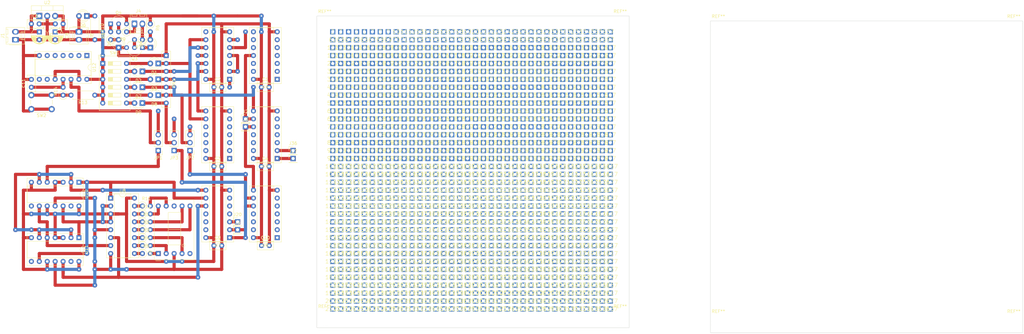
<source format=kicad_pcb>
(kicad_pcb (version 20221018) (generator pcbnew)
  (layers (0 "F.Cu" signal) (1 "In1.Cu" signal) (2 "In2.Cu" signal) (3 "In3.Cu" signal) (4 "In4.Cu" signal) (5 "In5.Cu" signal) (6 "In6.Cu" signal) (31 "B.Cu" signal) (34 "B.Paste" user) (35 "F.Paste" user) (36 "B.SilkS" user "B.Silkscreen") (37 "F.SilkS" user "F.Silkscreen") (38 "B.Mask" user) (39 "F.Mask" user) (44 "Edge.Cuts" user))
  (net 0 "")
  (net 1 "GND")
  (net 2 "+5V")
  (net 3 "/PSU 5V 1A/VIN")
  (net 4 "Net-(D4-K)")
  (net 5 "Net-(D4-A)")
  (net 6 "Net-(D5-A)")
  (net 7 "/Punta Logica/LOW_LVL")
  (net 8 "/Punta Logica/HIGH_LVL")
  (net 9 "Net-(Q3-B)")
  (net 10 "Net-(Q4-C)")
  (net 11 "Net-(Q4-B)")
  (net 12 "Net-(D1-A)")
  (net 13 "Net-(D2-A)")
  (net 14 "Net-(D7-A)")
  (net 15 "Net-(D8-A)")
  (net 16 "Net-(D9-A)")
  (net 17 "/Logic/Q1")
  (net 18 "Net-(J20-Pin_1)")
  (net 19 "/Logic/Q3")
  (net 20 "/Logic/F")
  (net 21 "/Logic/E")
  (net 22 "/Logic/D")
  (net 23 "/Logic/C")
  (net 24 "/Logic/B")
  (net 25 "/Logic/A")
  (net 26 "Net-(J36-Pin_1)")
  (net 27 "Net-(D6-K)")
  (net 28 "Net-(D3-A)")
  (net 29 "Net-(U1-Pad8)")
  (net 30 "Net-(U3-Pad11)")
  (net 31 "/Logic/Q2")
  (net 32 "Net-(J37-Pin_1)")
  (net 33 "Net-(U3-Pad8)")
  (net 34 "Net-(U8-Qa)")
  (net 35 "Net-(U9-A)")
  (net 36 "Net-(U8-Qb)")
  (net 37 "Net-(U9-B)")
  (net 38 "Net-(U8-Qc)")
  (net 39 "Net-(U9-C)")
  (net 40 "Net-(U8-Qd)")
  (net 41 "Net-(U9-D)")
  (net 42 "Net-(U8-Qe)")
  (net 43 "Net-(U9-E)")
  (net 44 "Net-(U8-Qf)")
  (net 45 "Net-(U9-F)")
  (net 46 "Net-(U8-Qg)")
  (net 47 "Net-(U9-G)")
  (net 48 "Net-(U10A-~{R})")
  (net 49 "/Logic/Q0")
  (net 57 "Net-(C11-Pad1)")
  (net 58 "Net-(R13-Pad2)")
  (net 59 "Net-(U3-Pad3)")
  (net 60 "Net-(U3-Pad6)")
  (net 61 "/Logic/CLK_BCD")
  (net 62 "Net-(JP1-C)")
  (net 63 "/Logic/CLK_RS")
  (net 64 "Net-(JP2-A)")
  (net 65 "/Logic/LATCH_R")
  (net 66 "Net-(JP3-A)")
  (net 67 "/Logic/LATCH_S")
  (net 104 "Net-(U12-Pad10)")
  (net 112 "Net-(J2-Pin_1)")
  (net 113 "Net-(J3-Pin_1)")
  (net 114 "Net-(J5-Pin_1)")
  (footprint "" (layer "F.Cu") (at 266.7 60.96)
    (fp_text reference "146")
    (fp_text value "")
  )
  (footprint "" (layer "F.Cu") (at 223.52 129.54)
    (fp_text reference "1749")
    (fp_text value "")
  )
  (footprint "" (layer "F.Cu") (at 264.16 63.5)
    (fp_text reference "205")
    (fp_text value "")
  )
  (footprint "" (layer "F.Cu") (at 292.1 63.5)
    (fp_text reference "216")
    (fp_text value "")
  )
  (footprint "" (layer "F.Cu") (at 276.86 129.54)
    (fp_text reference "1770")
    (fp_text value "")
  )
  (footprint "Resistor_THT:R_Axial_DIN0207_L6.3mm_D2.5mm_P2.54mm_Vertical" (layer "F.Cu") (at 139.7 55.88 180)
    (fp_text reference "R9")
    (fp_text value "R_US")
  )
  (footprint "" (layer "F.Cu") (at 205.74 86.36)
    (fp_text reference "722")
    (fp_text value "")
  )
  (footprint "" (layer "F.Cu") (at 294.64 66.04)
    (fp_text reference "277")
    (fp_text value "")
  )
  (footprint "" (layer "F.Cu") (at 218.44 129.54)
    (fp_text reference "1747")
    (fp_text value "")
  )
  (footprint "Connector_PinHeader_2.54mm:PinHeader_1x03_P2.54mm_Vertical" (layer "F.Cu") (at 149.86 93.98 180)
    (fp_text reference "JP1")
    (fp_text value "Jumper_3_Bridged12")
  )
  (footprint "" (layer "F.Cu") (at 223.52 111.76)
    (fp_text reference "1329")
    (fp_text value "")
  )
  (footprint "" (layer "F.Cu") (at 289.56 132.08)
    (fp_text reference "1835")
    (fp_text value "")
  )
  (footprint "" (layer "F.Cu") (at 294.64 96.52)
    (fp_text reference "997")
    (fp_text value "")
  )
  (footprint "" (layer "F.Cu") (at 236.22 99.06)
    (fp_text reference "1034")
    (fp_text value "")
  )
  (footprint "" (layer "F.Cu") (at 233.68 114.3)
    (fp_text reference "1393")
    (fp_text value "")
  )
  (footprint "" (layer "F.Cu") (at 241.3 99.06)
    (fp_text reference "1036")
    (fp_text value "")
  )
  (footprint "" (layer "F.Cu") (at 254 55.88)
    (fp_text reference "21")
    (fp_text value "")
  )
  (footprint "" (layer "F.Cu") (at 246.38 58.42)
    (fp_text reference "78")
    (fp_text value "")
  )
  (footprint "" (layer "F.Cu") (at 213.36 106.68)
    (fp_text reference "1205")
    (fp_text value "")
  )
  (footprint "" (layer "F.Cu") (at 208.28 55.88)
    (fp_text reference "3")
    (fp_text value "")
  )
  (footprint "" (layer "F.Cu") (at 220.98 109.22)
    (fp_text reference "1268")
    (fp_text value "")
  )
  (footprint "" (layer "F.Cu") (at 269.24 139.7)
    (fp_text reference "2007")
    (fp_text value "")
  )
  (footprint "" (layer "F.Cu") (at 238.76 63.5)
    (fp_text reference "195")
    (fp_text value "")
  )
  (footprint "" (layer "F.Cu") (at 281.94 124.46)
    (fp_text reference "1652")
    (fp_text value "")
  )
  (footprint "" (layer "F.Cu") (at 274.32 55.88)
    (fp_text reference "29")
    (fp_text value "")
  )
  (footprint "" (layer "F.Cu") (at 226.06 91.44)
    (fp_text reference "850")
    (fp_text value "")
  )
  (footprint "" (layer "F.Cu") (at 266.7 68.58)
    (fp_text reference "326")
    (fp_text value "")
  )
  (footprint "" (layer "F.Cu") (at 205.74 83.82)
    (fp_text reference "662")
    (fp_text value "")
  )
  (footprint "" (layer "F.Cu") (at 226.06 96.52)
    (fp_text reference "970")
    (fp_text value "")
  )
  (footprint "" (layer "F.Cu") (at 276.86 127)
    (fp_text reference "1710")
    (fp_text value "")
  )
  (footprint "" (layer "F.Cu") (at 256.54 129.54)
    (fp_text reference "1762")
    (fp_text value "")
  )
  (footprint "MountingHole:MountingHole_3mm" (layer "F.Cu") (at 423.875 54.94)
    (fp_text reference "REF**")
    (fp_text value "MountingHole_3mm" hide)
  )
  (footprint "" (layer "F.Cu") (at 248.92 101.6)
    (fp_text reference "1099")
    (fp_text value "")
  )
  (footprint "" (layer "F.Cu") (at 274.32 109.22)
    (fp_text reference "1289")
    (fp_text value "")
  )
  (footprint "" (layer "F.Cu") (at 264.16 139.7)
    (fp_text reference "2005")
    (fp_text value "")
  )
  (footprint "" (layer "F.Cu") (at 261.62 76.2)
    (fp_text reference "504")
    (fp_text value "")
  )
  (footprint "" (layer "F.Cu") (at 256.54 63.5)
    (fp_text reference "202")
    (fp_text value "")
  )
  (footprint "" (layer "F.Cu") (at 210.82 101.6)
    (fp_text reference "1084")
    (fp_text value "")
  )
  (footprint "" (layer "F.Cu") (at 274.32 129.54)
    (fp_text reference "1769")
    (fp_text value "")
  )
  (footprint "" (layer "F.Cu") (at 251.46 88.9)
    (fp_text reference "800")
    (fp_text value "")
  )
  (footprint "" (layer "F.Cu") (at 266.7 132.08)
    (fp_text reference "1826")
    (fp_text value "")
  )
  (footprint "" (layer "F.Cu") (at 259.08 96.52)
    (fp_text reference "983")
    (fp_text value "")
  )
  (footprint "" (layer "F.Cu") (at 213.36 76.2)
    (fp_text reference "485")
    (fp_text value "")
  )
  (footprint "" (layer "F.Cu") (at 241.3 137.16)
    (fp_text reference "1936")
    (fp_text value "")
  )
  (footprint "Capacitor_THT:CP_Radial_D5.0mm_P2.50mm" (layer "F.Cu") (at 116.84 55.92 -90)
    (fp_text reference "C8")
    (fp_text value "C_Polarized_US")
  )
  (footprint "" (layer "F.Cu") (at 210.82 132.08)
    (fp_text reference "1804")
    (fp_text value "")
  )
  (footprint "" (layer "F.Cu") (at 241.3 132.08)
    (fp_text reference "1816")
    (fp_text value "")
  )
  (footprint "" (layer "F.Cu") (at 231.14 101.6)
    (fp_text reference "1092")
    (fp_text value "")
  )
  (footprint "" (layer "F.Cu") (at 220.98 93.98)
    (fp_text reference "908")
    (fp_text value "")
  )
  (footprint "" (layer "F.Cu") (at 246.38 101.6)
    (fp_text reference "1098")
    (fp_text value "")
  )
  (footprint "" (layer "F.Cu") (at 256.54 81.28)
    (fp_text reference "622")
    (fp_text value "")
  )
  (footprint "" (layer "F.Cu") (at 228.6 142.24)
    (fp_text reference "2051")
    (fp_text value "")
  )
  (footprint "" (layer "F.Cu") (at 294.64 114.3)
    (fp_text reference "1417")
    (fp_text value "")
  )
  (footprint "" (layer "F.Cu") (at 256.54 99.06)
    (fp_text reference "1042")
    (fp_text value "")
  )
  (footprint "" (layer "F.Cu") (at 215.9 144.78)
    (fp_text reference "2106")
    (fp_text value "")
  )
  (footprint "" (layer "F.Cu") (at 210.82 111.76)
    (fp_text reference "1324")
    (fp_text value "")
  )
  (footprint "" (layer "F.Cu") (at 213.36 144.78)
    (fp_text reference "2105")
    (fp_text value "")
  )
  (footprint "" (layer "F.Cu") (at 289.56 104.14)
    (fp_text reference "1175")
    (fp_text value "")
  )
  (footprint "" (layer "F.Cu") (at 292.1 109.22)
    (fp_text reference "1296")
    (fp_text value "")
  )
  (footprint "" (layer "F.Cu") (at 218.44 121.92)
    (fp_text reference "1567")
    (fp_text value "")
  )
  (footprint "" (layer "F.Cu") (at 233.68 119.38)
    (fp_text reference "1513")
    (fp_text value "")
  )
  (footprint "" (layer "F.Cu") (at 228.6 81.28)
    (fp_text reference "611")
    (fp_text value "")
  )
  (footprint "" (layer "F.Cu") (at 259.08 134.62)
    (fp_text reference "1883")
    (fp_text value "")
  )
  (footprint "" (layer "F.Cu") (at 266.7 58.42)
    (fp_text reference "86")
    (fp_text value "")
  )
  (footprint "" (layer "F.Cu") (at 226.06 106.68)
    (fp_text reference "1210")
    (fp_text value "")
  )
  (footprint "" (layer "F.Cu") (at 271.78 139.7)
    (fp_text reference "2008")
    (fp_text value "")
  )
  (footprint "" (layer "F.Cu") (at 238.76 116.84)
    (fp_text reference "1455")
    (fp_text value "")
  )
  (footprint "" (layer "F.Cu") (at 261.62 83.82)
    (fp_text reference "684")
    (fp_text value "")
  )
  (footprint "" (layer "F.Cu") (at 254 127)
    (fp_text reference "1701")
    (fp_text value "")
  )
  (footprint "" (layer "F.Cu") (at 266.7 76.2)
    (fp_text reference "506")
    (fp_text value "")
  )
  (footprint "" (layer "F.Cu") (at 215.9 111.76)
    (fp_text reference "1326")
    (fp_text value "")
  )
  (footprint "" (layer "F.Cu") (at 266.7 144.78)
    (fp_text reference "2126")
    (fp_text value "")
  )
  (footprint "" (layer "F.Cu") (at 264.16 66.04)
    (fp_text reference "265")
    (fp_text value "")
  )
  (footprint "" (layer "F.Cu") (at 223.52 73.66)
    (fp_text reference "429")
    (fp_text value "")
  )
  (footprint "" (layer "F.Cu") (at 241.3 142.24)
    (fp_text reference "2056")
    (fp_text value "")
  )
  (footprint "" (layer "F.Cu") (at 289.56 129.54)
    (fp_text reference "1775")
    (fp_text value "")
  )
  (footprint "" (layer "F.Cu") (at 210.82 73.66)
    (fp_text reference "424")
    (fp_text value "")
  )
  (footprint "" (layer "F.Cu") (at 276.86 76.2)
    (fp_text reference "510")
    (fp_text value "")
  )
  (footprint "" (layer "F.Cu") (at 281.94 137.16)
    (fp_text reference "1952")
    (fp_text value "")
  )
  (footprint "" (layer "F.Cu") (at 256.54 93.98)
    (fp_text reference "922")
    (fp_text value "")
  )
  (footprint "" (layer "F.Cu") (at 254 111.76)
    (fp_text reference "1341")
    (fp_text value "")
  )
  (footprint "" (layer "F.Cu") (at 243.84 137.16)
    (fp_text reference "1937")
    (fp_text value "")
  )
  (footprint "" (layer "F.Cu") (at 271.78 111.76)
    (fp_text reference "1348")
    (fp_text value "")
  )
  (footprint "" (layer "F.Cu") (at 243.84 76.2)
    (fp_text reference "497")
    (fp_text value "")
  )
  (footprint "" (layer "F.Cu") (at 238.76 96.52)
    (fp_text reference "975")
    (fp_text value "")
  )
  (footprint "" (layer "F.Cu") (at 292.1 129.54)
    (fp_text reference "1776")
    (fp_text value "")
  )
  (footprint "" (layer "F.Cu") (at 218.44 101.6)
    (fp_text reference "1087")
    (fp_text value "")
  )
  (footprint "" (layer "F.Cu") (at 284.48 76.2)
    (fp_text reference "513")
    (fp_text value "")
  )
  (footprint "" (layer "F.Cu") (at 243.84 73.66)
    (fp_text reference "437")
    (fp_text value "")
  )
  (footprint "" (layer "F.Cu") (at 233.68 68.58)
    (fp_text reference "313")
    (fp_text value "")
  )
  (footprint "" (layer "F.Cu") (at 215.9 63.5)
    (fp_text reference "186")
    (fp_text value "")
  )
  (footprint "" (layer "F.Cu") (at 274.32 116.84)
    (fp_text reference "1469")
    (fp_text value "")
  )
  (footprint "" (layer "F.Cu") (at 228.6 109.22)
    (fp_text reference "1271")
    (fp_text value "")
  )
  (footprint "" (layer "F.Cu") (at 220.98 78.74)
    (fp_text reference "548")
    (fp_text value "")
  )
  (footprint "" (layer "F.Cu") (at 228.6 116.84)
    (fp_text reference "1451")
    (fp_text value "")
  )
  (footprint "" (layer "F.Cu") (at 246.38 119.38)
    (fp_text reference "1518")
    (fp_text value "")
  )
  (footprint "" (layer "F.Cu") (at 228.6 129.54)
    (fp_text reference "1751")
    (fp_text value "")
  )
  (footprint "" (layer "F.Cu") (at 294.64 81.28)
    (fp_text reference "637")
    (fp_text value "")
  )
  (footprint "" (layer "F.Cu") (at 208.28 109.22)
    (fp_text reference "1263")
    (fp_text value "")
  )
  (footprint "" (layer "F.Cu") (at 274.32 66.04)
    (fp_text reference "269")
    (fp_text value "")
  )
  (footprint "" (layer "F.Cu") (at 210.82 116.84)
    (fp_text reference "1444")
    (fp_text value "")
  )
  (footprint "" (layer "F.Cu") (at 213.36 101.6)
    (fp_text reference "1085")
    (fp_text value "")
  )
  (footprint "" (layer "F.Cu") (at 228.6 106.68)
    (fp_text reference "1211")
    (fp_text value "")
  )
  (footprint "" (layer "F.Cu") (at 287.02 121.92)
    (fp_text reference "1594")
    (fp_text value "")
  )
  (footprint "" (layer "F.Cu") (at 236.22 134.62)
    (fp_text reference "1874")
    (fp_text value "")
  )
  (footprint "" (layer "F.Cu") (at 259.08 78.74)
    (fp_text reference "563")
    (fp_text value "")
  )
  (footprint "" (layer "F.Cu") (at 279.4 116.84)
    (fp_text reference "1471")
    (fp_text value "")
  )
  (footprint "" (layer "F.Cu") (at 287.02 78.74)
    (fp_text reference "574")
    (fp_text value "")
  )
  (footprint "" (layer "F.Cu") (at 246.38 71.12)
    (fp_text reference "378")
    (fp_text value "")
  )
  (footprint "" (layer "F.Cu") (at 213.36 127)
    (fp_text reference "1685")
    (fp_text value "")
  )
  (footprint "" (layer "F.Cu") (at 289.56 142.24)
    (fp_text reference "2075")
    (fp_text value "")
  )
  (footprint "" (layer "F.Cu") (at 228.6 58.42)
    (fp_text reference "71")
    (fp_text value "")
  )
  (footprint "Capacitor_THT:CP_Radial_D5.0mm_P2.50mm" (layer "F.Cu") (at 111.76 55.92 -90)
    (fp_text reference "C5")
    (fp_text value "C_Polarized_US")
  )
  (footprint "" (layer "F.Cu") (at 218.44 58.42)
    (fp_text reference "67")
    (fp_text value "")
  )
  (footprint "" (layer "F.Cu") (at 220.98 76.2)
    (fp_text reference "488")
    (fp_text value "")
  )
  (footprint "" (layer "F.Cu") (at 264.16 73.66)
    (fp_text reference "445")
    (fp_text value "")
  )
  (footprint "" (layer "F.Cu") (at 205.74 116.84)
    (fp_text reference "1442")
    (fp_text value "")
  )
  (footprint "" (layer "F.Cu") (at 274.32 96.52)
    (fp_text reference "989")
    (fp_text value "")
  )
  (footprint "" (layer "F.Cu") (at 259.08 142.24)
    (fp_text reference "2063")
    (fp_text value "")
  )
  (footprint "" (layer "F.Cu") (at 233.68 109.22)
    (fp_text reference "1273")
    (fp_text value "")
  )
  (footprint "" (layer "F.Cu") (at 281.94 60.96)
    (fp_text reference "152")
    (fp_text value "")
  )
  (footprint "" (layer "F.Cu") (at 294.64 58.42)
    (fp_text reference "97")
    (fp_text value "")
  )
  (footprint "" (layer "F.Cu") (at 287.02 66.04)
    (fp_text reference "274")
    (fp_text value "")
  )
  (footprint "" (layer "F.Cu") (at 238.76 83.82)
    (fp_text reference "675")
    (fp_text value "")
  )
  (footprint "" (layer "F.Cu") (at 228.6 127)
    (fp_text reference "1691")
    (fp_text value "")
  )
  (footprint "" (layer "F.Cu") (at 231.14 144.78)
    (fp_text reference "2112")
    (fp_text value "")
  )
  (footprint "" (layer "F.Cu") (at 284.48 88.9)
    (fp_text reference "813")
    (fp_text value "")
  )
  (footprint "" (layer "F.Cu") (at 294.64 101.6)
    (fp_text reference "1117")
    (fp_text value "")
  )
  (footprint "" (layer "F.Cu") (at 259.08 139.7)
    (fp_text reference "2003")
    (fp_text value "")
  )
  (footprint "" (layer "F.Cu") (at 246.38 99.06)
    (fp_text reference "1038")
    (fp_text value "")
  )
  (footprint "" (layer "F.Cu") (at 238.76 104.14)
    (fp_text reference "1155")
    (fp_text value "")
  )
  (footprint "" (layer "F.Cu") (at 205.74 60.96)
    (fp_text reference "122")
    (fp_text value "")
  )
  (footprint "" (layer "F.Cu") (at 236.22 132.08)
    (fp_text reference "1814")
    (fp_text value "")
  )
  (footprint "" (layer "F.Cu") (at 261.62 111.76)
    (fp_text reference "1344")
    (fp_text value "")
  )
  (footprint "" (layer "F.Cu") (at 261.62 106.68)
    (fp_text reference "1224")
    (fp_text value "")
  )
  (footprint "" (layer "F.Cu") (at 210.82 91.44)
    (fp_text reference "844")
    (fp_text value "")
  )
  (footprint "" (layer "F.Cu") (at 218.44 99.06)
    (fp_text reference "1027")
    (fp_text value "")
  )
  (footprint "" (layer "F.Cu") (at 251.46 71.12)
    (fp_text reference "380")
    (fp_text value "")
  )
  (footprint "" (layer "F.Cu") (at 251.46 78.74)
    (fp_text reference "560")
    (fp_text value "")
  )
  (footprint "" (layer "F.Cu") (at 218.44 137.16)
    (fp_text reference "1927")
    (fp_text value "")
  )
  (footprint "" (layer "F.Cu") (at 238.76 86.36)
    (fp_text reference "735")
    (fp_text value "")
  )
  (footprint "" (layer "F.Cu") (at 215.9 116.84)
    (fp_text reference "1446")
    (fp_text value "")
  )
  (footprint "" (layer "F.Cu") (at 287.02 68.58)
    (fp_text reference "334")
    (fp_text value "")
  )
  (footprint "" (layer "F.Cu") (at 215.9 83.82)
    (fp_text reference "666")
    (fp_text value "")
  )
  (footprint "" (layer "F.Cu") (at 274.32 81.28)
    (fp_text reference "629")
    (fp_text value "")
  )
  (footprint "" (layer "F.Cu") (at 210.82 121.92)
    (fp_text reference "1564")
    (fp_text value "")
  )
  (footprint "" (layer "F.Cu") (at 294.64 106.68)
    (fp_text reference "1237")
    (fp_text value "")
  )
  (footprint "" (layer "F.Cu") (at 205.74 127)
    (fp_text reference "1682")
    (fp_text value "")
  )
  (footprint "" (layer "F.Cu") (at 266.7 81.28)
    (fp_text reference "626")
    (fp_text value "")
  )
  (footprint "" (layer "F.Cu") (at 231.14 88.9)
    (fp_text reference "792")
    (fp_text value "")
  )
  (footprint "" (layer "F.Cu") (at 289.56 134.62)
    (fp_text reference "1895")
    (fp_text value "")
  )
  (footprint "" (layer "F.Cu") (at 289.56 76.2)
    (fp_text reference "515")
    (fp_text value "")
  )
  (footprint "" (layer "F.Cu") (at 228.6 88.9)
    (fp_text reference "791")
    (fp_text value "")
  )
  (footprint "Connector_PinHeader_2.54mm:PinHeader_1x01_P2.54mm_Vertical" (layer "F.Cu") (at 175.26 119.38)
    (fp_text reference "J5")
    (fp_text value "Conn_01x01_Pin")
  )
  (footprint "" (layer "F.Cu") (at 205.74 119.38)
    (fp_text reference "1502")
    (fp_text value "")
  )
  (footprint "" (layer "F.Cu") (at 274.32 121.92)
    (fp_text reference "1589")
    (fp_text value "")
  )
  (footprint "" (layer "F.Cu") (at 279.4 96.52)
    (fp_text reference "991")
    (fp_text value "")
  )
  (footprint "" (layer "F.Cu") (at 259.08 86.36)
    (fp_text reference "743")
    (fp_text value "")
  )
  (footprint "" (layer "F.Cu") (at 289.56 63.5)
    (fp_text reference "215")
    (fp_text value "")
  )
  (footprint "" (layer "F.Cu") (at 294.64 88.9)
    (fp_text reference "817")
    (fp_text value "")
  )
  (footprint "" (layer "F.Cu") (at 205.74 81.28)
    (fp_text reference "602")
    (fp_text value "")
  )
  (footprint "" (layer "F.Cu") (at 210.82 129.54)
    (fp_text reference "1744")
    (fp_text value "")
  )
  (footprint "" (layer "F.Cu") (at 281.94 119.38)
    (fp_text reference "1532")
    (fp_text value "")
  )
  (footprint "" (layer "F.Cu") (at 264.16 144.78)
    (fp_text reference "2125")
    (fp_text value "")
  )
  (footprint "Capacitor_THT:C_Disc_D5.0mm_W2.5mm_P2.50mm" (layer "F.Cu") (at 182.92 124.455)
    (fp_text reference "C10")
    (fp_text value "C")
  )
  (footprint "" (layer "F.Cu") (at 223.52 55.88)
    (fp_text reference "9")
    (fp_text value "")
  )
  (footprint "" (layer "F.Cu") (at 205.74 101.6)
    (fp_text reference "1082")
    (fp_text value "")
  )
  (footprint "" (layer "F.Cu") (at 276.86 88.9)
    (fp_text reference "810")
    (fp_text value "")
  )
  (footprint "" (layer "F.Cu") (at 220.98 60.96)
    (fp_text reference "128")
    (fp_text value "")
  )
  (footprint "" (layer "F.Cu") (at 276.86 109.22)
    (fp_text reference "1290")
    (fp_text value "")
  )
  (footprint "" (layer "F.Cu") (at 294.64 119.38)
    (fp_text reference "1537")
    (fp_text value "")
  )
  (footprint "" (layer "F.Cu") (at 256.54 132.08)
    (fp_text reference "1822")
    (fp_text value "")
  )
  (footprint "" (layer "F.Cu") (at 264.16 86.36)
    (fp_text reference "745")
    (fp_text value "")
  )
  (footprint "" (layer "F.Cu") (at 231.14 81.28)
    (fp_text reference "612")
    (fp_text value "")
  )
  (footprint "" (layer "F.Cu") (at 226.06 142.24)
    (fp_text reference "2050")
    (fp_text value "")
  )
  (footprint "" (layer "F.Cu") (at 241.3 86.36)
    (fp_text reference "736")
    (fp_text value "")
  )
  (footprint "" (layer "F.Cu") (at 292.1 96.52)
    (fp_text reference "996")
    (fp_text value "")
  )
  (footprint "" (layer "F.Cu") (at 233.68 132.08)
    (fp_text reference "1813")
    (fp_text value "")
  )
  (footprint "" (layer "F.Cu") (at 259.08 121.92)
    (fp_text reference "1583")
    (fp_text value "")
  )
  (footprint "" (layer "F.Cu") (at 243.84 129.54)
    (fp_text reference "1757")
    (fp_text value "")
  )
  (footprint "" (layer "F.Cu") (at 241.3 134.62)
    (fp_text reference "1876")
    (fp_text value "")
  )
  (footprint "Package_DIP:DIP-14_W7.62mm_Socket" (layer "F.Cu") (at 172.72 121.92 180)
    (fp_text reference "U7")
    (fp_text value "7400")
  )
  (footprint "" (layer "F.Cu") (at 246.38 73.66)
    (fp_text reference "438")
    (fp_text value "")
  )
  (footprint "" (layer "F.Cu") (at 248.92 119.38)
    (fp_text reference "1519")
    (fp_text value "")
  )
  (footprint "" (layer "F.Cu") (at 215.9 73.66)
    (fp_text reference "426")
    (fp_text value "")
  )
  (footprint "Resistor_THT:R_Axial_DIN0207_L6.3mm_D2.5mm_P2.54mm_Vertical" (layer "F.Cu") (at 144.78 127)
    (fp_text reference "R5")
    (fp_text value "R_US")
  )
  (footprint "" (layer "F.Cu") (at 259.08 71.12)
    (fp_text reference "383")
    (fp_text value "")
  )
  (footprint "" (layer "F.Cu") (at 226.06 121.92)
    (fp_text reference "1570")
    (fp_text value "")
  )
  (footprint "" (layer "F.Cu") (at 246.38 60.96)
    (fp_text reference "138")
    (fp_text value "")
  )
  (footprint "" (layer "F.Cu") (at 269.24 137.16)
    (fp_text reference "1947")
    (fp_text value "")
  )
  (footprint "" (layer "F.Cu") (at 223.52 58.42)
    (fp_text reference "69")
    (fp_text value "")
  )
  (footprint "" (layer "F.Cu") (at 287.02 124.46)
    (fp_text reference "1654")
    (fp_text value "")
  )
  (footprint "" (layer "F.Cu") (at 289.56 78.74)
    (fp_text reference "575")
    (fp_text value "")
  )
  (footprint "" (layer "F.Cu") (at 266.7 137.16)
    (fp_text reference "1946")
    (fp_text value "")
  )
  (footprint "" (layer "F.Cu") (at 243.84 63.5)
    (fp_text reference "197")
    (fp_text value "")
  )
  (footprint "Connector_PinHeader_2.54mm:PinHeader_1x03_P2.54mm_Vertical" (layer "F.Cu") (at 160.02 93.98 180)
    (fp_text reference "JP2")
    (fp_text value "Jumper_3_Bridged12")
  )
  (footprint "" (layer "F.Cu") (at 243.84 142.24)
    (fp_text reference "2057")
    (fp_text value "")
  )
  (footprint "" (layer "F.Cu") (at 274.32 83.82)
    (fp_text reference "689")
    (fp_text value "")
  )
  (footprint "" (layer "F.Cu") (at 243.84 99.06)
    (fp_text reference "1037")
    (fp_text value "")
  )
  (footprint "" (layer "F.Cu") (at 292.1 81.28)
    (fp_text reference "636")
    (fp_text value "")
  )
  (footprint "" (layer "F.Cu") (at 248.92 134.62)
    (fp_text reference "1879")
    (fp_text value "")
  )
  (footprint "" (layer "F.Cu") (at 223.52 83.82)
    (fp_text reference "669")
    (fp_text value "")
  )
  (footprint "" (layer "F.Cu") (at 248.92 60.96)
    (fp_text reference "139")
    (fp_text value "")
  )
  (footprint "" (layer "F.Cu") (at 226.06 129.54)
    (fp_text reference "1750")
    (fp_text value "")
  )
  (footprint "" (layer "F.Cu") (at 292.1 71.12)
    (fp_text reference "396")
    (fp_text value "")
  )
  (footprint "" (layer "F.Cu") (at 210.82 58.42)
    (fp_text reference "64")
    (fp_text value "")
  )
  (footprint "" (layer "F.Cu") (at 284.48 66.04)
    (fp_text reference "273")
    (fp_text value "")
  )
  (footprint "" (layer "F.Cu") (at 205.74 99.06)
    (fp_text reference "1022")
    (fp_text value "")
  )
  (footprint "" (layer "F.Cu") (at 243.84 127)
    (fp_text reference "1697")
    (fp_text value "")
  )
  (footprint "" (layer "F.Cu") (at 243.84 91.44)
    (fp_text reference "857")
    (fp_text value "")
  )
  (footprint "" (layer "F.Cu") (at 279.4 119.38)
    (fp_text reference "1531")
    (fp_text value "")
  )
  (footprint "" (layer "F.Cu") (at 208.28 68.58)
    (fp_text reference "303")
    (fp_text value "")
  )
  (footprint "" (layer "F.Cu") (at 264.16 71.12)
    (fp_text reference "385")
    (fp_text value "")
  )
  (footprint "" (layer "F.Cu") (at 248.92 68.58)
    (fp_text reference "319")
    (fp_text value "")
  )
  (footprint "" (layer "F.Cu") (at 215.9 132.08)
    (fp_text reference "1806")
    (fp_text value "")
  )
  (footprint "" (layer "F.Cu") (at 243.84 106.68)
    (fp_text reference "1217")
    (fp_text value "")
  )
  (footprint "" (layer "F.Cu") (at 256.54 116.84)
    (fp_text reference "1462")
    (fp_text value "")
  )
  (footprint "" (layer "F.Cu") (at 259.08 60.96)
    (fp_text reference "143")
    (fp_text value "")
  )
  (footprint "" (layer "F.Cu") (at 274.32 111.76)
    (fp_text reference "1349")
    (fp_text value "")
  )
  (footprint "" (layer "F.Cu") (at 236.22 83.82)
    (fp_text reference "674")
    (fp_text value "")
  )
  (footprint "" (layer "F.Cu") (at 269.24 129.54)
    (fp_text reference "1767")
    (fp_text value "")
  )
  (footprint "" (layer "F.Cu") (at 264.16 137.16)
    (fp_text reference "1945")
    (fp_text value "")
  )
  (footprint "Resistor_THT:R_Axial_DIN0207_L6.3mm_D2.5mm_P2.54mm_Vertical" (layer "F.Cu") (at 144.78 111.76)
    (fp_text reference "R11")
    (fp_text value "R_US")
  )
  (footprint "" (layer "F.Cu") (at 289.56 114.3)
    (fp_text reference "1415")
    (fp_text value "")
  )
  (footprint "" (layer "F.Cu") (at 238.76 93.98)
    (fp_text reference "915")
    (fp_text value "")
  )
  (footprint "" (layer "F.Cu") (at 238.76 142.24)
    (fp_text reference "2055")
    (fp_text value "")
  )
  (footprint "" (layer "F.Cu") (at 226.06 73.66)
    (fp_text reference "430")
    (fp_text value "")
  )
  (footprint "" (layer "F.Cu") (at 215.9 66.04)
    (fp_text reference "246")
    (fp_text value "")
  )
  (footprint "" (layer "F.Cu") (at 279.4 66.04)
    (fp_text reference "271")
    (fp_text value "")
  )
  (footprint "" (layer "F.Cu") (at 294.64 55.88)
    (fp_text reference "37")
    (fp_text value "")
  )
  (footprint "" (layer "F.Cu") (at 266.7 55.88)
    (fp_text reference "26")
    (fp_text value "")
  )
  (footprint "" (layer "F.Cu") (at 243.84 144.78)
    (fp_text reference "2117")
    (fp_text value "")
  )
  (footprint "" (layer "F.Cu") (at 210.82 60.96)
    (fp_text reference "124")
    (fp_text value "")
  )
  (footprint "" (layer "F.Cu") (at 259.08 129.54)
    (fp_text reference "1763")
    (fp_text value "")
  )
  (footprint "" (layer "F.Cu") (at 231.14 106.68)
    (fp_text reference "1212")
    (fp_text value "")
  )
  (footprint "" (layer "F.Cu") (at 238.76 99.06)
    (fp_text reference "1035")
    (fp_text value "")
  )
  (footprint "" (layer "F.Cu") (at 292.1 119.38)
    (fp_text reference "1536")
    (fp_text value "")
  )
  (footprint "" (layer "F.Cu") (at 287.02 142.24)
    (fp_text reference "2074")
    (fp_text value "")
  )
  (footprint "" (layer "F.Cu") (at 226.06 144.78)
    (fp_text reference "2110")
    (fp_text value "")
  )
  (footprint "" (layer "F.Cu") (at 266.7 129.54)
    (fp_text reference "1766")
    (fp_text value "")
  )
  (footprint "" (layer "F.Cu") (at 223.52 60.96)
    (fp_text reference "129")
    (fp_text value "")
  )
  (footprint "" (layer "F.Cu") (at 246.38 114.3)
    (fp_text reference "1398")
    (fp_text value "")
  )
  (footprint "" (layer "F.Cu") (at 236.22 139.7)
    (fp_text reference "1994")
    (fp_text value "")
  )
  (footprint "" (layer "F.Cu") (at 256.54 139.7)
    (fp_text reference "2002")
    (fp_text value "")
  )
  (footprint "" (layer "F.Cu") (at 254 121.92)
    (fp_text reference "1581")
    (fp_text value "")
  )
  (footprint "" (layer "F.Cu") (at 233.68 139.7)
    (fp_text reference "1993")
    (fp_text value "")
  )
  (footprint "" (layer "F.Cu") (at 220.98 106.68)
    (fp_text reference "1208")
    (fp_text value "")
  )
  (footprint "" (layer "F.Cu") (at 223.52 86.36)
    (fp_text reference "729")
    (fp_text value "")
  )
  (footprint "" (layer "F.Cu") (at 215.9 60.96)
    (fp_text reference "126")
    (fp_text value "")
  )
  (footprint "" (layer "F.Cu") (at 284.48 68.58)
    (fp_text reference "333")
    (fp_text value "")
  )
  (footprint "Resistor_THT:R_Axial_DIN0207_L6.3mm_D2.5mm_P2.54mm_Vertical" (layer "F.Cu") (at 144.78 116.84)
    (fp_text reference "R1")
    (fp_text value "R_US")
  )
  (footprint "" (layer "F.Cu") (at 213.36 93.98)
    (fp_text reference "905")
    (fp_text value "")
  )
  (footprint "" (layer "F.Cu") (at 233.68 66.04)
    (fp_text reference "253")
    (fp_text value "")
  )
  (footprint "" (layer "F.Cu") (at 284.48 137.16)
    (fp_text reference "1953")
    (fp_text value "")
  )
  (footprint "" (layer "F.Cu") (at 254 116.84)
    (fp_text reference "1461")
    (fp_text value "")
  )
  (footprint "" (layer "F.Cu") (at 279.4 121.92)
    (fp_text reference "1591")
    (fp_text value "")
  )
  (footprint "" (layer "F.Cu") (at 208.28 91.44)
    (fp_text reference "843")
    (fp_text value "")
  )
  (footprint "" (layer "F.Cu") (at 213.36 71.12)
    (fp_text reference "365")
    (fp_text value "")
  )
  (footprint "" (layer "F.Cu") (at 233.68 81.28)
    (fp_text reference "613")
    (fp_text value "")
  )
  (footprint "" (layer "F.Cu") (at 276.86 132.08)
    (fp_text reference "1830")
    (fp_text value "")
  )
  (footprint "Package_DIP:DIP-16_W7.62mm_Socket" (layer "F.Cu") (at 134.62 109.22)
    (fp_text reference "U8")
    (fp_text value "4511")
  )
  (footprint "" (layer "F.Cu") (at 294.64 142.24)
    (fp_text reference "2077")
    (fp_text value "")
  )
  (footprint "" (layer "F.Cu") (at 294.64 116.84)
    (fp_text reference "1477")
    (fp_text value "")
  )
  (footprint "" (layer "F.Cu") (at 284.48 124.46)
    (fp_text reference "1653")
    (fp_text value "")
  )
  (footprint "" (layer "F.Cu") (at 289.56 96.52)
    (fp_text reference "995")
    (fp_text value "")
  )
  (footprint "" (layer "F.Cu") (at 256.54 142.24)
    (fp_text reference "2062")
    (fp_text value "")
  )
  (footprint "" (layer "F.Cu") (at 218.44 111.76)
    (fp_text reference "1327")
    (fp_text value "")
  )
  (footprint "" (layer "F.Cu") (at 228.6 93.98)
    (fp_text reference "911")
    (fp_text value "")
  )
  (footprint "" (layer "F.Cu") (at 215.9 109.22)
    (fp_text reference "1266")
    (fp_text value "")
  )
  (footprint "" (layer "F.Cu") (at 251.46 91.44)
    (fp_text reference "860")
    (fp_text value "")
  )
  (footprint "" (layer "F.Cu") (at 231.14 121.92)
    (fp_text reference "1572")
    (fp_text value "")
  )
  (footprint "" (layer "F.Cu") (at 276.86 78.74)
    (fp_text reference "570")
    (fp_text value "")
  )
  (footprint "" (layer "F.Cu") (at 226.06 99.06)
    (fp_text reference "1030")
    (fp_text value "")
  )
  (footprint "" (layer "F.Cu") (at 210.82 124.46)
    (fp_text reference "1624")
    (fp_text value "")
  )
  (footprint "" (layer "F.Cu") (at 246.38 134.62)
    (fp_text reference "1878")
    (fp_text value "")
  )
  (footprint "" (layer "F.Cu") (at 269.24 76.2)
    (fp_text reference "507")
    (fp_text value "")
  )
  (footprint "" (layer "F.Cu") (at 238.76 88.9)
    (fp_text reference "795")
    (fp_text value "")
  )
  (footprint "" (layer "F.Cu") (at 213.36 109.22)
    (fp_text reference "1265")
    (fp_text value "")
  )
  (footprint "" (layer "F.Cu") (at 287.02 88.9)
    (fp_text reference "814")
    (fp_text value "")
  )
  (footprint "" (layer "F.Cu") (at 276.86 55.88)
    (fp_text reference "30")
    (fp_text value "")
  )
  (footprint "" (layer "F.Cu") (at 243.84 132.08)
    (fp_text reference "1817")
    (fp_text value "")
  )
  (footprint "Package_TO_SOT_THT:TO-92_Inline_Wide" (layer "F.Cu") (at 134.62 53.34)
    (fp_text reference "Q4")
    (fp_text value "BC558")
  )
  (footprint "" (layer "F.Cu") (at 254 66.04)
    (fp_text reference "261")
    (fp_text value "")
  )
  (footprint "" (layer "F.Cu") (at 256.54 73.66)
    (fp_text reference "442")
    (fp_text value "")
  )
  (footprint "" (layer "F.Cu") (at 251.46 116.84)
    (fp_text reference "1460")
    (fp_text value "")
  )
  (footprint "" (layer "F.Cu") (at 248.92 127)
    (fp_text reference "1699")
    (fp_text value "")
  )
  (footprint "" (layer "F.Cu") (at 287.02 58.42)
    (fp_text reference "94")
    (fp_text value "")
  )
  (footprint "" (layer "F.Cu") (at 274.32 68.58)
    (fp_text reference "329")
    (fp_text value "")
  )
  (footprint "" (layer "F.Cu") (at 269.24 88.9)
    (fp_text reference "807")
    (fp_text value "")
  )
  (footprint "" (layer "F.Cu") (at 256.54 86.36)
    (fp_text reference "742")
    (fp_text value "")
  )
  (footprint "" (layer "F.Cu") (at 243.84 109.22)
    (fp_text reference "1277")
    (fp_text value "")
  )
  (footprint "" (layer "F.Cu") (at 248.92 106.68)
    (fp_text reference "1219")
    (fp_text value "")
  )
  (footprint "" (layer "F.Cu") (at 264.16 142.24)
    (fp_text reference "2065")
    (fp_text value "")
  )
  (footprint "" (layer "F.Cu") (at 243.84 88.9)
    (fp_text reference "797")
    (fp_text value "")
  )
  (footprint "" (layer "F.Cu") (at 205.74 114.3)
    (fp_text reference "1382")
    (fp_text value "")
  )
  (footprint "" (layer "F.Cu") (at 228.6 83.82)
    (fp_text reference "671")
    (fp_text value "")
  )
  (footprint "" (layer "F.Cu") (at 226.06 71.12)
    (fp_text reference "370")
    (fp_text value "")
  )
  (footprint "" (layer "F.Cu") (at 223.52 121.92)
    (fp_text reference "1569")
    (fp_text value "")
  )
  (footprint "" (layer "F.Cu") (at 264.16 68.58)
    (fp_text reference "325")
    (fp_text value "")
  )
  (footprint "Resistor_THT:R_Axial_DIN0207_L6.3mm_D2.5mm_P2.54mm_Vertical" (layer "F.Cu") (at 144.78 121.92)
    (fp_text reference "R3")
    (fp_text value "R_US")
  )
  (footprint "" (layer "F.Cu") (at 251.46 86.36)
    (fp_text reference "740")
    (fp_text value "")
  )
  (footprint "" (layer "F.Cu") (at 264.16 106.68)
    (fp_text reference "1225")
    (fp_text value "")
  )
  (footprint "" (layer "F.Cu") (at 266.7 111.76)
    (fp_text reference "1346")
    (fp_text value "")
  )
  (footprint "" (layer "F.Cu") (at 254 134.62)
    (fp_text reference "1881")
    (fp_text value "")
  )
  (footprint "" (layer "F.Cu") (at 287.02 101.6)
    (fp_text reference "1114")
    (fp_text value "")
  )
  (footprint "" (layer "F.Cu") (at 261.62 119.38)
    (fp_text reference "1524")
    (fp_text value "")
  )
  (footprint "" (layer "F.Cu") (at 289.56 66.04)
    (fp_text reference "275")
    (fp_text value "")
  )
  (footprint "" (layer "F.Cu") (at 220.98 129.54)
    (fp_text reference "1748")
    (fp_text value "")
  )
  (footprint "" (layer "F.Cu") (at 210.82 106.68)
    (fp_text reference "1204")
    (fp_text value "")
  )
  (footprint "" (layer "F.Cu") (at 266.7 106.68)
    (fp_text reference "1226")
    (fp_text value "")
  )
  (footprint "" (layer "F.Cu") (at 248.92 66.04)
    (fp_text reference "259")
    (fp_text value "")
  )
  (footprint "" (layer "F.Cu") (at 223.52 109.22)
    (fp_text reference "1269")
    (fp_text value "")
  )
  (footprint "" (layer "F.Cu") (at 213.36 83.82)
    (fp_text reference "665")
    (fp_text value "")
  )
  (footprint "" (layer "F.Cu") (at 276.86 86.36)
    (fp_text reference "750")
    (fp_text value "")
  )
  (footprint "" (layer "F.Cu") (at 284.48 106.68)
    (fp_text reference "1233")
    (fp_text value "")
  )
  (footprint "" (layer "F.Cu") (at 228.6 132.08)
    (fp_text reference "1811")
    (fp_text value "")
  )
  (footprint "" (layer "F.Cu") (at 218.44 55.88)
    (fp_text reference "7")
    (fp_text value "")
  )
  (footprint "" (layer "F.Cu") (at 281.94 134.62)
    (fp_text reference "1892")
    (fp_text value "")
  )
  (footprint "" (layer "F.Cu") (at 292.1 139.7)
    (fp_text reference "2016")
    (fp_text value "")
  )
  (footprint "" (layer "F.Cu") (at 256.54 104.14)
    (fp_text reference "1162")
    (fp_text value "")
  )
  (footprint "Resistor_THT:R_Axial_DIN0207_L6.3mm_D2.5mm_P7.62mm_Horizontal" (layer "F.Cu") (at 129.54 76.2 180)
    (fp_text reference "R13")
    (fp_text value "R_US")
  )
  (footprint "" (layer "F.Cu") (at 213.36 86.36)
    (fp_text reference "725")
    (fp_text value "")
  )
  (footprint "" (layer "F.Cu") (at 281.94 63.5)
    (fp_text reference "212")
    (fp_text value "")
  )
  (footprint "" (layer "F.Cu") (at 248.92 88.9)
    (fp_text reference "799")
    (fp_text value "")
  )
  (footprint "" (layer "F.Cu") (at 218.44 91.44)
    (fp_text reference "847")
    (fp_text value "")
  )
  (footprint "" (layer "F.Cu") (at 251.46 114.3)
    (fp_text reference "1400")
    (fp_text value "")
  )
  (footprint "" (layer "F.Cu") (at 248.92 129.54)
    (fp_text reference "1759")
    (fp_text value "")
  )
  (footprint "" (layer "F.Cu") (at 251.46 63.5)
    (fp_text reference "200")
    (fp_text value "")
  )
  (footprint "" (layer "F.Cu") (at 271.78 116.84)
    (fp_text reference "1468")
    (fp_text value "")
  )
  (footprint "" (layer "F.Cu") (at 266.7 124.46)
    (fp_text reference "1646")
    (fp_text value "")
  )
  (footprint "" (layer "F.Cu") (at 261.62 58.42)
    (fp_text reference "84")
    (fp_text value "")
  )
  (footprint "" (layer "F.Cu") (at 261.62 96.52)
    (fp_text reference "984")
    (fp_text value "")
  )
  (footprint "" (layer "F.Cu") (at 271.78 88.9)
    (fp_text reference "808")
    (fp_text value "")
  )
  (footprint "" (layer "F.Cu") (at 218.44 127)
    (fp_text reference "1687")
    (fp_text value "")
  )
  (footprint "" (layer "F.Cu") (at 241.3 63.5)
    (fp_text reference "196")
    (fp_text value "")
  )
  (footprint "" (layer "F.Cu") (at 248.92 132.08)
    (fp_text reference "1819")
    (fp_text value "")
  )
  (footprint "" (layer "F.Cu") (at 254 78.74)
    (fp_text reference "561")
    (fp_text value "")
  )
  (footprint "" (layer "F.Cu") (at 218.44 139.7)
    (fp_text reference "1987")
    (fp_text value "")
  )
  (footprint "" (layer "F.Cu") (at 256.54 60.96)
    (fp_text reference "142")
    (fp_text value "")
  )
  (footprint "" (layer "F.Cu") (at 287.02 127)
    (fp_text reference "1714")
    (fp_text value "")
  )
  (footprint "" (layer "F.Cu") (at 266.7 66.04)
    (fp_text reference "266")
    (fp_text value "")
  )
  (footprint "" (layer "F.Cu") (at 208.28 127)
    (fp_text reference "1683")
    (fp_text value "")
  )
  (footprint "" (layer "F.Cu") (at 276.86 93.98)
    (fp_text reference "930")
    (fp_text value "")
  )
  (footprint "" (layer "F.Cu") (at 256.54 78.74)
    (fp_text reference "562")
    (fp_text value "")
  )
  (footprint "" (layer "F.Cu") (at 256.54 66.04)
    (fp_text reference "262")
    (fp_text value "")
  )
  (footprint "" (layer "F.Cu") (at 210.82 139.7)
    (fp_text reference "1984")
    (fp_text value "")
  )
  (footprint "" (layer "F.Cu") (at 241.3 124.46)
    (fp_text reference "1636")
    (fp_text value "")
  )
  (footprint "" (layer "F.Cu") (at 213.36 81.28)
    (fp_text reference "605")
    (fp_text value "")
  )
  (footprint "" (layer "F.Cu") (at 279.4 63.5)
    (fp_text reference "211")
    (fp_text value "")
  )
  (footprint "" (layer "F.Cu") (at 269.24 101.6)
    (fp_text reference "1107")
    (fp_text value "")
  )
  (footprint "" (layer "F.Cu") (at 228.6 60.96)
    (fp_text reference "131")
    (fp_text value "")
  )
  (footprint "Resistor_THT:R_Axial_DIN0207_L6.3mm_D2.5mm_P2.54mm_Vertical" (layer "F.Cu") (at 119.38 76.2 90)
    (fp_text reference "R14")
    (fp_text value "R_US")
  )
  (footprint "" (layer "F.Cu") (at 208.28 60.96)
    (fp_text reference "123")
    (fp_text value "")
  )
  (footprint "" (layer "F.Cu") (at 271.78 96.52)
    (fp_text reference "988")
    (fp_text value "")
  )
  (footprint "" (layer "F.Cu") (at 233.68 129.54)
    (fp_text reference "1753")
    (fp_text value "")
  )
  (footprint "" (layer "F.Cu") (at 226.06 63.5)
    (fp_text reference "190")
    (fp_text value "")
  )
  (footprint "" (layer "F.Cu") (at 236.22 114.3)
    (fp_text reference "1394")
    (fp_text value "")
  )
  (footprint "" (layer "F.Cu") (at 256.54 114.3)
    (fp_text reference "1402")
    (fp_text value "")
  )
  (footprint "" (layer "F.Cu") (at 251.46 111.76)
    (fp_text reference "1340")
    (fp_text value "")
  )
  (footprint "" (layer "F.Cu") (at 231.14 111.76)
    (fp_text reference "1332")
    (fp_text value "")
  )
  (footprint "" (layer "F.Cu") (at 261.62 116.84)
    (fp_text reference "1464")
    (fp_text value "")
  )
  (footprint "" (layer "F.Cu") (at 205.74 88.9)
    (fp_text reference "782")
    (fp_text value "")
  )
  (footprint "" (layer "F.Cu") (at 287.02 104.14)
    (fp_text reference "1174")
    (fp_text value "")
  )
  (footprint "" (layer "F.Cu") (at 276.86 139.7)
    (fp_text reference "2010")
    (fp_text value "")
  )
  (footprint "" (layer "F.Cu") (at 248.92 71.12)
    (fp_text reference "379")
    (fp_text value "")
  )
  (footprint "" (layer "F.Cu") (at 254 83.82)
    (fp_text reference "681")
    (fp_text value "")
  )
  (footprint "" (layer "F.Cu") (at 246.38 93.98)
    (fp_text reference "918")
    (fp_text value "")
  )
  (footprint "" (layer "F.Cu") (at 246.38 137.16)
    (fp_text reference "1938")
    (fp_text value "")
  )
  (footprint "Capacitor_THT:C_Disc_D5.0mm_W2.5mm_P2.50mm" (layer "F.Cu") (at 109.22 53.34)
    (fp_text reference "C6")
    (fp_text value "C")
  )
  (footprint "" (layer "F.Cu") (at 246.38 83.82)
    (fp_text reference "678")
    (fp_text value "")
  )
  (footprint "" (layer "F.Cu") (at 259.08 66.04)
    (fp_text reference "263")
    (fp_text value "")
  )
  (footprint "" (layer "F.Cu") (at 281.94 129.54)
    (fp_text reference "1772")
    (fp_text value "")
  )
  (footprint "" (layer "F.Cu") (at 289.56 60.96)
    (fp_text reference "155")
    (fp_text value "")
  )
  (footprint "" (layer "F.Cu") (at 292.1 132.08)
    (fp_text reference "1836")
    (fp_text value "")
  )
  (footprint "" (layer "F.Cu") (at 223.52 91.44)
    (fp_text reference "849")
    (fp_text value "")
  )
  (footprint "" (layer "F.Cu") (at 271.78 55.88)
    (fp_text reference "28")
    (fp_text value "")
  )
  (footprint "" (layer "F.Cu") (at 269.24 134.62)
    (fp_text reference "1887")
    (fp_text value "")
  )
  (footprint "" (layer "F.Cu") (at 284.48 116.84)
    (fp_text reference "1473")
    (fp_text value "")
  )
  (footprint "" (layer "F.Cu") (at 284.48 104.14)
    (fp_text reference "1173")
    (fp_text value "")
  )
  (footprint "" (layer "F.Cu") (at 236.22 60.96)
    (fp_text reference "134")
    (fp_text value "")
  )
  (footprint "" (layer "F.Cu") (at 254 124.46)
    (fp_text reference "1641")
    (fp_text value "")
  )
  (footprint "" (layer "F.Cu") (at 259.08 73.66)
    (fp_text reference "443")
    (fp_text value "")
  )
  (footprint "" (layer "F.Cu") (at 274.32 114.3)
    (fp_text reference "1409")
    (fp_text value "")
  )
  (footprint "Connector_PinHeader_2.54mm:PinHeader_1x01_P2.54mm_Vertical" (layer "F.Cu") (at 193.04 93.98)
    (fp_text reference "J36")
    (fp_text value "Conn_01x01_Pin")
  )
  (footprint "" (layer "F.Cu") (at 215.9 142.24)
    (fp_text reference "2046")
    (fp_text value "")
  )
  (footprint "" (layer "F.Cu") (at 205.74 73.66)
    (fp_text reference "422")
    (fp_text value "")
  )
  (footprint "" (layer "F.Cu") (at 264.16 96.52)
    (fp_text reference "985")
    (fp_text value "")
  )
  (footprint "" (layer "F.Cu") (at 208.28 88.9)
    (fp_text reference "783")
    (fp_text value "")
  )
  (footprint "" (layer "F.Cu") (at 213.36 111.76)
    (fp_text reference "1325")
    (fp_text value "")
  )
  (footprint "" (layer "F.Cu") (at 256.54 101.6)
    (fp_text reference "1102")
    (fp_text value "")
  )
  (footprint "" (layer "F.Cu") (at 241.3 111.76)
    (fp_text reference "1336")
    (fp_text value "")
  )
  (footprint "" (layer "F.Cu") (at 241.3 58.42)
    (fp_text reference "76")
    (fp_text value "")
  )
  (footprint "" (layer "F.Cu") (at 271.78 66.04)
    (fp_text reference "268")
    (fp_text value "")
  )
  (footprint "" (layer "F.Cu") (at 208.28 106.68)
    (fp_text reference "1203")
    (fp_text value "")
  )
  (footprint "" (layer "F.Cu") (at 220.98 139.7)
    (fp_text reference "1988")
    (fp_text value "")
  )
  (footprint "" (layer "F.Cu") (at 264.16 104.14)
    (fp_text reference "1165")
    (fp_text value "")
  )
  (footprint "" (layer "F.Cu") (at 271.78 99.06)
    (fp_text reference "1048")
    (fp_text value "")
  )
  (footprint "" (layer "F.Cu") (at 292.1 76.2)
    (fp_text reference "516")
    (fp_text value "")
  )
  (footprint "" (layer "F.Cu") (at 287.02 71.12)
    (fp_text reference "394")
    (fp_text value "")
  )
  (footprint "" (layer "F.Cu") (at 236.22 81.28)
    (fp_text reference "614")
    (fp_text value "")
  )
  (footprint "" (layer "F.Cu") (at 205.74 104.14)
    (fp_text reference "1142")
    (fp_text value "")
  )
  (footprint "" (layer "F.Cu") (at 279.4 134.62)
    (fp_text reference "1891")
    (fp_text value "")
  )
  (footprint "" (layer "F.Cu") (at 233.68 99.06)
    (fp_text reference "1033")
    (fp_text value "")
  )
  (footprint "" (layer "F.Cu") (at 205.74 71.12)
    (fp_text reference "362")
    (fp_text value "")
  )
  (footprint "" (layer "F.Cu") (at 208.28 137.16)
    (fp_text reference "1923")
    (fp_text value "")
  )
  (footprint "" (layer "F.Cu") (at 205.74 66.04)
    (fp_text reference "242")
    (fp_text value "")
  )
  (footprint "Resistor_THT:R_Axial_DIN0207_L6.3mm_D2.5mm_P2.54mm_Vertical" (layer "F.Cu") (at 144.78 119.38)
    (fp_text reference "R2")
    (fp_text value "R_US")
  )
  (footprint "" (layer "F.Cu") (at 287.02 129.54)
    (fp_text reference "1774")
    (fp_text value "")
  )
  (footprint "MountingHole:MountingHole_3mm" (layer "F.Cu") (at 329.26 149.555)
    (fp_text reference "REF**")
    (fp_text value "MountingHole_3mm" hide)
  )
  (footprint "" (layer "F.Cu") (at 236.22 137.16)
    (fp_text reference "1934")
    (fp_text value "")
  )
  (footprint "" (layer "F.Cu") (at 213.36 104.14)
    (fp_text reference "1145")
    (fp_text value "")
  )
  (footprint "" (layer "F.Cu") (at 264.16 76.2)
    (fp_text reference "505")
    (fp_text value "")
  )
  (footprint "" (layer "F.Cu") (at 226.06 139.7)
    (fp_text reference "1990")
    (fp_text value "")
  )
  (footprint "" (layer "F.Cu") (at 266.7 142.24)
    (fp_text reference "2066")
    (fp_text value "")
  )
  (footprint "LED_THT:LED_D3.0mm" (layer "F.Cu") (at 147.32 60.96 90)
    (fp_text reference "D4")
    (fp_text value "LED" hide)
  )
  (footprint "" (layer "F.Cu") (at 259.08 109.22)
    (fp_text reference "1283")
    (fp_text value "")
  )
  (footprint "" (layer "F.Cu") (at 226.06 104.14)
    (fp_text reference "1150")
    (fp_text value "")
  )
  (footprint "" (layer "F.Cu") (at 289.56 58.42)
    (fp_text reference "95")
    (fp_text value "")
  )
  (footprint "" (layer "F.Cu") (at 251.46 127)
    (fp_text reference "1700")
    (fp_text value "")
  )
  (footprint "" (layer "F.Cu") (at 274.32 78.74)
    (fp_text reference "569")
    (fp_text value "")
  )
  (footprint "" (layer "F.Cu") (at 251.46 132.08)
    (fp_text reference "1820")
    (fp_text value "")
  )
  (footprint "" (layer "F.Cu") (at 292.1 144.78)
    (fp_text reference "2136")
    (fp_text value "")
  )
  (footprint "" (layer "F.Cu") (at 256.54 109.22)
    (fp_text reference "1282")
    (fp_text value "")
  )
  (footprint "" (layer "F.Cu") (at 287.02 134.62)
    (fp_text reference "1894")
    (fp_text value "")
  )
  (footprint "" (layer "F.Cu") (at 210.82 114.3)
    (fp_text reference "1384")
    (fp_text value "")
  )
  (footprint "" (layer "F.Cu") (at 231.14 68.58)
    (fp_text reference "312")
    (fp_text value "")
  )
  (footprint "LED_THT:LED_D3.0mm_FlatTop" (layer "F.Cu") (at 144.78 78.74 180)
    (fp_text reference "D9")
    (fp_text value "LED")
  )
  (footprint "" (layer "F.Cu") (at 251.46 137.16)
    (fp_text reference "1940")
    (fp_text value "")
  )
  (footprint "" (layer "F.Cu") (at 226.06 58.42)
    (fp_text reference "70")
    (fp_text value "")
  )
  (footprint "" (layer "F.Cu") (at 289.56 86.36)
    (fp_text reference "755")
    (fp_text value "")
  )
  (footprint "" (layer "F.Cu") (at 223.52 134.62)
    (fp_text reference "1869")
    (fp_text value "")
  )
  (footprint "" (layer "F.Cu") (at 238.76 55.88)
    (fp_text reference "15")
    (fp_text value "")
  )
  (footprint "" (layer "F.Cu") (at 261.62 104.14)
    (fp_text reference "1164")
    (fp_text value "")
  )
  (footprint "" (layer "F.Cu") (at 208.28 81.28)
    (fp_text reference "603")
    (fp_text value "")
  )
  (footprint "" (layer "F.Cu") (at 220.98 116.84)
    (fp_text reference "1448")
    (fp_text value "")
  )
  (footprint "" (layer "F.Cu") (at 220.98 101.6)
    (fp_text reference "1088")
    (fp_text value "")
  )
  (footprint "" (layer "F.Cu") (at 261.62 137.16)
    (fp_text reference "1944")
    (fp_text value "")
  )
  (footprint "" (layer "F.Cu") (at 266.7 71.12)
    (fp_text reference "386")
    (fp_text value "")
  )
  (footprint "" (layer "F.Cu") (at 248.92 83.82)
    (fp_text reference "679")
    (fp_text value "")
  )
  (footprint "Package_TO_SOT_THT:TO-220-3_Vertical" (layer "F.Cu") (at 111.76 50.8)
    (fp_text reference "U2")
    (fp_text value "LM7805_TO220")
  )
  (footprint "" (layer "F.Cu") (at 218.44 68.58)
    (fp_text reference "307")
    (fp_text value "")
  )
  (footprint "" (layer "F.Cu") (at 218.44 86.36)
    (fp_text reference "727")
    (fp_text value "")
  )
  (footprint "" (layer "F.Cu") (at 284.48 55.88)
    (fp_text reference "33")
    (fp_text value "")
  )
  (footprint "" (layer "F.Cu") (at 231.14 137.16)
    (fp_text reference "1932")
    (fp_text value "")
  )
  (footprint "" (layer "F.Cu") (at 246.38 111.76)
    (fp_text reference "1338")
    (fp_text value "")
  )
  (footprint "" (layer "F.Cu") (at 226.06 55.88)
    (fp_text reference "10")
    (fp_text value "")
  )
  (footprint "" (layer "F.Cu") (at 205.74 78.74)
    (fp_text reference "542")
    (fp_text value "")
  )
  (footprint "" (layer "F.Cu") (at 248.92 104.14)
    (fp_text reference "1159")
    (fp_text value "")
  )
  (footprint "" (layer "F.Cu") (at 274.32 63.5)
    (fp_text reference "209")
    (fp_text value "")
  )
  (footprint "LED_THT:LED_D3.0mm" (layer "F.Cu") (at 149.86 76.2 180)
    (fp_text reference "D8")
    (fp_text value "LED")
  )
  (footprint "" (layer "F.Cu") (at 271.78 78.74)
    (fp_text reference "568")
    (fp_text value "")
  )
  (footprint "" (layer "F.Cu") (at 208.28 66.04)
    (fp_text reference "243")
    (fp_text value "")
  )
  (footprint "" (layer "F.Cu") (at 248.92 93.98)
    (fp_text reference "919")
    (fp_text value "")
  )
  (footprint "" (layer "F.Cu") (at 287.02 137.16)
    (fp_text reference "1954")
    (fp_text value "")
  )
  (footprint "" (layer "F.Cu") (at 223.52 101.6)
    (fp_text reference "1089")
    (fp_text value "")
  )
  (footprint "Connector_PinHeader_2.54mm:PinHeader_1x03_P2.54mm_Vertical" (layer "F.Cu") (at 154.94 93.98 180)
    (fp_text reference "JP3")
    (fp_text value "Jumper_3_Bridged12")
  )
  (footprint "" (layer "F.Cu") (at 238.76 78.74)
    (fp_text reference "555")
    (fp_text value "")
  )
  (footprint "" (layer "F.Cu") (at 256.54 106.68)
    (fp_text reference "1222")
    (fp_text value "")
  )
  (footprint "" (layer "F.Cu") (at 269.24 106.68)
    (fp_text reference "1227")
    (fp_text value "")
  )
  (footprint "" (layer "F.Cu") (at 269.24 93.98)
    (fp_text reference "927")
    (fp_text value "")
  )
  (footprint "" (layer "F.Cu") (at 294.64 139.7)
    (fp_text reference "2017")
    (fp_text value "")
  )
  (footprint "" (layer "F.Cu") (at 259.08 132.08)
    (fp_text reference "1823")
    (fp_text value "")
  )
  (footprint "" (layer "F.Cu") (at 256.54 91.44)
    (fp_text reference "862")
    (fp_text value "")
  )
  (footprint "" (layer "F.Cu") (at 274.32 132.08)
    (fp_text reference "1829")
    (fp_text value "")
  )
  (footprint "" (layer "F.Cu") (at 292.1 127)
    (fp_text reference "1716")
    (fp_text value "")
  )
  (footprint "" (layer "F.Cu") (at 251.46 96.52)
    (fp_text reference "980")
    (fp_text value "")
  )
  (footprint "" (layer "F.Cu") (at 289.56 99.06)
    (fp_text reference "1055")
    (fp_text value "")
  )
  (footprint "" (layer "F.Cu") (at 281.94 58.42)
    (fp_text reference "92")
    (fp_text value "")
  )
  (footprint "" (layer "F.Cu") (at 243.84 78.74)
    (fp_text reference "557")
    (fp_text value "")
  )
  (footprint "" (layer "F.Cu") (at 233.68 58.42)
    (fp_text reference "73")
    (fp_text value "")
  )
  (footprint "" (layer "F.Cu") (at 248.92 99.06)
    (fp_text reference "1039")
    (fp_text value "")
  )
  (footprint "" (layer "F.Cu") (at 223.52 139.7)
    (fp_text reference "1989")
    (fp_text value "")
  )
  (footprint "" (layer "F.Cu") (at 223.52 81.28)
    (fp_text reference "609")
    (fp_text value "")
  )
  (footprint "" (layer "F.Cu") (at 215.9 68.58)
    (fp_text reference "306")
    (fp_text value "")
  )
  (footprint "" (layer "F.Cu") (at 287.02 60.96)
    (fp_text reference "154")
    (fp_text value "")
  )
  (footprint "" (layer "F.Cu") (at 276.86 137.16)
    (fp_text reference "1950")
    (fp_text value "")
  )
  (footprint "" (layer "F.Cu") (at 238.76 76.2)
    (fp_text reference "495")
    (fp_text value "")
  )
  (footprint "" (layer "F.Cu") (at 279.4 99.06)
    (fp_text reference "1051")
    (fp_text value "")
  )
  (footprint "" (layer "F.Cu") (at 264.16 99.06)
    (fp_text reference "1045")
    (fp_text value "")
  )
  (footprint "" (layer "F.Cu") (at 210.82 88.9)
    (fp_text reference "784")
    (fp_text value "")
  )
  (footprint "" (layer "F.Cu") (at 236.22 116.84)
    (fp_text reference "1454")
    (fp_text value "")
  )
  (footprint "" (layer "F.Cu") (at 254 96.52)
    (fp_text reference "981")
    (fp_text value "")
  )
  (footprint "" (layer "F.Cu") (at 259.08 55.88)
    (fp_text reference "23")
    (fp_text value "")
  )
  (footprint "" (layer "F.Cu") (at 238.76 134.62)
    (fp_text reference "1875")
    (fp_text value "")
  )
  (footprint "" (layer "F.Cu") (at 256.54 111.76)
    (fp_text reference "1342")
    (fp_text value "")
  )
  (footprint "" (layer "F.Cu") (at 294.64 99.06)
    (fp_text reference "1057")
    (fp_text value "")
  )
  (footprint "" (layer "F.Cu") (at 276.86 58.42)
    (fp_text reference "90")
    (fp_text value "")
  )
  (footprint "" (layer "F.Cu") (at 261.62 88.9)
    (fp_text reference "804")
    (fp_text value "")
  )
  (footprint "" (layer "F.Cu") (at 236.22 111.76)
    (fp_text reference "1334")
    (fp_text value "")
  )
  (footprint "" (layer "F.Cu") (at 241.3 96.52)
    (fp_text reference "976")
    (fp_text value "")
  )
  (footprint "" (layer "F.Cu") (at 226.06 86.36)
    (fp_text reference "730")
    (fp_text value "")
  )
  (footprint "" (layer "F.Cu") (at 264.16 55.88)
    (fp_text reference "25")
    (fp_text value "")
  )
  (footprint "" (layer "F.Cu") (at 210.82 144.78)
    (fp_text reference "2104")
    (fp_text value "")
  )
  (footprint "" (layer "F.Cu") (at 254 104.14)
    (fp_text reference "1161")
    (fp_text value "")
  )
  (footprint "" (layer "F.Cu") (at 231.14 71.12)
    (fp_text reference "372")
    (fp_text value "")
  )
  (footprint "" (layer "F.Cu") (at 226.06 68.58)
    (fp_text reference "310")
    (fp_text value "")
  )
  (footprint "" (layer "F.Cu") (at 259.08 116.84)
    (fp_text reference "1463")
    (fp_text value "")
  )
  (footprint "" (layer "F.Cu") (at 271.78 106.68)
    (fp_text reference "1228")
    (fp_text value "")
  )
  (footprint "LED_THT:LED_D3.0mm" (layer "F.Cu") (at 149.86 66.04 180)
    (fp_text reference "D1")
    (fp_text value "LED")
  )
  (footprint "" (layer "F.Cu") (at 264.16 116.84)
    (fp_text reference "1465")
    (fp_text value "")
  )
  (footprint "" (layer "F.Cu") (at 251.46 99.06)
    (fp_text reference "1040")
    (fp_text value "")
  )
  (footprint "" (layer "F.Cu") (at 256.54 88.9)
    (fp_text reference "802")
    (fp_text value "")
  )
  (footprint "" (layer "F.Cu") (at 248.92 73.66)
    (fp_text reference "439")
    (fp_text value "")
  )
  (footprint "" (layer "F.Cu") (at 269.24 91.44)
    (fp_text reference "867")
    (fp_text value "")
  )
  (footprint "" (layer "F.Cu") (at 226.06 81.28)
    (fp_text reference "610")
    (fp_text value "")
  )
  (footprint "" (layer "F.Cu") (at 241.3 109.22)
    (fp_text reference "1276")
    (fp_text value "")
  )
  (footprint "" (layer "F.Cu") (at 294.64 134.62)
    (fp_text reference "1897")
    (fp_text value "")
  )
  (footprint "" (layer "F.Cu") (at 271.78 119.38)
    (fp_text reference "1528")
    (fp_text value "")
  )
  (footprint "" (layer "F.Cu") (at 251.46 73.66)
    (fp_text reference "440")
    (fp_text value "")
  )
  (footprint "" (layer "F.Cu") (at 276.86 111.76)
    (fp_text reference "1350")
    (fp_text value "")
  )
  (footprint "" (layer "F.Cu") (at 228.6 68.58)
    (fp_text reference "311")
    (fp_text value "")
  )
  (footprint "" (layer "F.Cu") (at 238.76 111.76)
    (fp_text reference "1335")
    (fp_text value "")
  )
  (footprint "" (layer "F.Cu") (at 246.38 106.68)
    (fp_text reference "1218")
    (fp_text value "")
  )
  (footprint "" (layer "F.Cu") (at 220.98 55.88)
    (fp_text reference "8")
    (fp_text value "")
  )
  (footprint "" (layer "F.Cu") (at 271.78 58.42)
    (fp_text reference "88")
    (fp_text value "")
  )
  (footprint "" (layer "F.Cu") (at 266.7 88.9)
    (fp_text reference "806")
    (fp_text value "")
  )
  (footprint "" (layer "F.Cu") (at 294.64 109.22)
    (fp_text reference "1297")
    (fp_text value "")
  )
  (footprint "Package_DIP:DIP-14_W7.62mm_Socket" (layer "F.Cu") (at 124.46 121.92 -90)
    (fp_text reference "U11")
    (fp_text value "74LS73")
  )
  (footprint "" (layer "F.Cu") (at 241.3 81.28)
    (fp_text reference "616")
    (fp_text value "")
  )
  (footprint "" (layer "F.Cu") (at 246.38 96.52)
    (fp_text reference "978")
    (fp_text value "")
  )
  (footprint "" (layer "F.Cu") (at 259.08 99.06)
    (fp_text reference "1043")
    (fp_text value "")
  )
  (footprint "" (layer "F.Cu") (at 246.38 76.2)
    (fp_text reference "498")
    (fp_text value "")
  )
  (footprint "" (layer "F.Cu") (at 236.22 68.58)
    (fp_text reference "314")
    (fp_text value "")
  )
  (footprint "" (layer "F.Cu") (at 287.02 109.22)
    (fp_text reference "1294")
    (fp_text value "")
  )
  (footprint "" (layer "F.Cu") (at 241.3 66.04)
    (fp_text reference "256")
    (fp_text value "")
  )
  (footprint "Package_DIP:DIP-14_W7.62mm_Socket" (layer "F.Cu") (at 172.72 96.52 180)
    (fp_text reference "U1")
    (fp_text value "74LS04")
  )
  (footprint "" (layer "F.Cu") (at 269.24 142.24)
    (fp_text reference "2067")
    (fp_text value "")
  )
  (footprint "" (layer "F.Cu") (at 231.14 99.06)
    (fp_text reference "1032")
    (fp_text value "")
  )
  (footprint "" (layer "F.Cu") (at 213.36 63.5)
    (fp_text reference "185")
    (fp_text value "")
  )
  (footprint "" (layer "F.Cu") (at 236.22 129.54)
    (fp_text reference "1754")
    (fp_text value "")
  )
  (footprint "MountingHole:MountingHole_3mm" (layer "F.Cu") (at 423.875 149.555)
    (fp_text reference "REF**")
    (fp_text value "MountingHole_3mm" hide)
  )
  (footprint "" (layer "F.Cu") (at 236.22 76.2)
    (fp_text reference "494")
    (fp_text value "")
  )
  (footprint "" (layer "F.Cu") (at 294.64 127)
    (fp_text reference "1717")
    (fp_text value "")
  )
  (footprint "" (layer "F.Cu") (at 259.08 81.28)
    (fp_text reference "623")
    (fp_text value "")
  )
  (footprint "" (layer "F.Cu") (at 228.6 91.44)
    (fp_text reference "851")
    (fp_text value "")
  )
  (footprint "" (layer "F.Cu") (at 220.98 144.78)
    (fp_text reference "2108")
    (fp_text value "")
  )
  (footprint "" (layer "F.Cu") (at 220.98 124.46)
    (fp_text reference "1628")
    (fp_text value "")
  )
  (footprint "" (layer "F.Cu") (at 279.4 73.66)
    (fp_text reference "451")
    (fp_text value "")
  )
  (footprint "" (layer "F.Cu") (at 294.64 93.98)
    (fp_text reference "937")
    (fp_text value "")
  )
  (footprint "" (layer "F.Cu") (at 238.76 58.42)
    (fp_text reference "75")
    (fp_text value "")
  )
  (footprint "" (layer "F.Cu") (at 236.22 124.46)
    (fp_text reference "1634")
    (fp_text value "")
  )
  (footprint "" (layer "F.Cu") (at 213.36 114.3)
    (fp_text reference "1385")
    (fp_text value "")
  )
  (footprint "" (layer "F.Cu") (at 226.06 119.38)
    (fp_text reference "1510")
    (fp_text value "")
  )
  (footprint "" (layer "F.Cu") (at 226.06 127)
    (fp_text reference "1690")
    (fp_text value "")
  )
  (footprint "" (layer "F.Cu") (at 289.56 93.98)
    (fp_text reference "935")
    (fp_text value "")
  )
  (footprint "" (layer "F.Cu") (at 281.94 114.3)
    (fp_text reference "1412")
    (fp_text value "")
  )
  (footprint "" (layer "F.Cu") (at 279.4 101.6)
    (fp_text reference "1111")
    (fp_text value "")
  )
  (footprint "" (layer "F.Cu") (at 276.86 104.14)
    (fp_text reference "1170")
    (fp_text value "")
  )
  (footprint "" (layer "F.Cu") (at 246.38 116.84)
    (fp_text reference "1458")
    (fp_text value "")
  )
  (footprint "" (layer "F.Cu") (at 266.7 83.82)
    (fp_text reference "686")
    (fp_text value "")
  )
  (footprint "" (layer "F.Cu") (at 269.24 127)
    (fp_text reference "1707")
    (fp_text value "")
  )
  (footprint "" (layer "F.Cu") (at 241.3 91.44)
    (fp_text reference "856")
    (fp_text value "")
  )
  (footprint "" (layer "F.Cu") (at 205.74 134.62)
    (fp_text reference "1862")
    (fp_text value "")
  )
  (footprint "" (layer "F.Cu") (at 220.98 71.12)
    (fp_text reference "368")
    (fp_text value "")
  )
  (footprint "" (layer "F.Cu") (at 246.38 91.44)
    (fp_text reference "858")
    (fp_text value "")
  )
  (footprint "" (layer "F.Cu") (at 287.02 106.68)
    (fp_text reference "1234")
    (fp_text value "")
  )
  (footprint "" (layer "F.Cu") (at 274.32 139.7)
    (fp_text reference "2009")
    (fp_text value "")
  )
  (footprint "" (layer "F.Cu") (at 292.1 106.68)
    (fp_text reference "1236")
    (fp_text value "")
  )
  (footprint "" (layer "F.Cu") (at 248.92 142.24)
    (fp_text reference "2059")
    (fp_text value "")
  )
  (footprint "" (layer "F.Cu") (at 266.7 78.74)
    (fp_text reference "566")
    (fp_text value "")
  )
  (footprint "" (layer "F.Cu") (at 220.98 132.08)
    (fp_text reference "1808")
    (fp_text value "")
  )
  (footprint "" (layer "F.Cu") (at 220.98 104.14)
    (fp_text reference "1148")
    (fp_text value "")
  )
  (footprint "" (layer "F.Cu") (at 213.36 88.9)
    (fp_text reference "785")
    (fp_text value "")
  )
  (footprint "" (layer "F.Cu") (at 287.02 119.38)
    (fp_text reference "1534")
    (fp_text value "")
  )
  (footprint "" (layer "F.Cu") (at 246.38 78.74)
    (fp_text reference "558")
    (fp_text value "")
  )
  (footprint "" (layer "F.Cu") (at 254 109.22)
    (fp_text reference "1281")
    (fp_text value "")
  )
  (footprint "" (layer "F.Cu") (at 274.32 144.78)
    (fp_text reference "2129")
    (fp_text value "")
  )
  (footprint "" (layer "F.Cu") (at 294.64 71.12)
    (fp_text reference "397")
    (fp_text value "")
  )
  (footprint "" (layer "F.Cu") (at 294.64 137.16)
    (fp_text reference "1957")
    (fp_text value "")
  )
  (footprint "" (layer "F.Cu") (at 274.32 71.12)
    (fp_text reference "389")
    (fp_text value "")
  )
  (footprint "" (layer "F.Cu") (at 276.86 116.84)
    (fp_text reference "1470")
    (fp_text value "")
  )
  (footprint "" (layer "F.Cu") (at 215.9 71.12)
    (fp_text reference "366")
    (fp_text value "")
  )
  (footprint "" (layer "F.Cu") (at 238.76 124.46)
    (fp_text reference "1635")
    (fp_text value "")
  )
  (footprint "" (layer "F.Cu") (at 233.68 124.46)
    (fp_text reference "1633")
    (fp_text value "")
  )
  (footprint "" (layer "F.Cu") (at 238.76 91.44)
    (fp_text reference "855")
    (fp_text value "")
  )
  (footprint "" (layer "F.Cu") (at 264.16 109.22)
    (fp_text reference "1285")
    (fp_text value "")
  )
  (footprint "" (layer "F.Cu") (at 276.86 71.12)
    (fp_text reference "390")
    (fp_text value "")
  )
  (footprint "" (layer "F.Cu") (at 254 106.68)
    (fp_text reference "1221")
    (fp_text value "")
  )
  (footprint "" (layer "F.Cu") (at 264.16 134.62)
    (fp_text reference "1885")
    (fp_text value "")
  )
  (footprint "" (layer "F.Cu") (at 264.16 127)
    (fp_text reference "1705")
    (fp_text value "")
  )
  (footprint "" (layer "F.Cu") (at 233.68 121.92)
    (fp_text reference "1573")
    (fp_text value "")
  )
  (footprint "" (layer "F.Cu") (at 261.62 55.88)
    (fp_text reference "24")
    (fp_text value "")
  )
  (footprint "Connector_Molex:Molex_KK-254_AE-6410-02A_1x02_P2.54mm_Vertical" (layer "F.Cu") (at 124.46 55.88 -90)
    (fp_text reference "J6")
    (fp_text value "Conn_01x02_Pin")
  )
  (footprint "" (layer "F.Cu") (at 226.06 88.9)
    (fp_text reference "790")
    (fp_text value "")
  )
  (footprint "" (layer "F.Cu") (at 215.9 96.52)
    (fp_text reference "966")
    (fp_text value "")
  )
  (footprint "" (layer "F.Cu") (at 287.02 111.76)
    (fp_text reference "1354")
    (fp_text value "")
  )
  (footprint "" (layer "F.Cu") (at 226.06 114.3)
    (fp_text reference "1390")
    (fp_text value "")
  )
  (footprint "" (layer "F.Cu") (at 271.78 76.2)
    (fp_text reference "508")
    (fp_text value "")
  )
  (footprint "" (layer "F.Cu") (at 294.64 104.14)
    (fp_text reference "1177")
    (fp_text value "")
  )
  (footprint "" (layer "F.Cu") (at 281.94 88.9)
    (fp_text reference "812")
    (fp_text value "")
  )
  (footprint "" (layer "F.Cu") (at 287.02 63.5)
    (fp_text reference "214")
    (fp_text value "")
  )
  (footprint "" (layer "F.Cu") (at 279.4 109.22)
    (fp_text reference "1291")
    (fp_text value "")
  )
  (footprint "" (layer "F.Cu") (at 289.56 116.84)
    (fp_text reference "1475")
    (fp_text value "")
  )
  (footprint "" (layer "F.Cu") (at 238.76 132.08)
    (fp_text reference "1815")
    (fp_text value "")
  )
  (footprint "" (layer "F.Cu") (at 287.02 144.78)
    (fp_text reference "2134")
    (fp_text value "")
  )
  (footprint "" (layer "F.Cu") (at 254 119.38)
    (fp_text reference "1521")
    (fp_text value "")
  )
  (footprint "" (layer "F.Cu") (at 218.44 78.74)
    (fp_text reference "547")
    (fp_text value "")
  )
  (footprint "" (layer "F.Cu") (at 228.6 66.04)
    (fp_text reference "251")
    (fp_text value "")
  )
  (footprint "Package_DIP:DIP-14_W7.62mm_Socket" (layer "F.Cu") (at 127 63.5 -90)
    (fp_text reference "U12")
    (fp_text value "74LS14")
  )
  (footprint "" (layer "F.Cu") (at 281.94 139.7)
    (fp_text reference "2012")
    (fp_text value "")
  )
  (footprint "" (layer "F.Cu") (at 254 68.58)
    (fp_text reference "321")
    (fp_text value "")
  )
  (footprint "" (layer "F.Cu") (at 256.54 124.46)
    (fp_text reference "1642")
    (fp_text value "")
  )
  (footprint "" (layer "F.Cu") (at 228.6 76.2)
    (fp_text reference "491")
    (fp_text value "")
  )
  (footprint "" (layer "F.Cu") (at 289.56 137.16)
    (fp_text reference "1955")
    (fp_text value "")
  )
  (footprint "" (layer "F.Cu") (at 220.98 119.38)
    (fp_text reference "1508")
    (fp_text value "")
  )
  (footprint "" (layer "F.Cu") (at 254 60.96)
    (fp_text reference "141")
    (fp_text value "")
  )
  (footprint "" (layer "F.Cu") (at 264.16 111.76)
    (fp_text reference "1345")
    (fp_text value "")
  )
  (footprint "" (layer "F.Cu") (at 238.76 68.58)
    (fp_text reference "315")
    (fp_text value "")
  )
  (footprint "" (layer "F.Cu") (at 276.86 121.92)
    (fp_text reference "1590")
    (fp_text value "")
  )
  (footprint "" (layer "F.Cu") (at 233.68 78.74)
    (fp_text reference "553")
    (fp_text value "")
  )
  (footprint "" (layer "F.Cu") (at 233.68 142.24)
    (fp_text reference "2053")
    (fp_text value "")
  )
  (footprint "" (layer "F.Cu") (at 254 81.28)
    (fp_text reference "621")
    (fp_text value "")
  )
  (footprint "" (layer "F.Cu") (at 271.78 60.96)
    (fp_text reference "148")
    (fp_text value "")
  )
  (footprint "" (layer "F.Cu") (at 218.44 116.84)
    (fp_text reference "1447")
    (fp_text value "")
  )
  (footprint "" (layer "F.Cu") (at 251.46 76.2)
    (fp_text reference "500")
    (fp_text value "")
  )
  (footprint "" (layer "F.Cu") (at 256.54 134.62)
    (fp_text reference "1882")
    (fp_text value "")
  )
  (footprint "Resistor_THT:R_Axial_DIN0207_L6.3mm_D2.5mm_P2.54mm_Vertical" (layer "F.Cu") (at 144.78 58.42 180)
    (fp_text reference "R7")
    (fp_text value "R_US")
  )
  (footprint "" (layer "F.Cu") (at 292.1 91.44)
    (fp_text reference "876")
    (fp_text value "")
  )
  (footprint "" (layer "F.Cu") (at 259.08 88.9)
    (fp_text reference "803")
    (fp_text value "")
  )
  (footprint "" (layer "F.Cu") (at 205.74 124.46)
    (fp_text reference "1622")
    (fp_text value "")
  )
  (footprint "Capacitor_THT:C_Disc_D5.0mm_W2.5mm_P2.50mm" (layer "F.Cu") (at 109.22 73.66 90)
    (fp_text reference "C11")
    (fp_text value "C")
  )
  (footprint "" (layer "F.Cu") (at 226.06 101.6)
    (fp_text reference "1090")
    (fp_text value "")
  )
  (footprint "" (layer "F.Cu") (at 284.48 101.6)
    (fp_text reference "1113")
    (fp_text value "")
  )
  (footprint "" (layer "F.Cu") (at 220.98 142.24)
    (fp_text reference "2048")
    (fp_text value "")
  )
  (footprint "" (layer "F.Cu") (at 292.1 121.92)
    (fp_text reference "1596")
    (fp_text value "")
  )
  (footprint "" (layer "F.Cu") (at 284.48 96.52)
    (fp_text reference "993")
    (fp_text value "")
  )
  (footprint "" (layer "F.Cu") (at 231.14 55.88)
    (fp_text reference "12")
    (fp_text value "")
  )
  (footprint "" (layer "F.Cu") (at 241.3 76.2)
    (fp_text reference "496")
    (fp_text value "")
  )
  (footprint "" (layer "F.Cu") (at 238.76 119.38)
    (fp_text reference "1515")
    (fp_text value "")
  )
  (footprint "" (layer "F.Cu") (at 205.74 55.88)
    (fp_text reference "2")
    (fp_text value "")
  )
  (footprint "" (layer "F.Cu") (at 294.64 86.36)
    (fp_text reference "757")
    (fp_text value "")
  )
  (footprint "" (layer "F.Cu") (at 243.84 121.92)
    (fp_text reference "1577")
    (fp_text value "")
  )
  (footprint "" (layer "F.Cu") (at 208.28 139.7)
    (fp_text reference "1983")
    (fp_text value "")
  )
  (footprint "" (layer "F.Cu") (at 248.92 55.88)
    (fp_text reference "19")
    (fp_text value "")
  )
  (footprint "" (layer "F.Cu") (at 259.08 106.68)
    (fp_text reference "1223")
    (fp_text value "")
  )
  (footprint "" (layer "F.Cu") (at 287.02 76.2)
    (fp_text reference "514")
    (fp_text value "")
  )
  (footprint "Resistor_THT:R_Axial_DIN0207_L6.3mm_D2.5mm_P7.62mm_Horizontal" (layer "F.Cu") (at 129.54 50.8 -90)
    (fp_text reference "R10")
    (fp_text value "R_US")
  )
  (footprint "" (layer "F.Cu") (at 266.7 116.84)
    (fp_text reference "1466")
    (fp_text value "")
  )
  (footprint "" (layer "F.Cu") (at 220.98 96.52)
    (fp_text reference "968")
    (fp_text value "")
  )
  (footprint "" (layer "F.Cu") (at 248.92 139.7)
    (fp_text reference "1999")
    (fp_text value "")
  )
  (footprint "" (layer "F.Cu") (at 274.32 124.46)
    (fp_text reference "1649")
    (fp_text value "")
  )
  (footprint "" (layer "F.Cu") (at 223.52 76.2)
    (fp_text reference "489")
    (fp_text value "")
  )
  (footprint "" (layer "F.Cu") (at 254 129.54)
    (fp_text reference "1761")
    (fp_text value "")
  )
  (footprint "" (layer "F.Cu") (at 279.4 142.24)
    (fp_text reference "2071")
    (fp_text value "")
  )
  (footprint "" (layer "F.Cu") (at 205.74 139.7)
    (fp_text reference "1982")
    (fp_text value "")
  )
  (footprint "" (layer "F.Cu") (at 274.32 142.24)
    (fp_text reference "2069")
    (fp_text value "")
  )
  (footprint "" (layer "F.Cu") (at 271.78 129.54)
    (fp_text reference "1768")
    (fp_text value "")
  )
  (footprint "" (layer "F.Cu") (at 231.14 63.5)
    (fp_text reference "192")
    (fp_text value "")
  )
  (footprint "" (layer "F.Cu") (at 210.82 137.16)
    (fp_text reference "1924")
    (fp_text value "")
  )
  (footprint "" (layer "F.Cu") (at 289.56 71.12)
    (fp_text reference "395")
    (fp_text value "")
  )
  (footprint "" (layer "F.Cu") (at 261.62 66.04)
    (fp_text reference "264")
    (fp_text value "")
  )
  (footprint "" (layer "F.Cu") (at 276.86 142.24)
    (fp_text reference "2070")
    (fp_text value "")
  )
  (footprint "" (layer "F.Cu") (at 292.1 104.14)
    (fp_text reference "1176")
    (fp_text value "")
  )
  (footprint "" (layer "F.Cu") (at 246.38 68.58)
    (fp_text reference "318")
    (fp_text value "")
  )
  (footprint "" (layer "F.Cu") (at 281.94 96.52)
    (fp_text reference "992")
    (fp_text value "")
  )
  (footprint "" (layer "F.Cu") (at 231.14 134.62)
    (fp_text reference "1872")
    (fp_text value "")
  )
  (footprint "" (layer "F.Cu") (at 287.02 99.06)
    (fp_text reference "1054")
    (fp_text value "")
  )
  (footprint "" (layer "F.Cu") (at 279.4 58.42)
    (fp_text reference "91")
    (fp_text value "")
  )
  (footprint "" (layer "F.Cu") (at 254 137.16)
    (fp_text reference "1941")
    (fp_text value "")
  )
  (footprint "" (layer "F.Cu") (at 208.28 142.24)
    (fp_text reference "2043")
    (fp_text value "")
  )
  (footprint "" (layer "F.Cu") (at 271.78 142.24)
    (fp_text reference "2068")
    (fp_text value "")
  )
  (footprint "" (layer "F.Cu") (at 220.98 81.28)
    (fp_text reference "608")
    (fp_text value "")
  )
  (footprint "" (layer "F.Cu") (at 284.48 111.76)
    (fp_text reference "1353")
    (fp_text value "")
  )
  (footprint "" (layer "F.Cu") (at 210.82 104.14)
    (fp_text reference "1144")
    (fp_text value "")
  )
  (footprint "" (layer "F.Cu") (at 248.92 63.5)
    (fp_text reference "199")
    (fp_text value "")
  )
  (footprint "" (layer "F.Cu") (at 241.3 83.82)
    (fp_text reference "676")
    (fp_text value "")
  )
  (footprint "" (layer "F.Cu") (at 269.24 63.5)
    (fp_text reference "207")
    (fp_text value "")
  )
  (footprint "" (layer "F.Cu") (at 281.94 144.78)
    (fp_text reference "2132")
    (fp_text value "")
  )
  (footprint "" (layer "F.Cu") (at 213.36 66.04)
    (fp_text reference "245")
    (fp_text value "")
  )
  (footprint "" (layer "F.Cu") (at 248.92 96.52)
    (fp_text reference "979")
    (fp_text value "")
  )
  (footprint "" (layer "F.Cu") (at 246.38 129.54)
    (fp_text reference "1758")
    (fp_text value "")
  )
  (footprint "" (layer "F.Cu") (at 205.74 109.22)
    (fp_text reference "1262")
    (fp_text value "")
  )
  (footprint "" (layer "F.Cu") (at 251.46 134.62)
    (fp_text reference "1880")
    (fp_text value "")
  )
  (footprint "" (layer "F.Cu") (at 220.98 68.58)
    (fp_text reference "308")
    (fp_text value "")
  )
  (footprint "" (layer "F.Cu") (at 294.64 68.58)
    (fp_text reference "337")
    (fp_text value "")
  )
  (footprint "" (layer "F.Cu") (at 210.82 109.22)
    (fp_text reference "1264")
    (fp_text value "")
  )
  (footprint "" (layer "F.Cu") (at 264.16 121.92)
    (fp_text reference "1585")
    (fp_text value "")
  )
  (footprint "" (layer "F.Cu") (at 279.4 111.76)
    (fp_text reference "1351")
    (fp_text value "")
  )
  (footprint "" (layer "F.Cu") (at 233.68 104.14)
    (fp_text reference "1153")
    (fp_text value "")
  )
  (footprint "Capacitor_THT:C_Disc_D5.0mm_W2.5mm_P2.50mm" (layer "F.Cu") (at 182.88 99.06)
    (fp_text reference "C4")
    (fp_text value "C")
  )
  (footprint "" (layer "F.Cu") (at 256.54 144.78)
    (fp_text reference "2122")
    (fp_text value "")
  )
  (footprint "" (layer "F.Cu") (at 215.9 88.9)
    (fp_text reference "786")
    (fp_text value "")
  )
  (footprint "" (layer "F.Cu") (at 205.74 96.52)
    (fp_text reference "962")
    (fp_text value "")
  )
  (footprint "" (layer "F.Cu") (at 205.74 129.54)
    (fp_text reference "1742")
    (fp_text value "")
  )
  (footprint "" (layer "F.Cu") (at 228.6 134.62)
    (fp_text reference "1871")
    (fp_text value "")
  )
  (footprint "" (layer "F.Cu") (at 243.84 71.12)
    (fp_text reference "377")
    (fp_text value "")
  )
  (footprint "" (layer "F.Cu") (at 226.06 66.04)
    (fp_text reference "250")
    (fp_text value "")
  )
  (footprint "" (layer "F.Cu") (at 284.48 114.3)
    (fp_text reference "1413")
    (fp_text value "")
  )
  (footprint "" (layer "F.Cu") (at 205.74 144.78)
    (fp_text reference "2102")
    (fp_text value "")
  )
  (footprint "" (layer "F.Cu") (at 294.64 124.46)
    (fp_text reference "1657")
    (fp_text value "")
  )
  (footprint "" (layer "F.Cu") (at 205.74 76.2)
    (fp_text reference "482")
    (fp_text value "")
  )
  (footprint "" (layer "F.Cu") (at 261.62 68.58)
    (fp_text reference "324")
    (fp_text value "")
  )
  (footprint "" (layer "F.Cu") (at 289.56 109.22)
    (fp_text reference "1295")
    (fp_text value "")
  )
  (footprint "" (layer "F.Cu") (at 241.3 88.9)
    (fp_text reference "796")
    (fp_text value "")
  )
  (footprint "" (layer "F.Cu") (at 208.28 99.06)
    (fp_text reference "1023")
    (fp_text value "")
  )
  (footprint "" (layer "F.Cu") (at 281.94 86.36)
    (fp_text reference "752")
    (fp_text value "")
  )
  (footprint "" (layer "F.Cu") (at 284.48 58.42)
    (fp_text reference "93")
    (fp_text value "")
  )
  (footprint "" (layer "F.Cu") (at 271.78 91.44)
    (fp_text reference "868")
    (fp_text value "")
  )
  (footprint "" (layer "F.Cu") (at 243.84 134.62)
    (fp_text reference "1877")
    (fp_text value "")
  )
  (footprint "" (layer "F.Cu") (at 284.48 93.98)
    (fp_text reference "933")
    (fp_text value "")
  )
  (footprint "" (layer "F.Cu") (at 223.52 137.16)
    (fp_text reference "1929")
    (fp_text value "")
  )
  (footprint "" (layer "F.Cu") (at 218.44 119.38)
    (fp_text reference "1507")
    (fp_text value "")
  )
  (footprint "" (layer "F.Cu") (at 254 63.5)
    (fp_text reference "201")
    (fp_text value "")
  )
  (footprint "" (layer "F.Cu") (at 269.24 83.82)
    (fp_text reference "687")
    (fp_text value "")
  )
  (footprint "" (layer "F.Cu") (at 215.9 91.44)
    (fp_text reference "846")
    (fp_text value "")
  )
  (footprint "" (layer "F.Cu") (at 236.22 58.42)
    (fp_text reference "74")
    (fp_text value "")
  )
  (footprint "" (layer "F.Cu") (at 246.38 127)
    (fp_text reference "1698")
    (fp_text value "")
  )
  (footprint "LED_THT:LED_D3.0mm" (layer "F.Cu") (at 144.78 68.58 180)
    (fp_text reference "D2")
    (fp_text value "LED")
  )
  (footprint "" (layer "F.Cu") (at 261.62 132.08)
    (fp_text reference "1824")
    (fp_text value "")
  )
  (footprint "" (layer "F.Cu") (at 266.7 96.52)
    (fp_text reference "986")
    (fp_text value "")
  )
  (footprint "" (layer "F.Cu") (at 276.86 134.62)
    (fp_text reference "1890")
    (fp_text value "")
  )
  (footprint "" (layer "F.Cu") (at 287.02 96.52)
    (fp_text reference "994")
    (fp_text value "")
  )
  (footprint "" (layer "F.Cu") (at 208.28 93.98)
    (fp_text reference "903")
    (fp_text value "")
  )
  (footprint "" (layer "F.Cu") (at 279.4 132.08)
    (fp_text reference "1831")
    (fp_text value "")
  )
  (footprint "" (layer "F.Cu") (at 238.76 71.12)
    (fp_text reference "375")
    (fp_text value "")
  )
  (footprint "" (layer "F.Cu") (at 241.3 68.58)
    (fp_text reference "316")
    (fp_text value "")
  )
  (footprint "" (layer "F.Cu") (at 279.4 83.82)
    (fp_text reference "691")
    (fp_text value "")
  )
  (footprint "" (layer "F.Cu") (at 246.38 104.14)
    (fp_text reference "1158")
    (fp_text value "")
  )
  (footprint "" (layer "F.Cu") (at 269.24 124.46)
    (fp_text reference "1647")
    (fp_text value "")
  )
  (footprint "" (layer "F.Cu") (at 276.86 101.6)
    (fp_text reference "1110")
    (fp_text value "")
  )
  (footprint "" (layer "F.Cu") (at 218.44 66.04)
    (fp_text reference "247")
    (fp_text value "")
  )
  (footprint "" (layer "F.Cu") (at 254 76.2)
    (fp_text reference "501")
    (fp_text value "")
  )
  (footprint "" (layer "F.Cu") (at 259.08 137.16)
    (fp_text reference "1943")
    (fp_text value "")
  )
  (footprint "" (layer "F.Cu") (at 213.36 99.06)
    (fp_text reference "1025")
    (fp_text value "")
  )
  (footprint "" (layer "F.Cu") (at 220.98 88.9)
    (fp_text reference "788")
    (fp_text value "")
  )
  (footprint "" (layer "F.Cu") (at 254 58.42)
    (fp_text reference "81")
    (fp_text value "")
  )
  (footprint "" (layer "F.Cu") (at 271.78 86.36)
    (fp_text reference "748")
    (fp_text value "")
  )
  (footprint "" (layer "F.Cu") (at 271.78 101.6)
    (fp_text reference "1108")
    (fp_text value "")
  )
  (footprint "" (layer "F.Cu") (at 261.62 78.74)
    (fp_text reference "564")
    (fp_text value "")
  )
  (footprint "" (layer "F.Cu") (at 213.36 68.58)
    (fp_text reference "305")
    (fp_text value "")
  )
  (footprint "" (layer "F.Cu") (at 215.9 78.74)
    (fp_text reference "546")
    (fp_text value "")
  )
  (footprint "" (layer "F.Cu") (at 233.68 127)
    (fp_text reference "1693")
    (fp_text value "")
  )
  (footprint "" (layer "F.Cu") (at 208.28 86.36)
    (fp_text reference "723")
    (fp_text value "")
  )
  (footprint "" (layer "F.Cu") (at 210.82 127)
    (fp_text reference "1684")
    (fp_text value "")
  )
  (footprint "" (layer "F.Cu") (at 261.62 99.06)
    (fp_text reference "1044")
    (fp_text value "")
  )
  (footprint "" (layer "F.Cu") (at 292.1 137.16)
    (fp_text reference "1956")
    (fp_text value "")
  )
  (footprint "" (layer "F.Cu") (at 269.24 114.3)
    (fp_text reference "1407")
    (fp_text value "")
  )
  (footprint "" (layer "F.Cu") (at 210.82 71.12)
    (fp_text reference "364")
    (fp_text value "")
  )
  (footprint "" (layer "F.Cu") (at 236.22 101.6)
    (fp_text reference "1094")
    (fp_text value "")
  )
  (footprint "" (layer "F.Cu") (at 269.24 68.58)
    (fp_text reference "327")
    (fp_text value "")
  )
  (footprint "" (layer "F.Cu") (at 210.82 76.2)
    (fp_text reference "484")
    (fp_text value "")
  )
  (footprint "" (layer "F.Cu") (at 241.3 127)
    (fp_text reference "1696")
    (fp_text value "")
  )
  (footprint "" (layer "F.Cu") (at 279.4 68.58)
    (fp_text reference "331")
    (fp_text value "")
  )
  (footprint "" (layer "F.Cu") (at 276.86 99.06)
    (fp_text reference "1050")
    (fp_text value "")
  )
  (footprint "" (layer "F.Cu") (at 228.6 96.52)
    (fp_text reference "971")
    (fp_text value "")
  )
  (footprint "" (layer "F.Cu") (at 236.22 106.68)
    (fp_text reference "1214")
    (fp_text value "")
  )
  (footprint "" (layer "F.Cu") (at 274.32 91.44)
    (fp_text reference "869")
    (fp_text value "")
  )
  (footprint "" (layer "F.Cu") (at 284.48 109.22)
    (fp_text reference "1293")
    (fp_text value "")
  )
  (footprint "" (layer "F.Cu") (at 208.28 71.12)
    (fp_text reference "363")
    (fp_text value "")
  )
  (footprint "" (layer "F.Cu") (at 254 132.08)
    (fp_text reference "1821")
    (fp_text value "")
  )
  (footprint "" (layer "F.Cu") (at 271.78 134.62)
    (fp_text reference "1888")
    (fp_text value "")
  )
  (footprint "" (layer "F.Cu") (at 279.4 129.54)
    (fp_text reference "1771")
    (fp_text value "")
  )
  (footprint "" (layer "F.Cu") (at 292.1 88.9)
    (fp_text reference "816")
    (fp_text value "")
  )
  (footprint "" (layer "F.Cu") (at 236.22 93.98)
    (fp_text reference "914")
    (fp_text value "")
  )
  (footprint "" (layer "F.Cu") (at 243.84 86.36)
    (fp_text reference "737")
    (fp_text value "")
  )
  (footprint "" (layer "F.Cu") (at 292.1 68.58)
    (fp_text reference "336")
    (fp_text value "")
  )
  (footprint "" (layer "F.Cu") (at 261.62 71.12)
    (fp_text reference "384")
    (fp_text value "")
  )
  (footprint "" (layer "F.Cu") (at 228.6 114.3)
    (fp_text reference "1391")
    (fp_text value "")
  )
  (footprint "" (layer "F.Cu") (at 228.6 63.5)
    (fp_text reference "191")
    (fp_text value "")
  )
  (footprint "" (layer "F.Cu") (at 251.46 68.58)
    (fp_text reference "320")
    (fp_text value "")
  )
  (footprint "MountingHole:MountingHole_3mm" (layer "F.Cu") (at 203.2 147.955)
    (fp_text reference "REF**")
    (fp_text value "MountingHole_3mm" hide)
  )
  (footprint "" (layer "F.Cu") (at 274.32 119.38)
    (fp_text reference "1529")
    (fp_text value "")
  )
  (footprint "" (layer "F.Cu") (at 274.32 106.68)
    (fp_text reference "1229")
    (fp_text value "")
  )
  (footprint "" (layer "F.Cu") (at 256.54 137.16)
    (fp_text reference "1942")
    (fp_text value "")
  )
  (footprint "" (layer "F.Cu") (at 243.84 93.98)
    (fp_text reference "917")
    (fp_text value "")
  )
  (footprint "" (layer "F.Cu") (at 218.44 142.24)
    (fp_text reference "2047")
    (fp_text value "")
  )
  (footprint "" (layer "F.Cu") (at 208.28 96.52)
    (fp_text reference "963")
    (fp_text value "")
  )
  (footprint "" (layer "F.Cu") (at 208.28 63.5)
    (fp_text reference "183")
    (fp_text value "")
  )
  (footprint "" (layer "F.Cu") (at 220.98 86.36)
    (fp_text reference "728")
    (fp_text value "")
  )
  (footprint "" (layer "F.Cu") (at 292.1 101.6)
    (fp_text reference "1116")
    (fp_text value "")
  )
  (footprint "" (layer "F.Cu") (at 246.38 63.5)
    (fp_text reference "198")
    (fp_text value "")
  )
  (footprint "" (layer "F.Cu") (at 213.36 78.74)
    (fp_text reference "545")
    (fp_text value "")
  )
  (footprint "" (layer "F.Cu") (at 238.76 121.92)
    (fp_text reference "1575")
    (fp_text value "")
  )
  (footprint "" (layer "F.Cu") (at 246.38 144.78)
    (fp_text reference "2118")
    (fp_text value "")
  )
  (footprint "" (layer "F.Cu") (at 223.52 71.12)
    (fp_text reference "369")
    (fp_text value "")
  )
  (footprint "Resistor_THT:R_Axial_DIN0207_L6.3mm_D2.5mm_P2.54mm_Vertical" (layer "F.Cu") (at 134.62 58.42 90)
    (fp_text reference "R8")
    (fp_text value "R_US")
  )
  (footprint "" (layer "F.Cu") (at 281.94 104.14)
    (fp_text reference "1172")
    (fp_text value "")
  )
  (footprint "" (layer "F.Cu") (at 279.4 86.36)
    (fp_text reference "751")
    (fp_text value "")
  )
  (footprint "" (layer "F.Cu") (at 246.38 124.46)
    (fp_text reference "1638")
    (fp_text value "")
  )
  (footprint "" (layer "F.Cu") (at 266.7 119.38)
    (fp_text reference "1526")
    (fp_text value "")
  )
  (footprint "" (layer "F.Cu") (at 279.4 91.44)
    (fp_text reference "871")
    (fp_text value "")
  )
  (footprint "" (layer "F.Cu") (at 254 86.36)
    (fp_text reference "741")
    (fp_text value "")
  )
  (footprint "" (layer "F.Cu") (at 284.48 78.74)
    (fp_text reference "573")
    (fp_text value "")
  )
  (footprint "" (layer "F.Cu") (at 248.92 144.78)
    (fp_text reference "2119")
    (fp_text value "")
  )
  (footprint "" (layer "F.Cu") (at 261.62 139.7)
    (fp_text reference "2004")
    (fp_text value "")
  )
  (footprint "" (layer "F.Cu") (at 269.24 121.92)
    (fp_text reference "1587")
    (fp_text value "")
  )
  (footprint "" (layer "F.Cu") (at 233.68 137.16)
    (fp_text reference "1933")
    (fp_text value "")
  )
  (footprint "" (layer "F.Cu") (at 281.94 71.12)
    (fp_text reference "392")
    (fp_text value "")
  )
  (footprint "" (layer "F.Cu") (at 215.9 86.36)
    (fp_text reference "726")
    (fp_text value "")
  )
  (footprint "" (layer "F.Cu") (at 294.64 132.08)
    (fp_text reference "1837")
    (fp_text value "")
  )
  (footprint "" (layer "F.Cu") (at 205.74 132.08)
    (fp_text reference "1802")
    (fp_text value "")
  )
  (footprint "" (layer "F.Cu") (at 259.08 93.98)
    (fp_text reference "923")
    (fp_text value "")
  )
  (footprint "Package_DIP:DIP-14_W7.62mm_Socket" (layer "F.Cu") (at 124.46 104.14 -90)
    (fp_text reference "U10")
    (fp_text value "74LS73")
  )
  (footprint "" (layer "F.Cu") (at 276.86 63.5)
    (fp_text reference "210")
    (fp_text value "")
  )
  (footprint "" (layer "F.Cu") (at 208.28 124.46)
    (fp_text reference "1623")
    (fp_text value "")
  )
  (footprint "" (layer "F.Cu") (at 289.56 55.88)
    (fp_text reference "35")
    (fp_text value "")
  )
  (footprint "" (layer "F.Cu") (at 241.3 114.3)
    (fp_text reference "1396")
    (fp_text value "")
  )
  (footprint "" (layer "F.Cu") (at 226.06 137.16)
    (fp_text reference "1930")
    (fp_text value "")
  )
  (footprint "" (layer "F.Cu") (at 241.3 119.38)
    (fp_text reference "1516")
    (fp_text value "")
  )
  (footprint "Connector_PinHeader_2.54mm:PinHeader_1x01_P2.54mm_Vertical" (layer "F.Cu") (at 193.04 96.52)
    (fp_text reference "J37")
    (fp_text value "Conn_01x01_Pin")
  )
  (footprint "" (layer "F.Cu") (at 220.98 137.16)
    (fp_text reference "1928")
    (fp_text value "")
  )
  (footprint "" (layer "F.Cu") (at 226.06 109.22)
    (fp_text reference "1270")
    (fp_text value "")
  )
  (footprint "" (layer "F.Cu") (at 243.84 104.14)
    (fp_text reference "1157")
    (fp_text value "")
  )
  (footprint "" (layer "F.Cu") (at 236.22 78.74)
    (fp_text reference "554")
    (fp_text value "")
  )
  (footprint "" (layer "F.Cu") (at 243.84 96.52)
    (fp_text reference "977")
    (fp_text value "")
  )
  (footprint "" (layer "F.Cu") (at 292.1 114.3)
    (fp_text reference "1416")
    (fp_text value "")
  )
  (footprint "" (layer "F.Cu") (at 256.54 55.88)
    (fp_text reference "22")
    (fp_text value "")
  )
  (footprint "" (layer "F.Cu") (at 271.78 132.08)
    (fp_text reference "1828")
    (fp_text value "")
  )
  (footprint "" (layer "F.Cu") (at 269.24 119.38)
    (fp_text reference "1527")
    (fp_text value "")
  )
  (footprint "" (layer "F.Cu") (at 289.56 144.78)
    (fp_text reference "2135")
    (fp_text value "")
  )
  (footprint "" (layer "F.Cu") (at 274.32 88.9)
    (fp_text reference "809")
    (fp_text value "")
  )
  (footprint "" (layer "F.Cu") (at 208.28 132.08)
    (fp_text reference "1803")
    (fp_text value "")
  )
  (footprint "" (layer "F.Cu") (at 266.7 121.92)
    (fp_text reference "1586")
    (fp_text value "")
  )
  (footprint "" (layer "F.Cu") (at 215.9 104.14)
    (fp_text reference "1146")
    (fp_text value "")
  )
  (footprint "" (layer "F.Cu") (at 231.14 86.36)
    (fp_text reference "732")
    (fp_text value "")
  )
  (footprint "" (layer "F.Cu") (at 215.9 93.98)
    (fp_text reference "906")
    (fp_text value "")
  )
  (footprint "" (layer "F.Cu") (at 223.52 78.74)
    (fp_text reference "549")
    (fp_text value "")
  )
  (footprint "" (layer "F.Cu") (at 231.14 119.38)
    (fp_text reference "1512")
    (fp_text value "")
  )
  (footprint "" (layer "F.Cu") (at 218.44 81.28)
    (fp_text reference "607")
    (fp_text value "")
  )
  (footprint "" (layer "F.Cu") (at 289.56 88.9)
    (fp_text reference "815")
    (fp_text value "")
  )
  (footprint "" (layer "F.Cu") (at 251.46 81.28)
    (fp_text reference "620")
    (fp_text value "")
  )
  (footprint "" (layer "F.Cu") (at 256.54 119.38)
    (fp_text reference "1522")
    (fp_text value "")
  )
  (footprint "" (layer "F.Cu") (at 231.14 60.96)
    (fp_text reference "132")
    (fp_text value "")
  )
  (footprint "" (layer "F.Cu") (at 233.68 60.96)
    (fp_text reference "133")
    (fp_text value "")
  )
  (footprint "Package_TO_SOT_THT:TO-92_Inline_Wide" (layer "F.Cu") (at 144.78 60.96 180)
    (fp_text reference "Q3")
    (fp_text value "BC548" hide)
  )
  (footprint "" (layer "F.Cu") (at 292.1 99.06)
    (fp_text reference "1056")
    (fp_text value "")
  )
  (footprint "" (layer "F.Cu") (at 289.56 121.92)
    (fp_text reference "1595")
    (fp_text value "")
  )
  (footprint "" (layer "F.Cu") (at 254 71.12)
    (fp_text reference "381")
    (fp_text value "")
  )
  (footprint "" (layer "F.Cu") (at 287.02 91.44)
    (fp_text reference "874")
    (fp_text value "")
  )
  (footprint "" (layer "F.Cu") (at 264.16 91.44)
    (fp_text reference "865")
    (fp_text value "")
  )
  (footprint "" (layer "F.Cu") (at 213.36 132.08)
    (fp_text reference "1805")
    (fp_text value "")
  )
  (footprint "Display_7Segment:D1X8K" (layer "F.Cu") (at 149.86 127 90)
    (fp_text reference "U9")
    (fp_text value "D168K")
  )
  (footprint "" (layer "F.Cu") (at 248.92 58.42)
    (fp_text reference "79")
    (fp_text value "")
  )
  (footprint "" (layer "F.Cu") (at 231.14 73.66)
    (fp_text reference "432")
    (fp_text value "")
  )
  (footprint "" (layer "F.Cu") (at 259.08 83.82)
    (fp_text reference "683")
    (fp_text value "")
  )
  (footprint "" (layer "F.Cu") (at 271.78 83.82)
    (fp_text reference "688")
    (fp_text value "")
  )
  (footprint "" (layer "F.Cu") (at 233.68 55.88)
    (fp_text reference "13")
    (fp_text value "")
  )
  (footprint "" (layer "F.Cu") (at 264.16 60.96)
    (fp_text reference "145")
    (fp_text value "")
  )
  (footprint "" (layer "F.Cu") (at 269.24 60.96)
    (fp_text reference "147")
    (fp_text value "")
  )
  (footprint "" (layer "F.Cu") (at 238.76 144.78)
    (fp_text reference "2115")
    (fp_text value "")
  )
  (footprint "" (layer "F.Cu") (at 294.64 91.44)
    (fp_text reference "877")
    (fp_text value "")
  )
  (footprint "LED_THT:LED_D3.0mm" (layer "F.Cu") (at 149.86 71.12 180)
    (fp_text reference "D3")
    (fp_text value "LED")
  )
  (footprint "" (layer "F.Cu") (at 231.14 104.14)
    (fp_text reference "1152")
    (fp_text value "")
  )
  (footprint "" (layer "F.Cu") (at 284.48 60.96)
    (fp_text reference "153")
    (fp_text value "")
  )
  (footprint "" (layer "F.Cu") (at 274.32 101.6)
    (fp_text reference "1109")
    (fp_text value "")
  )
  (footprint "" (layer "F.Cu") (at 233.68 111.76)
    (fp_text reference "1333")
    (fp_text value "")
  )
  (footprint "" (layer "F.Cu") (at 276.86 66.04)
    (fp_text reference "270")
    (fp_text value "")
  )
  (footprint "" (layer "F.Cu") (at 246.38 88.9)
    (fp_text reference "798")
    (fp_text value "")
  )
  (footprint "" (layer "F.Cu") (at 294.64 63.5)
    (fp_text reference "217")
    (fp_text value "")
  )
  (footprint "" (layer "F.Cu") (at 248.92 91.44)
    (fp_text reference "859")
    (fp_text value "")
  )
  (footprint "" (layer "F.Cu") (at 264.16 124.46)
    (fp_text reference "1645")
    (fp_text value "")
  )
  (footprint "" (layer "F.Cu") (at 213.36 73.66)
    (fp_text reference "425")
    (fp_text value "")
  )
  (footprint "" (layer "F.Cu") (at 208.28 134.62)
    (fp_text reference "1863")
    (fp_text value "")
  )
  (footprint "" (layer "F.Cu") (at 238.76 114.3)
    (fp_text reference "1395")
    (fp_text value "")
  )
  (footprint "" (layer "F.Cu") (at 261.62 142.24)
    (fp_text reference "2064")
    (fp_text value "")
  )
  (footprint "" (layer "F.Cu") (at 218.44 96.52)
    (fp_text reference "967")
    (fp_text value "")
  )
  (footprint "" (layer "F.Cu") (at 231.14 132.08)
    (fp_text reference "1812")
    (fp_text value "")
  )
  (footprint "" (layer "F.Cu") (at 261.62 86.36)
    (fp_text reference "744")
    (fp_text value "")
  )
  (footprint "" (layer "F.Cu") (at 254 114.3)
    (fp_text reference "1401")
    (fp_text value "")
  )
  (footprint "" (layer "F.Cu") (at 281.94 116.84)
    (fp_text reference "1472")
    (fp_text value "")
  )
  (footprint "" (layer "F.Cu") (at 261.62 109.22)
    (fp_text reference "1284")
    (fp_text value "")
  )
  (footprint "" (layer "F.Cu") (at 279.4 88.9)
    (fp_text reference "811")
    (fp_text value "")
  )
  (footprint "" (layer "F.Cu") (at 210.82 81.28)
    (fp_text reference "604")
    (fp_text value "")
  )
  (footprint "" (layer "F.Cu") (at 284.48 86.36)
    (fp_text reference "753")
    (fp_text value "")
  )
  (footprint "" (layer "F.Cu") (at 215.9 101.6)
    (fp_text reference "1086")
    (fp_text value "")
  )
  (footprint "" (layer "F.Cu") (at 246.38 139.7)
    (fp_text reference "1998")
    (fp_text value "")
  )
  (footprint "" (layer "F.Cu") (at 292.1 116.84)
    (fp_text reference "1476")
    (fp_text value "")
  )
  (footprint "" (layer "F.Cu") (at 243.84 66.04)
    (fp_text reference "257")
    (fp_text value "")
  )
  (footprint "" (layer "F.Cu") (at 231.14 139.7)
    (fp_text reference "1992")
    (fp_text value "")
  )
  (footprint "" (layer "F.Cu") (at 271.78 121.92)
    (fp_text reference "1588")
    (fp_text value "")
  )
  (footprint "" (layer "F.Cu") (at 274.32 134.62)
    (fp_text reference "1889")
    (fp_text value "")
  )
  (footprint "" (layer "F.Cu") (at 218.44 132.08)
    (fp_text reference "1807")
    (fp_text value "")
  )
  (footprint "" (layer "F.Cu") (at 208.28 76.2)
    (fp_text reference "483")
    (fp_text value "")
  )
  (footprint "" (layer "F.Cu") (at 254 91.44)
    (fp_text reference "861")
    (fp_text value "")
  )
  (footprint "" (layer "F.Cu") (at 287.02 81.28)
    (fp_text reference "634")
    (fp_text value "")
  )
  (footprint "" (layer "F.Cu") (at 251.46 106.68)
    (fp_text reference "1220")
    (fp_text value "")
  )
  (footprint "" (layer "F.Cu") (at 205.74 93.98)
    (fp_text reference "902")
    (fp_text value "")
  )
  (footprint "" (layer "F.Cu") (at 236.22 91.44)
    (fp_text reference "854")
    (fp_text value "")
  )
  (footprint "" (layer "F.Cu") (at 218.44 60.96)
    (fp_text reference "127")
    (fp_text value "")
  )
  (footprint "" (layer "F.Cu") (at 223.52 99.06)
    (fp_text reference "1029")
    (fp_text value "")
  )
  (footprint "" (layer "F.Cu") (at 210.82 68.58)
    (fp_text reference "304")
    (fp_text value "")
  )
  (footprint "" (layer "F.Cu") (at 284.48 91.44)
    (fp_text reference "873")
    (fp_text value "")
  )
  (footprint "" (layer "F.Cu") (at 256.54 121.92)
    (fp_text reference "1582")
    (fp_text value "")
  )
  (footprint "" (layer "F.Cu") (at 294.64 144.78)
    (fp_text reference "2137")
    (fp_text value "")
  )
  (footprint "" (layer "F.Cu") (at 218.44 63.5)
    (fp_text reference "187")
    (fp_text value "")
  )
  (footprint "" (layer "F.Cu") (at 248.92 109.22)
    (fp_text reference "1279")
    (fp_text value "")
  )
  (footprint "" (layer "F.Cu") (at 259.08 111.76)
    (fp_text reference "1343")
    (fp_text value "")
  )
  (footprint "" (layer "F.Cu") (at 281.94 111.76)
    (fp_text reference "1352")
    (fp_text value "")
  )
  (footprint "" (layer "F.Cu") (at 220.98 111.76)
    (fp_text reference "1328")
    (fp_text value "")
  )
  (footprint "" (layer "F.Cu") (at 269.24 55.88)
    (fp_text reference "27")
    (fp_text value "")
  )
  (footprint "" (layer "F.Cu") (at 259.08 144.78)
    (fp_text reference "2123")
    (fp_text value "")
  )
  (footprint "" (layer "F.Cu") (at 220.98 63.5)
    (fp_text reference "188")
    (fp_text value "")
  )
  (footprint "" (layer "F.Cu") (at 279.4 114.3)
    (fp_text reference "1411")
    (fp_text value "")
  )
  (footprint "Package_DIP:DIP-14_W7.62mm_Socket" (layer "F.Cu") (at 187.96 96.52 180)
    (fp_text reference "U5")
    (fp_text value "74LS02")
  )
  (footprint "" (layer "F.Cu") (at 243.84 111.76)
    (fp_text reference "1337")
    (fp_text value "")
  )
  (footprint "" (layer "F.Cu") (at 289.56 68.58)
    (fp_text reference "335")
    (fp_text value "")
  )
  (footprint "" (layer "F.Cu") (at 213.36 60.96)
    (fp_text reference "125")
    (fp_text value "")
  )
  (footprint "" (layer "F.Cu") (at 276.86 60.96)
    (fp_text reference "150")
    (fp_text value "")
  )
  (footprint "" (layer "F.Cu") (at 284.48 83.82)
    (fp_text reference "693")
    (fp_text value "")
  )
  (footprint "" (layer "F.Cu") (at 292.1 83.82)
    (fp_text reference "696")
    (fp_text value "")
  )
  (footprint "" (layer "F.Cu") (at 274.32 73.66)
    (fp_text reference "449")
    (fp_text value "")
  )
  (footprint "" (layer "F.Cu") (at 246.38 81.28)
    (fp_text reference "618")
    (fp_text value "")
  )
  (footprint "" (layer "F.Cu") (at 281.94 109.22)
    (fp_text reference "1292")
    (fp_text value "")
  )
  (footprint "" (layer "F.Cu") (at 284.48 144.78)
    (fp_text reference "2133")
    (fp_text value "")
  )
  (footprint "" (layer "F.Cu") (at 238.76 81.28)
    (fp_text reference "615")
    (fp_text value "")
  )
  (footprint "" (layer "F.Cu") (at 228.6 78.74)
    (fp_text reference "551")
    (fp_text value "")
  )
  (footprint "" (layer "F.Cu") (at 251.46 109.22)
    (fp_text reference "1280")
    (fp_text value "")
  )
  (footprint "" (layer "F.Cu") (at 259.08 114.3)
    (fp_text reference "1403")
    (fp_text value "")
  )
  (footprint "" (layer "F.Cu") (at 226.06 83.82)
    (fp_text reference "670")
    (fp_text value "")
  )
  (footprint "" (layer "F.Cu") (at 215.9 106.68)
    (fp_text reference "1206")
    (fp_text value "")
  )
  (footprint "" (layer "F.Cu") (at 254 88.9)
    (fp_text reference "801")
    (fp_text value "")
  )
  (footprint "" (layer "F.Cu") (at 213.36 142.24)
    (fp_text reference "2045")
    (fp_text value "")
  )
  (footprint "" (layer "F.Cu") (at 218.44 144.78)
    (fp_text reference "2107")
    (fp_text value "")
  )
  (footprint "" (layer "F.Cu") (at 259.08 124.46)
    (fp_text reference "1643")
    (fp_text value "")
  )
  (footprint "" (layer "F.Cu") (at 208.28 119.38)
    (fp_text reference "1503")
    (fp_text value "")
  )
  (footprint "" (layer "F.Cu") (at 208.28 129.54)
    (fp_text reference "1743")
    (fp_text value "")
  )
  (footprint "" (layer "F.Cu") (at 233.68 101.6)
    (fp_text reference "1093")
    (fp_text value "")
  )
  (footprint "" (layer "F.Cu") (at 281.94 121.92)
    (fp_text reference "1592")
    (fp_text value "")
  )
  (footprint "" (layer "F.Cu") (at 218.44 134.62)
    (fp_text reference "1867")
    (fp_text value "")
  )
  (footprint "" (layer "F.Cu") (at 208.28 73.66)
    (fp_text reference "423")
    (fp_text value "")
  )
  (footprint "" (layer "F.Cu") (at 228.6 55.88)
    (fp_text reference "11")
    (fp_text value "")
  )
  (footprint "" (layer "F.Cu") (at 218.44 88.9)
    (fp_text reference "787")
    (fp_text value "")
  )
  (footprint "" (layer "F.Cu") (at 248.92 86.36)
    (fp_text reference "739")
    (fp_text value "")
  )
  (footprint "" (layer "F.Cu") (at 281.94 78.74)
    (fp_text reference "572")
    (fp_text value "")
  )
  (footprint "" (layer "F.Cu") (at 238.76 137.16)
    (fp_text reference "1935")
    (fp_text value "")
  )
  (footprint "" (layer "F.Cu") (at 231.14 142.24)
    (fp_text reference "2052")
    (fp_text value "")
  )
  (footprint "" (layer "F.Cu") (at 294.64 83.82)
    (fp_text reference "697")
    (fp_text value "")
  )
  (footprint "" (layer "F.Cu") (at 289.56 127)
    (fp_text reference "1715")
    (fp_text value "")
  )
  (footprint "" (layer "F.Cu") (at 264.16 83.82)
    (fp_text reference "685")
    (fp_text value "")
  )
  (footprint "" (layer "F.Cu") (at 213.36 134.62)
    (fp_text reference "1865")
    (fp_text value "")
  )
  (footprint "" (layer "F.Cu") (at 281.94 83.82)
    (fp_text reference "692")
    (fp_text value "")
  )
  (footprint "" (layer "F.Cu") (at 251.46 144.78)
    (fp_text reference "2120")
    (fp_text value "")
  )
  (footprint "" (layer "F.Cu") (at 256.54 76.2)
    (fp_text reference "502")
    (fp_text value "")
  )
  (footprint "" (layer "F.Cu") (at 269.24 66.04)
    (fp_text reference "267")
    (fp_text value "")
  )
  (footprint "" (layer "F.Cu") (at 281.94 142.24)
    (fp_text reference "2072")
    (fp_text value "")
  )
  (footprint "" (layer "F.Cu") (at 287.02 73.66)
    (fp_text reference "454")
    (fp_text value "")
  )
  (footprint "" (layer "F.Cu") (at 241.3 106.68)
    (fp_text reference "1216")
    (fp_text value "")
  )
  (footprint "" (layer "F.Cu") (at 289.56 111.76)
    (fp_text reference "1355")
    (fp_text value "")
  )
  (footprint "" (layer "F.Cu") (at 223.52 93.98)
    (fp_text reference "909")
    (fp_text value "")
  )
  (footprint "" (layer "F.Cu") (at 287.02 116.84)
    (fp_text reference "1474")
    (fp_text value "")
  )
  (footprint "" (layer "F.Cu") (at 233.68 116.84)
    (fp_text reference "1453")
    (fp_text value "")
  )
  (footprint "" (layer "F.Cu") (at 231.14 78.74)
    (fp_text reference "552")
    (fp_text value "")
  )
  (footprint "" (layer "F.Cu") (at 261.62 114.3)
    (fp_text reference "1404")
    (fp_text value "")
  )
  (footprint "" (layer "F.Cu") (at 243.84 119.38)
    (fp_text reference "1517")
    (fp_text value "")
  )
  (footprint "" (layer "F.Cu") (at 223.52 68.58)
    (fp_text reference "309")
    (fp_text value "")
  )
  (footprint "" (layer "F.Cu") (at 213.36 91.44)
    (fp_text reference "845")
    (fp_text value "")
  )
  (footprint "" (layer "F.Cu") (at 284.48 81.28)
    (fp_text reference "633")
    (fp_text value "")
  )
  (footprint "" (layer "F.Cu") (at 243.84 55.88)
    (fp_text reference "17")
    (fp_text value "")
  )
  (footprint "" (layer "F.Cu") (at 289.56 83.82)
    (fp_text reference "695")
    (fp_text value "")
  )
  (footprint "" (layer "F.Cu") (at 279.4 137.16)
    (fp_text reference "1951")
    (fp_text value "")
  )
  (footprint "" (layer "F.Cu") (at 251.46 142.24)
    (fp_text reference "2060")
    (fp_text value "")
  )
  (footprint "" (layer "F.Cu") (at 287.02 132.08)
    (fp_text reference "1834")
    (fp_text value "")
  )
  (footprint "" (layer "F.Cu") (at 292.1 142.24)
    (fp_text reference "2076")
    (fp_text value "")
  )
  (footprint "" (layer "F.Cu") (at 210.82 63.5)
    (fp_text reference "184")
    (fp_text value "")
  )
  (footprint "" (layer "F.Cu") (at 266.7 91.44)
    (fp_text reference "866")
    (fp_text value "")
  )
  (footprint "" (layer "F.Cu") (at 251.46 121.92)
    (fp_text reference "1580")
    (fp_text value "")
  )
  (footprint "" (layer "F.Cu") (at 215.9 119.38)
    (fp_text reference "1506")
    (fp_text value "")
  )
  (footprint "" (layer "F.Cu") (at 210.82 55.88)
    (fp_text reference "4")
    (fp_text value "")
  )
  (footprint "" (layer "F.Cu") (at 276.86 68.58)
    (fp_text reference "330")
    (fp_text value "")
  )
  (footprint "" (layer "F.Cu") (at 215.9 76.2)
    (fp_text reference "486")
    (fp_text value "")
  )
  (footprint "" (layer "F.Cu") (at 287.02 139.7)
    (fp_text reference "2014")
    (fp_text value "")
  )
  (footprint "" (layer "F.Cu") (at 271.78 81.28)
    (fp_text reference "628")
    (fp_text value "")
  )
  (footprint "" (layer "F.Cu") (at 266.7 101.6)
    (fp_text reference "1106")
    (fp_text value "")
  )
  (footprint "" (layer "F.Cu") (at 220.98 134.62)
    (fp_text reference "1868")
    (fp_text value "")
  )
  (footprint "" (layer "F.Cu") (at 223.52 124.46)
    (fp_text reference "1629")
    (fp_text value "")
  )
  (footprint "" (layer "F.Cu") (at 264.16 93.98)
    (fp_text reference "925")
    (fp_text value "")
  )
  (footprint "" (layer "F.Cu") (at 269.24 99.06)
    (fp_text reference "1047")
    (fp_text value "")
  )
  (footprint "" (layer "F.Cu") (at 269.24 132.08)
    (fp_text reference "1827")
    (fp_text value "")
  )
  (footprint "Capacitor_THT:C_Disc_D5.0mm_W2.5mm_P2.50mm" (layer "F.Cu") (at 119.38 53.34 180)
    (fp_text reference "C7")
    (fp_text value "C")
  )
  (footprint "" (layer "F.Cu") (at 281.94 101.6)
    (fp_text reference "1112")
    (fp_text value "")
  )
  (footprint "" (layer "F.Cu") (at 210.82 78.74)
    (fp_text reference "544")
    (fp_text value "")
  )
  (footprint "" (layer "F.Cu") (at 228.6 139.7)
    (fp_text reference "1991")
    (fp_text value "")
  )
  (footprint "" (layer "F.Cu") (at 261.62 101.6)
    (fp_text reference "1104")
    (fp_text value "")
  )
  (footprint "" (layer "F.Cu") (at 236.22 73.66)
    (fp_text reference "434")
    (fp_text value "")
  )
  (footprint "" (layer "F.Cu") (at 226.06 78.74)
    (fp_text reference "550")
    (fp_text value "")
  )
  (footprint "" (layer "F.Cu") (at 208.28 101.6)
    (fp_text reference "1083")
    (fp_text value "")
  )
  (footprint "" (layer "F.Cu") (at 231.14 93.98)
    (fp_text reference "912")
    (fp_text value "")
  )
  (footprint "" (layer "F.Cu") (at 279.4 93.98)
    (fp_text reference "931")
    (fp_text value "")
  )
  (footprint "" (layer "F.Cu") (at 266.7 127)
    (fp_text reference "1706")
    (fp_text value "")
  )
  (footprint "" (layer "F.Cu") (at 261.62 121.92)
    (fp_text reference "1584")
    (fp_text value "")
  )
  (footprint "" (layer "F.Cu") (at 259.08 119.38)
    (fp_text reference "1523")
    (fp_text value "")
  )
  (footprint "" (layer "F.Cu") (at 261.62 144.78)
    (fp_text reference "2124")
    (fp_text value "")
  )
  (footprint "" (layer "F.Cu") (at 220.98 91.44)
    (fp_text reference "848")
    (fp_text value "")
  )
  (footprint "" (layer "F.Cu") (at 271.78 144.78)
    (fp_text reference "2128")
    (fp_text value "")
  )
  (footprint "" (layer "F.Cu") (at 279.4 71.12)
    (fp_text reference "391")
    (fp_text value "")
  )
  (footprint "" (layer "F.Cu") (at 238.76 60.96)
    (fp_text reference "135")
    (fp_text value "")
  )
  (footprint "" (layer "F.Cu") (at 226.06 76.2)
    (fp_text reference "490")
    (fp_text value "")
  )
  (footprint "" (layer "F.Cu") (at 276.86 96.52)
    (fp_text reference "990")
    (fp_text value "")
  )
  (footprint "" (layer "F.Cu") (at 213.36 55.88)
    (fp_text reference "5")
    (fp_text value "")
  )
  (footprint "" (layer "F.Cu") (at 241.3 144.78)
    (fp_text reference "2116")
    (fp_text value "")
  )
  (footprint "" (layer "F.Cu") (at 274.32 104.14)
    (fp_text reference "1169")
    (fp_text value "")
  )
  (footprint "" (layer "F.Cu") (at 213.36 124.46)
    (fp_text reference "1625")
    (fp_text value "")
  )
  (footprint "" (layer "F.Cu") (at 223.52 114.3)
    (fp_text reference "1389")
    (fp_text value "")
  )
  (footprint "" (layer "F.Cu") (at 266.7 93.98)
    (fp_text reference "926")
    (fp_text value "")
  )
  (footprint "" (layer "F.Cu") (at 292.1 111.76)
    (fp_text reference "1356")
    (fp_text value "")
  )
  (footprint "" (layer "F.Cu") (at 264.16 119.38)
    (fp_text reference "1525")
    (fp_text value "")
  )
  (footprint "" (layer "F.Cu") (at 238.76 73.66)
    (fp_text reference "435")
    (fp_text value "")
  )
  (footprint "" (layer "F.Cu") (at 261.62 129.54)
    (fp_text reference "1764")
    (fp_text value "")
  )
  (footprint "" (layer "F.Cu") (at 251.46 119.38)
    (fp_text reference "1520")
    (fp_text value "")
  )
  (footprint "" (layer "F.Cu") (at 238.76 66.04)
    (fp_text reference "255")
    (fp_text value "")
  )
  (footprint "LED_THT:LED_D3.0mm" (layer "F.Cu") (at 127 50.8 180)
    (fp_text reference "D6")
    (fp_text value "LED")
  )
  (footprint "" (layer "F.Cu") (at 213.36 116.84)
    (fp_text reference "1445")
    (fp_text value "")
  )
  (footprint "" (layer "F.Cu") (at 241.3 139.7)
    (fp_text reference "1996")
    (fp_text value "")
  )
  (footprint "" (layer "F.Cu") (at 231.14 91.44)
    (fp_text reference "852")
    (fp_text value "")
  )
  (footprint "" (layer "F.Cu") (at 281.94 68.58)
    (fp_text reference "332")
    (fp_text value "")
  )
  (footprint "Button_Switch_THT:SW_DIP_SPSTx06_Slide_9.78x17.42mm_W7.62mm_P2.54mm" (layer "F.Cu") (at 132.08 66.04)
    (fp_text reference "SW1")
    (fp_text value "SW_DIP_x06")
  )
  (footprint "" (layer "F.Cu") (at 228.6 144.78)
    (fp_text reference "2111")
    (fp_text value "")
  )
  (footprint "" (layer "F.Cu") (at 238.76 129.54)
    (fp_text reference "1755")
    (fp_text value "")
  )
  (footprint "" (layer "F.Cu") (at 236.22 96.52)
    (fp_text reference "974")
    (fp_text value "")
  )
  (footprint "" (layer "F.Cu") (at 210.82 96.52)
    (fp_text reference "964")
    (fp_text value "")
  )
  (footprint "" (layer "F.Cu") (at 271.78 73.66)
    (fp_text reference "448")
    (fp_text value "")
  )
  (footprint "" (layer "F.Cu") (at 274.32 58.42)
    (fp_text reference "89")
    (fp_text value "")
  )
  (footprint "" (layer "F.Cu") (at 271.78 137.16)
    (fp_text reference "1948")
    (fp_text value "")
  )
  (footprint "" (layer "F.Cu") (at 220.98 114.3)
    (fp_text reference "1388")
    (fp_text value "")
  )
  (footprint "" (layer "F.Cu") (at 241.3 71.12)
    (fp_text reference "376")
    (fp_text value "")
  )
  (footprint "" (layer "F.Cu") (at 243.84 58.42)
    (fp_text reference "77")
    (fp_text value "")
  )
  (footprint "" (layer "F.Cu") (at 251.46 129.54)
    (fp_text reference "1760")
    (fp_text value "")
  )
  (footprint "" (layer "F.Cu") (at 287.02 55.88)
    (fp_text reference "34")
    (fp_text value "")
  )
  (footprint "" (layer "F.Cu") (at 271.78 93.98)
    (fp_text reference "928")
    (fp_text value "")
  )
  (footprint "" (layer "F.Cu") (at 213.36 129.54)
    (fp_text reference "1745")
    (fp_text value "")
  )
  (footprint "" (layer "F.Cu") (at 289.56 124.46)
    (fp_text reference "1655")
    (fp_text value "")
  )
  (footprint "" (layer "F.Cu") (at 213.36 96.52)
    (fp_text reference "965")
    (fp_text value "")
  )
  (footprint "" (layer "F.Cu") (at 241.3 129.54)
    (fp_text reference "1756")
    (fp_text value "")
  )
  (footprint "" (layer "F.Cu") (at 261.62 60.96)
    (fp_text reference "144")
    (fp_text value "")
  )
  (footprint "" (layer "F.Cu") (at 251.46 58.42)
    (fp_text reference "80")
    (fp_text value "")
  )
  (footprint "" (layer "F.Cu") (at 281.94 66.04)
    (fp_text reference "272")
    (fp_text value "")
  )
  (footprint "" (layer "F.Cu") (at 226.06 132.08)
    (fp_text reference "1810")
    (fp_text value "")
  )
  (footprint "" (layer "F.Cu") (at 264.16 132.08)
    (fp_text reference "1825")
    (fp_text value "")
  )
  (footprint "" (layer "F.Cu") (at 205.74 137.16)
    (fp_text reference "1922")
    (fp_text value "")
  )
  (footprint "" (layer "F.Cu") (at 238.76 101.6)
    (fp_text reference "1095")
    (fp_text value "")
  )
  (footprint "" (layer "F.Cu") (at 241.3 55.88)
    (fp_text reference "16")
    (fp_text value "")
  )
  (footprint "" (layer "F.Cu") (at 254 144.78)
    (fp_text reference "2121")
    (fp_text value "")
  )
  (footprint "Connector_Molex:Molex_KK-254_AE-6410-02A_1x02_P2.54mm_Vertical" (layer "F.Cu") (at 142.24 53.34)
    (fp_text reference "J4")
    (fp_text value "Conn_01x02_Pin")
  )
  (footprint "" (layer "F.Cu") (at 281.94 81.28)
    (fp_text reference "632")
    (fp_text value "")
  )
  (footprint "" (layer "F.Cu") (at 251.46 124.46)
    (fp_text reference "1640")
    (fp_text value "")
  )
  (footprint "" (layer "F.Cu") (at 233.68 73.66)
    (fp_text reference "433")
    (fp_text value "")
  )
  (footprint "" (layer "F.Cu") (at 248.92 124.46)
    (fp_text reference "1639")
    (fp_text value "")
  )
  (footprint "" (layer "F.Cu") (at 269.24 86.36)
    (fp_text reference "747")
    (fp_text value "")
  )
  (footprint "" (layer "F.Cu") (at 271.78 63.5)
    (fp_text reference "208")
    (fp_text value "")
  )
  (footprint "" (layer "F.Cu") (at 208.28 83.82)
    (fp_text reference "663")
    (fp_text value "")
  )
  (footprint "Package_DIP:DIP-14_W7.62mm_Socket" (layer "F.Cu") (at 187.96 71.12 180)
    (fp_text reference "U4")
    (fp_text value "74LS32")
  )
  (footprint "" (layer "F.Cu") (at 284.48 134.62)
    (fp_text reference "1893")
    (fp_text value "")
  )
  (footprint "" (layer "F.Cu") (at 220.98 58.42)
    (fp_text reference "68")
    (fp_text value "")
  )
  (footprint "Resistor_THT:R_Axial_DIN0207_L6.3mm_D2.5mm_P2.54mm_Vertical" (layer "F.Cu") (at 144.78 114.3)
    (fp_text reference "R12")
    (fp_text value "R_US")
  )
  (footprint "" (layer "F.Cu") (at 236.22 109.22)
    (fp_text reference "1274")
    (fp_text value "")
  )
  (footprint "" (layer "F.Cu") (at 236.22 144.78)
    (fp_text reference "2114")
    (fp_text value "")
  )
  (footprint "" (layer "F.Cu") (at 231.14 127)
    (fp_text reference "1692")
    (fp_text value "")
  )
  (footprint "" (layer "F.Cu") (at 215.9 121.92)
    (fp_text reference "1566")
    (fp_text value "")
  )
  (footprint "" (layer "F.Cu") (at 233.68 96.52)
    (fp_text reference "973")
    (fp_text value "")
  )
  (footprint "" (layer "F.Cu") (at 248.92 81.28)
    (fp_text reference "619")
    (fp_text value "")
  )
  (footprint "" (layer "F.Cu") (at 208.28 104.14)
    (fp_text reference "1143")
    (fp_text value "")
  )
  (footprint "" (layer "F.Cu") (at 205.74 68.58)
    (fp_text reference "302")
    (fp_text value "")
  )
  (footprint "" (layer "F.Cu") (at 226.06 116.84)
    (fp_text reference "1450")
    (fp_text value "")
  )
  (footprint "" (layer "F.Cu") (at 208.28 78.74)
    (fp_text reference "543")
    (fp_text value "")
  )
  (footprint "Resistor_THT:R_Array_SIP7" (layer "F.Cu") (at 152.4 63.5 -90)
    (fp_text reference "RN1")
    (fp_text value "R_Network06_US")
  )
  (footprint "" (layer "F.Cu") (at 205.74 142.24)
    (fp_text reference "2042")
    (fp_text value "")
  )
  (footprint "" (layer "F.Cu") (at 215.9 114.3)
    (fp_text reference "1386")
    (fp_text value "")
  )
  (footprint "" (layer "F.Cu") (at 248.92 76.2)
    (fp_text reference "499")
    (fp_text value "")
  )
  (footprint "" (layer "F.Cu") (at 215.9 81.28)
    (fp_text reference "606")
    (fp_text value "")
  )
  (footprint "" (layer "F.Cu") (at 236.22 121.92)
    (fp_text reference "1574")
    (fp_text value "")
  )
  (footprint "" (layer "F.Cu") (at 294.64 73.66)
    (fp_text reference "457")
    (fp_text value "")
  )
  (footprint "" (layer "F.Cu") (at 266.7 86.36)
    (fp_text reference "746")
    (fp_text value "")
  )
  (footprint "" (layer "F.Cu") (at 266.7 134.62)
    (fp_text reference "1886")
    (fp_text value "")
  )
  (footprint "" (layer "F.Cu") (at 276.86 73.66)
    (fp_text reference "450")
    (fp_text value "")
  )
  (footprint "" (layer "F.Cu") (at 215.9 124.46)
    (fp_text reference "1626")
    (fp_text value "")
  )
  (footprint "" (layer "F.Cu") (at 281.94 76.2)
    (fp_text reference "512")
    (fp_text value "")
  )
  (footprint "" (layer "F.Cu") (at 241.3 73.66)
    (fp_text reference "436")
    (fp_text value "")
  )
  (footprint "" (layer "F.Cu") (at 236.22 55.88)
    (fp_text reference "14")
    (fp_text value "")
  )
  (footprint "" (layer "F.Cu") (at 208.28 121.92)
    (fp_text reference "1563")
    (fp_text value "")
  )
  (footprint "" (layer "F.Cu") (at 238.76 139.7)
    (fp_text reference "1995")
    (fp_text value "")
  )
  (footprint "" (layer "F.Cu") (at 254 142.24)
    (fp_text reference "2061")
    (fp_text value "")
  )
  (footprint "" (layer "F.Cu") (at 284.48 127)
    (fp_text reference "1713")
    (fp_text value "")
  )
  (footprint "" (layer "F.Cu") (at 220.98 73.66)
    (fp_text reference "428")
    (fp_text value "")
  )
  (footprint "" (layer "F.Cu") (at 228.6 111.76)
    (fp_text reference "1331")
    (fp_text value "")
  )
  (footprint "" (layer "F.Cu") (at 266.7 63.5)
    (fp_text reference "206")
    (fp_text value "")
  )
  (footprint "" (layer "F.Cu") (at 276.86 119.38)
    (fp_text reference "1530")
    (fp_text value "")
  )
  (footprint "" (layer "F.Cu") (at 259.08 91.44)
    (fp_text reference "863")
    (fp_text value "")
  )
  (footprint "" (layer "F.Cu") (at 205.74 111.76)
    (fp_text reference "1322")
    (fp_text value "")
  )
  (footprint "" (layer "F.Cu") (at 269.24 144.78)
    (fp_text reference "2127")
    (fp_text value "")
  )
  (footprint "" (layer "F.Cu") (at 223.52 144.78)
    (fp_text reference "2109")
    (fp_text value "")
  )
  (footprint "" (layer "F.Cu") (at 223.52 106.68)
    (fp_text reference "1209")
    (fp_text value "")
  )
  (footprint "" (layer "F.Cu") (at 218.44 73.66)
    (fp_text reference "427")
    (fp_text value "")
  )
  (footprint "" (layer "F.Cu") (at 266.7 114.3)
    (fp_text reference "1406")
    (fp_text value "")
  )
  (footprint "" (layer "F.Cu") (at 292.1 60.96)
    (fp_text reference "156")
    (fp_text value "")
  )
  (footprint "" (layer "F.Cu") (at 289.56 101.6)
    (fp_text reference "1115")
    (fp_text value "")
  )
  (footprint "" (layer "F.Cu") (at 228.6 119.38)
    (fp_text reference "1511")
    (fp_text value "")
  )
  (footprint "" (layer "F.Cu") (at 220.98 127)
    (fp_text reference "1688")
    (fp_text value "")
  )
  (footprint "" (layer "F.Cu") (at 223.52 142.24)
    (fp_text reference "2049")
    (fp_text value "")
  )
  (footprint "" (layer "F.Cu") (at 279.4 106.68)
    (fp_text reference "1231")
    (fp_text value "")
  )
  (footprint "" (layer "F.Cu") (at 231.14 129.54)
    (fp_text reference "1752")
    (fp_text value "")
  )
  (footprint "" (layer "F.Cu") (at 276.86 124.46)
    (fp_text reference "1650")
    (fp_text value "")
  )
  (footprint "Connector_Molex:Molex_KK-254_AE-6410-02A_1x02_P2.54mm_Vertical" (layer "F.Cu") (at 104.14 58.42 90)
    (fp_text reference "J1")
    (fp_text value "Conn_01x02_Pin")
  )
  (footprint "" (layer "F.Cu") (at 246.38 109.22)
    (fp_text reference "1278")
    (fp_text value "")
  )
  (footprint "" (layer "F.Cu") (at 281.94 106.68)
    (fp_text reference "1232")
    (fp_text value "")
  )
  (footprint "" (layer "F.Cu") (at 256.54 96.52)
    (fp_text reference "982")
    (fp_text value "")
  )
  (footprint "" (layer "F.Cu") (at 228.6 86.36)
    (fp_text reference "731")
    (fp_text value "")
  )
  (footprint "" (layer "F.Cu") (at 274.32 86.36)
    (fp_text reference "749")
    (fp_text value "")
  )
  (footprint "" (layer "F.Cu") (at 251.46 139.7)
    (fp_text reference "2000")
    (fp_text value "")
  )
  (footprint "" (layer "F.Cu") (at 241.3 93.98)
    (fp_text reference "916")
    (fp_text value "")
  )
  (footprint "" (layer "F.Cu") (at 279.4 104.14)
    (fp_text reference "1171")
    (fp_text value "")
  )
  (footprint "Capacitor_THT:C_Disc_D5.0mm_W2.5mm_P2.50mm" (layer "F.Cu") (at 167.68 99.06)
    (fp_text reference "C3")
    (fp_text value "C")
  )
  (footprint "" (layer "F.Cu") (at 274.32 99.06)
    (fp_text reference "1049")
    (fp_text value "")
  )
  (footprint "MountingHole:MountingHole_3mm" (layer "F.Cu") (at 297.815 53.34)
    (fp_text reference "REF**")
    (fp_text value "MountingHole_3mm" hide)
  )
  (footprint "" (layer "F.Cu") (at 208.28 114.3)
    (fp_text reference "1383")
    (fp_text value "")
  )
  (footprint "" (layer "F.Cu") (at 284.48 71.12)
    (fp_text reference "393")
    (fp_text value "")
  )
  (footprint "" (layer "F.Cu") (at 246.38 142.24)
    (fp_text reference "2058")
    (fp_text value "")
  )
  (footprint "" (layer "F.Cu") (at 269.24 116.84)
    (fp_text reference "1467")
    (fp_text value "")
  )
  (footprint "" (layer "F.Cu") (at 246.38 66.04)
    (fp_text reference "258")
    (fp_text value "")
  )
  (footprint "" (layer "F.Cu") (at 243.84 114.3)
    (fp_text reference "1397")
    (fp_text value "")
  )
  (footprint "" (layer "F.Cu") (at 205.74 106.68)
    (fp_text reference "1202")
    (fp_text value "")
  )
  (footprint "" (layer "F.Cu") (at 223.52 104.14)
    (fp_text reference "1149")
    (fp_text value "")
  )
  (footprint "" (layer "F.Cu") (at 259.08 127)
    (fp_text reference "1703")
    (fp_text value "")
  )
  (footprint "" (layer "F.Cu") (at 248.92 116.84)
    (fp_text reference "1459")
    (fp_text value "")
  )
  (footprint "" (layer "F.Cu") (at 261.62 127)
    (fp_text reference "1704")
    (fp_text value "")
  )
  (footprint "" (layer "F.Cu") (at 215.9 139.7)
    (fp_text reference "1986")
    (fp_text value "")
  )
  (footprint "" (layer "F.Cu") (at 292.1 78.74)
    (fp_text reference "576")
    (fp_text value "")
  )
  (footprint "" (layer "F.Cu") (at 231.14 116.84)
    (fp_text reference "1452")
    (fp_text value "")
  )
  (footprint "" (layer "F.Cu") (at 254 99.06)
    (fp_text reference "1041")
    (fp_text value "")
  )
  (footprint "" (layer "F.Cu") (at 208.28 144.78)
    (fp_text reference "2103")
    (fp_text value "")
  )
  (footprint "" (layer "F.Cu") (at 223.52 63.5)
    (fp_text reference "189")
    (fp_text value "")
  )
  (footprint "" (layer "F.Cu") (at 210.82 99.06)
    (fp_text reference "1024")
    (fp_text value "")
  )
  (footprint "" (layer "F.Cu") (at 248.92 121.92)
    (fp_text reference "1579")
    (fp_text value "")
  )
  (footprint "" (layer "F.Cu") (at 276.86 144.78)
    (fp_text reference "2130")
    (fp_text value "")
  )
  (footprint "" (layer "F.Cu") (at 220.98 83.82)
    (fp_text reference "668")
    (fp_text value "")
  )
  (footprint "" (layer "F.Cu") (at 289.56 119.38)
    (fp_text reference "1535")
    (fp_text value "")
  )
  (footprint "" (layer "F.Cu") (at 274.32 76.2)
    (fp_text reference "509")
    (fp_text value "")
  )
  (footprint "" (layer "F.Cu") (at 284.48 119.38)
    (fp_text reference "1533")
    (fp_text value "")
  )
  (footprint "" (layer "F.Cu") (at 223.52 119.38)
    (fp_text reference "1509")
    (fp_text value "")
  )
  (footprint "" (layer "F.Cu") (at 223.52 96.52)
    (fp_text reference "969")
    (fp_text value "")
  )
  (footprint "" (layer "F.Cu") (at 269.24 58.42)
    (fp_text reference "87")
    (fp_text value "")
  )
  (footprint "" (layer "F.Cu") (at 223.52 127)
    (fp_text reference "1689")
    (fp_text value "")
  )
  (footprint "" (layer "F.Cu") (at 292.1 134.62)
    (fp_text reference "1896")
    (fp_text value "")
  )
  (footprint "" (layer "F.Cu") (at 218.44 124.46)
    (fp_text reference "1627")
    (fp_text value "")
  )
  (footprint "" (layer "F.Cu") (at 226.06 134.62)
    (fp_text reference "1870")
    (fp_text value "")
  )
  (footprint "" (layer "F.Cu") (at 276.86 83.82)
    (fp_text reference "690")
    (fp_text value "")
  )
  (footprint "LED_THT:LED_D3.0mm" (layer "F.Cu") (at 144.78 73.66 180)
    (fp_text reference "D7")
    (fp_text value "LED")
  )
  (footprint "" (layer "F.Cu") (at 251.46 66.04)
    (fp_text reference "260")
    (fp_text value "")
  )
  (footprint "" (layer "F.Cu") (at 259.08 63.5)
    (fp_text reference "203")
    (fp_text value "")
  )
  (footprint "" (layer "F.Cu") (at 220.98 121.92)
    (fp_text reference "1568")
    (fp_text value "")
  )
  (footprint "" (layer "F.Cu") (at 271.78 114.3)
    (fp_text reference "1408")
    (fp_text value "")
  )
  (footprint "" (layer "F.Cu") (at 269.24 73.66)
    (fp_text reference "447")
    (fp_text value "")
  )
  (footprint "" (layer "F.Cu") (at 274.32 60.96)
    (fp_text reference "149")
    (fp_text value "")
  )
  (footprint "" (layer "F.Cu") (at 269.24 96.52)
    (fp_text reference "987")
    (fp_text value "")
  )
  (footprint "" (layer "F.Cu") (at 233.68 88.9)
    (fp_text reference "793")
    (fp_text value "")
  )
  (footprint "" (layer "F.Cu") (at 246.38 121.92)
    (fp_text reference "1578")
    (fp_text value "")
  )
  (footprint "" (layer "F.Cu") (at 233.68 106.68)
    (fp_text reference "1213")
    (fp_text value "")
  )
  (footprint "" (layer "F.Cu") (at 215.9 129.54)
    (fp_text reference "1746")
    (fp_text value "")
  )
  (footprint "" (layer "F.Cu") (at 215.9 55.88)
    (fp_text reference "6")
    (fp_text value "")
  )
  (footprint "" (layer "F.Cu") (at 254 73.66)
    (fp_text reference "441")
    (fp_text value "")
  )
  (footprint "" (layer "F.Cu") (at 261.62 91.44)
    (fp_text reference "864")
    (fp_text value "")
  )
  (footprint "" (layer "F.Cu") (at 236.22 119.38)
    (fp_text reference "1514")
    (fp_text value "")
  )
  (footprint "" (layer "F.Cu") (at 243.84 101.6)
    (fp_text reference "1097")
    (fp_text value "")
  )
  (footprint "Capacitor_THT:C_Disc_D5.0mm_W2.5mm_P2.50mm" (layer "F.Cu") (at 167.68 73.66)
    (fp_text reference "C2")
    (fp_text value "C")
  )
  (footprint "" (layer "F.Cu") (at 284.48 139.7)
    (fp_text reference "2013")
    (fp_text value "")
  )
  (footprint "" (layer "F.Cu") (at 264.16 78.74)
    (fp_text reference "565")
    (fp_text value "")
  )
  (footprint "" (layer "F.Cu") (at 287.02 86.36)
    (fp_text reference "754")
    (fp_text value "")
  )
  (footprint "" (layer "F.Cu") (at 233.68 93.98)
    (fp_text reference "913")
    (fp_text value "")
  )
  (footprint "" (layer "F.Cu") (at 248.92 111.76)
    (fp_text reference "1339")
    (fp_text value "")
  )
  (footprint "" (layer "F.Cu") (at 271.78 68.58)
    (fp_text reference "328")
    (fp_text value "")
  )
  (footprint "" (layer "F.Cu") (at 228.6 104.14)
    (fp_text reference "1151")
    (fp_text value "")
  )
  (footprint "" (layer "F.Cu") (at 215.9 134.62)
    (fp_text reference "1866")
    (fp_text value "")
  )
  (footprint "" (layer "F.Cu") (at 266.7 139.7)
    (fp_text reference "2006")
    (fp_text value "")
  )
  (footprint "" (layer "F.Cu") (at 266.7 73.66)
    (fp_text reference "446")
    (fp_text value "")
  )
  (footprint "" (layer "F.Cu") (at 218.44 76.2)
    (fp_text reference "487")
    (fp_text value "")
  )
  (footprint "" (layer "F.Cu") (at 236.22 127)
    (fp_text reference "1694")
    (fp_text value "")
  )
  (footprint "" (layer "F.Cu") (at 231.14 76.2)
    (fp_text reference "492")
    (fp_text value "")
  )
  (footprint "" (layer "F.Cu") (at 236.22 88.9)
    (fp_text reference "794")
    (fp_text value "")
  )
  (footprint "" (layer "F.Cu") (at 264.16 81.28)
    (fp_text reference "625")
    (fp_text value "")
  )
  (footprint "" (layer "F.Cu") (at 228.6 121.92)
    (fp_text reference "1571")
    (fp_text value "")
  )
  (footprint "" (layer "F.Cu") (at 294.64 60.96)
    (fp_text reference "157")
    (fp_text value "")
  )
  (footprint "" (layer "F.Cu") (at 246.38 86.36)
    (fp_text reference "738")
    (fp_text value "")
  )
  (footprint "" (layer "F.Cu") (at 281.94 91.44)
    (fp_text reference "872")
    (fp_text value "")
  )
  (footprint "" (layer "F.Cu") (at 233.68 91.44)
    (fp_text reference "853")
    (fp_text value "")
  )
  (footprint "" (layer "F.Cu") (at 236.22 142.24)
    (fp_text reference "2054")
    (fp_text value "")
  )
  (footprint "" (layer "F.Cu") (at 289.56 73.66)
    (fp_text reference "455")
    (fp_text value "")
  )
  (footprint "" (layer "F.Cu") (at 241.3 104.14)
    (fp_text reference "1156")
    (fp_text value "")
  )
  (footprint "" (layer "F.Cu") (at 236.22 71.12)
    (fp_text reference "374")
    (fp_text value "")
  )
  (footprint "" (layer "F.Cu") (at 279.4 76.2)
    (fp_text reference "511")
    (fp_text value "")
  )
  (footprint "" (layer "F.Cu") (at 215.9 58.42)
    (fp_text reference "66")
    (fp_text value "")
  )
  (footprint "" (layer "F.Cu") (at 276.86 114.3)
    (fp_text reference "1410")
    (fp_text value "")
  )
  (footprint "" (layer "F.Cu") (at 289.56 91.44)
    (fp_text reference "875")
    (fp_text value "")
  )
  (footprint "" (layer "F.Cu") (at 248.92 114.3)
    (fp_text reference "1399")
    (fp_text value "")
  )
  (footprint "" (layer "F.Cu") (at 281.94 132.08)
    (fp_text reference "1832")
    (fp_text value "")
  )
  (footprint "MountingHole:MountingHole_3mm" (layer "F.Cu") (at 203.2 53.34)
    (fp_text reference "REF**")
    (fp_text value "MountingHole_3mm" hide)
  )
  (footprint "" (layer "F.Cu") (at 226.06 93.98)
    (fp_text reference "910")
    (fp_text value "")
  )
  (footprint "" (layer "F.Cu") (at 261.62 134.62)
    (fp_text reference "1884")
    (fp_text value "")
  )
  (footprint "" (layer "F.Cu") (at 259.08 76.2)
    (fp_text reference "503")
    (fp_text value "")
  )
  (footprint "" (layer "F.Cu") (at 281.94 93.98)
    (fp_text reference "932")
    (fp_text value "")
  )
  (footprint "" (layer "F.Cu") (at 231.14 96.52)
    (fp_text reference "972")
    (fp_text value "")
  )
  (footprint "" (layer "F.Cu") (at 226.06 111.76)
    (fp_text reference "1330")
    (fp_text value "")
  )
  (footprint "" (layer "F.Cu") (at 287.02 93.98)
    (fp_text reference "934")
    (fp_text value "")
  )
  (footprint "" (layer "F.Cu") (at 294.64 121.92)
    (fp_text reference "1597")
    (fp_text value "")
  )
  (footprint "" (layer "F.Cu") (at 205.74 63.5)
    (fp_text reference "182")
    (fp_text value "")
  )
  (footprint "" (layer "F.Cu") (at 223.52 88.9)
    (fp_text reference "789")
    (fp_text value "")
  )
  (footprint "" (layer "F.Cu") (at 228.6 124.46)
    (fp_text reference "1631")
    (fp_text value "")
  )
  (footprint "" (layer "F.Cu") (at 256.54 83.82)
    (fp_text reference "682")
    (fp_text value "")
  )
  (footprint "" (layer "F.Cu") (at 251.46 104.14)
    (fp_text reference "1160")
    (fp_text value "")
  )
  (footprint "Connector_PinHeader_2.54mm:PinHeader_1x01_P2.54mm_Vertical" (layer "F.Cu") (at 177.8 86.36)
    (fp_text reference "J3")
    (fp_text value "Conn_01x01_Pin")
  )
  (footprint "" (layer "F.Cu") (at 228.6 101.6)
    (fp_text reference "1091")
    (fp_text value "")
  )
  (footprint "" (layer "F.Cu") (at 259.08 101.6)
    (fp_text reference "1103")
    (fp_text value "")
  )
  (footprint "" (layer "F.Cu") (at 269.24 81.28)
    (fp_text reference "627")
    (fp_text value "")
  )
  (footprint "" (layer "F.Cu") (at 243.84 68.58)
    (fp_text reference "317")
    (fp_text value "")
  )
  (footprint "" (layer "F.Cu") (at 261.62 124.46)
    (fp_text reference "1644")
    (fp_text value "")
  )
  (footprint "" (layer "F.Cu") (at 226.06 60.96)
    (fp_text reference "130")
    (fp_text value "")
  )
  (footprint "" (layer "F.Cu") (at 294.64 111.76)
    (fp_text reference "1357")
    (fp_text value "")
  )
  (footprint "" (layer "F.Cu") (at 251.46 60.96)
    (fp_text reference "140")
    (fp_text value "")
  )
  (footprint "" (layer "F.Cu") (at 279.4 55.88)
    (fp_text reference "31")
    (fp_text value "")
  )
  (footprint "" (layer "F.Cu") (at 259.08 104.14)
    (fp_text reference "1163")
    (fp_text value "")
  )
  (footprint "" (layer "F.Cu") (at 231.14 124.46)
    (fp_text reference "1632")
    (fp_text value "")
  )
  (footprint "" (layer "F.Cu") (at 213.36 137.16)
    (fp_text reference "1925")
    (fp_text value "")
  )
  (footprint "Connector_PinHeader_2.54mm:PinHeader_1x01_P2.54mm_Vertical" (layer "F.Cu") (at 177.8 83.82)
    (fp_text reference "J2")
    (fp_text value "Conn_01x01_Pin")
  )
  (footprint "" (layer "F.Cu") (at 289.56 106.68)
    (fp_text reference "1235")
    (fp_text value "")
  )
  (footprint "" (layer "F.Cu") (at 205.74 91.44)
    (fp_text reference "842")
    (fp_text value "")
  )
  (footprint "" (layer "F.Cu") (at 274.32 93.98)
    (fp_text reference "929")
    (fp_text value "")
  )
  (footprint "" (layer "F.Cu") (at 243.84 124.46)
    (fp_text reference "1637")
    (fp_text value "")
  )
  (footprint "" (layer "F.Cu") (at 292.1 73.66)
    (fp_text reference "456")
    (fp_text value "")
  )
  (footprint "" (layer "F.Cu") (at 271.78 104.14)
    (fp_text reference "1168")
    (fp_text value "")
  )
  (footprint "" (layer "F.Cu") (at 218.44 106.68)
    (fp_text reference "1207")
    (fp_text value "")
  )
  (footprint "" (layer "F.Cu") (at 274.32 137.16)
    (fp_text reference "1949")
    (fp_text value "")
  )
  (footprint "" (layer "F.Cu") (at 279.4 60.96)
    (fp_text reference "151")
    (fp_text value "")
  )
  (footprint "" (layer "F.Cu") (at 208.28 58.42)
    (fp_text reference "63")
    (fp_text value "")
  )
  (footprint "" (layer "F.Cu") (at 241.3 78.74)
    (fp_text reference "556")
    (fp_text value "")
  )
  (footprint "" (layer "F.Cu") (at 215.9 127)
    (fp_text reference "1686")
    (fp_text value "")
  )
  (footprint "" (layer "F.Cu") (at 261.62 93.98)
    (fp_text reference "924")
    (fp_text value "")
  )
  (footprint "" (layer "F.Cu") (at 289.56 139.7)
    (fp_text reference "2015")
    (fp_text value "")
  )
  (footprint "" (layer "F.Cu") (at 289.56 81.28)
    (fp_text reference "635")
    (fp_text value "")
  )
  (footprint "" (layer "F.Cu") (at 279.4 139.7)
    (fp_text reference "2011")
    (fp_text value "")
  )
  (footprint "" (layer "F.Cu") (at 238.76 109.22)
    (fp_text reference "1275")
    (fp_text value "")
  )
  (footprint "" (layer "F.Cu") (at 205.74 121.92)
    (fp_text reference "1562")
    (fp_text value "")
  )
  (footprint "" (layer "F.Cu") (at 271.78 109.22)
    (fp_text reference "1288")
    (fp_text value "")
  )
  (footprint "" (layer "F.Cu") (at 294.64 129.54)
    (fp_text reference "1777")
    (fp_text value "")
  )
  (footprint "" (layer "F.Cu") (at 233.68 76.2)
    (fp_text reference "493")
    (fp_text value "")
  )
  (footprint "" (layer "F.Cu") (at 213.36 119.38)
    (fp_text reference "1505")
    (fp_text value "")
  )
  (footprint "" (layer "F.Cu") (at 238.76 106.68)
    (fp_text reference "1215")
    (fp_text value "")
  )
  (footprint "" (layer "F.Cu") (at 279.4 124.46)
    (fp_text reference "1651")
    (fp_text value "")
  )
  (footprint "" (layer "F.Cu") (at 269.24 111.76)
    (fp_text reference "1347")
    (fp_text value "")
  )
  (footprint "" (layer "F.Cu") (at 261.62 81.28)
    (fp_text reference "624")
    (fp_text value "")
  )
  (footprint "" (layer "F.Cu") (at 259.08 58.42)
    (fp_text reference "83")
    (fp_text value "")
  )
  (footprint "" (layer "F.Cu") (at 292.1 124.46)
    (fp_text reference "1656")
    (fp_text value "")
  )
  (footprint "" (layer "F.Cu") (at 254 139.7)
    (fp_text reference "2001")
    (fp_text value "")
  )
  (footprint "" (layer "F.Cu") (at 236.22 66.04)
    (fp_text reference "254")
    (fp_text value "")
  )
  (footprint "" (layer "F.Cu") (at 223.52 132.08)
    (fp_text reference "1809")
    (fp_text value "")
  )
  (footprint "" (layer "F.Cu") (at 248.92 137.16)
    (fp_text reference "1939")
    (fp_text value "")
  )
  (footprint "" (layer "F.Cu") (at 246.38 55.88)
    (fp_text reference "18")
    (fp_text value "")
  )
  (footprint "" (layer "F.Cu") (at 261.62 63.5)
    (fp_text reference "204")
    (fp_text value "")
  )
  (footprint "" (layer "F.Cu") (at 243.84 116.84)
    (fp_text reference "1457")
    (fp_text value "")
  )
  (footprint "" (layer "F.Cu") (at 266.7 99.06)
    (fp_text reference "1046")
    (fp_text value "")
  )
  (footprint "MountingHole:MountingHole_3mm" (layer "F.Cu") (at 297.815 147.955)
    (fp_text reference "REF**")
    (fp_text value "MountingHole_3mm" hide)
  )
  (footprint "" (layer "F.Cu") (at 218.44 109.22)
    (fp_text reference "1267")
    (fp_text value "")
  )
  (footprint "" (layer "F.Cu") (at 210.82 83.82)
    (fp_text reference "664")
    (fp_text value "")
  )
  (footprint "" (layer "F.Cu") (at 233.68 134.62)
    (fp_text reference "1873")
    (fp_text value "")
  )
  (footprint "" (layer "F.Cu") (at 276.86 81.28)
    (fp_text reference "630")
    (fp_text value "")
  )
  (footprint "" (layer "F.Cu") (at 248.92 78.74)
    (fp_text reference "559")
    (fp_text value "")
  )
  (footprint "" (layer "F.Cu") (at 271.78 127)
    (fp_text reference "1708")
    (fp_text value "")
  )
  (footprint "" (layer "F.Cu") (at 241.3 116.84)
    (fp_text reference "1456")
    (fp_text value "")
  )
  (footprint "" (layer "F.Cu") (at 279.4 78.74)
    (fp_text reference "571")
    (fp_text value "")
  )
  (footprint "" (layer "F.Cu") (at 231.14 109.22)
    (fp_text reference "1272")
    (fp_text value "")
  )
  (footprint "" (layer "F.Cu") (at 246.38 132.08)
    (fp_text reference "1818")
    (fp_text value "")
  )
  (footprint "" (layer "F.Cu") (at 284.48 121.92)
    (fp_text reference "1593")
    (fp_text value "")
  )
  (footprint "" (layer "F.Cu") (at 233.68 63.5)
    (fp_text reference "193")
    (fp_text value "")
  )
  (footprint "" (layer "F.Cu") (at 284.48 99.06)
    (fp_text reference "1053")
    (fp_text value "")
  )
  (footprint "" (layer "F.Cu") (at 210.82 142.24)
    (fp_text reference "2044")
    (fp_text value "")
  )
  (footprint "" (layer "F.Cu") (at 236.22 63.5)
    (fp_text reference "194")
    (fp_text value "")
  )
  (footprint "" (layer "F.Cu") (at 292.1 55.88)
    (fp_text reference "36")
    (fp_text value "")
  )
  (footprint "" (layer "F.Cu") (at 226.06 124.46)
    (fp_text reference "1630")
    (fp_text value "")
  )
  (footprint "" (layer "F.Cu") (at 294.64 76.2)
    (fp_text reference "517")
    (fp_text value "")
  )
  (footprint "" (layer "F.Cu") (at 228.6 137.16)
    (fp_text reference "1931")
    (fp_text value "")
  )
  (footprint "" (layer "F.Cu") (at 271.78 124.46)
    (fp_text reference "1648")
    (fp_text value "")
  )
  (footprint "" (layer "F.Cu") (at 220.98 66.04)
    (fp_text reference "248")
    (fp_text value "")
  )
  (footprint "" (layer "F.Cu") (at 281.94 127)
    (fp_text reference "1712")
    (fp_text value "")
  )
  (footprint "Connector_PinHeader_2.54mm:PinHeader_1x01_P2.54mm_Vertical" (layer "F.Cu") (at 175.26 116.84)
    (fp_text reference "J20")
    (fp_text value "Conn_01x01_Pin")
  )
  (footprint "" (layer "F.Cu") (at 276.86 106.68)
    (fp_text reference "1230")
    (fp_text value "")
  )
  (footprint "" (layer "F.Cu") (at 238.76 127)
    (fp_text reference "1695")
    (fp_text value "")
  )
  (footprint "" (layer "F.Cu") (at 279.4 127)
    (fp_text reference "1711")
    (fp_text value "")
  )
  (footprint "" (layer "F.Cu") (at 254 93.98)
    (fp_text reference "921")
    (fp_text value "")
  )
  (footprint "" (layer "F.Cu") (at 251.46 93.98)
    (fp_text reference "920")
    (fp_text value "")
  )
  (footprint "" (layer "F.Cu") (at 210.82 119.38)
    (fp_text reference "1504")
    (fp_text value "")
  )
  (footprint "" (layer "F.Cu") (at 243.84 83.82)
    (fp_text reference "677")
    (fp_text value "")
  )
  (footprint "" (layer "F.Cu") (at 251.46 101.6)
    (fp_text reference "1100")
    (fp_text value "")
  )
  (footprint "" (layer "F.Cu") (at 241.3 121.92)
    (fp_text reference "1576")
    (fp_text value "")
  )
  (footprint "" (layer "F.Cu") (at 233.68 86.36)
    (fp_text reference "733")
    (fp_text value "")
  )
  (footprint "Resistor_THT:R_Axial_DIN0207_L6.3mm_D2.5mm_P2.54mm_Vertical" (layer "F.Cu") (at 147.32 53.34 -90)
    (fp_text reference "R6")
    (fp_text value "R_US")
  )
  (footprint "" (layer "F.Cu") (at 218.44 114.3)
    (fp_text reference "1387")
    (fp_text value "")
  )
  (footprint "" (layer "F.Cu") (at 233.68 83.82)
    (fp_text reference "673")
    (fp_text value "")
  )
  (footprint "" (layer "F.Cu") (at 284.48 73.66)
    (fp_text reference "453")
    (fp_text value "")
  )
  (footprint "" (layer "F.Cu") (at 251.46 83.82)
    (fp_text reference "680")
    (fp_text value "")
  )
  (footprint "Resistor_THT:R_Axial_DIN0207_L6.3mm_D2.5mm_P2.54mm_Vertical" (layer "F.Cu") (at 144.78 124.46)
    (fp_text reference "R4")
    (fp_text value "R_US")
  )
  (footprint "" (layer "F.Cu") (at 281.94 55.88)
    (fp_text reference "32")
    (fp_text value "")
  )
  (footprint "" (layer "F.Cu") (at 274.32 127)
    (fp_text reference "1709")
    (fp_text value "")
  )
  (footprint "" (layer "F.Cu") (at 213.36 139.7)
    (fp_text reference "1985")
    (fp_text value "")
  )
  (footprint "MountingHole:MountingHole_3mm" (layer "F.Cu") (at 329.26 54.94)
    (fp_text reference "REF**")
    (fp_text value "MountingHole_3mm" hide)
  )
  (footprint "" (layer "F.Cu") (at 228.6 73.66)
    (fp_text reference "431")
    (fp_text value "")
  )
  (footprint "" (layer "F.Cu") (at 279.4 81.28)
    (fp_text reference "631")
    (fp_text value "")
  )
  (footprint "" (layer "F.Cu") (at 256.54 58.42)
    (fp_text reference "82")
    (fp_text value "")
  )
  (footprint "" (layer "F.Cu") (at 271.78 71.12)
    (fp_text reference "388")
    (fp_text value "")
  )
  (footprint "Capacitor_THT:C_Disc_D5.0mm_W2.5mm_P2.50mm" (layer "F.Cu") (at 182.88 73.66)
    (fp_text reference "C1")
    (fp_text value "C")
  )
  (footprint "" (layer "F.Cu") (at 236.22 86.36)
    (fp_text reference "734")
    (fp_text value "")
  )
  (footprint "" (layer "F.Cu") (at 281.94 99.06)
    (fp_text reference "1052")
    (fp_text value "")
  )
  (footprint "" (layer "F.Cu") (at 292.1 66.04)
    (fp_text reference "276")
    (fp_text value "")
  )
  (footprint "" (layer "F.Cu") (at 264.16 58.42)
    (fp_text reference "85")
    (fp_text value "")
  )
  (footprint "" (layer "F.Cu") (at 266.7 109.22)
    (fp_text reference "1286")
    (fp_text value "")
  )
  (footprint "" (layer "F.Cu") (at 284.48 63.5)
    (fp_text reference "213")
    (fp_text value "")
  )
  (footprint "" (layer "F.Cu") (at 256.54 127)
    (fp_text reference "1702")
    (fp_text value "")
  )
  (footprint "" (layer "F.Cu") (at 233.68 144.78)
    (fp_text reference "2113")
    (fp_text value "")
  )
  (footprint "" (layer "F.Cu") (at 264.16 114.3)
    (fp_text reference "1405")
    (fp_text value "")
  )
  (footprint "" (layer "F.Cu") (at 269.24 78.74)
    (fp_text reference "567")
    (fp_text value "")
  )
  (footprint "" (layer "F.Cu") (at 243.84 81.28)
    (fp_text reference "617")
    (fp_text value "")
  )
  (footprint "" (layer "F.Cu") (at 279.4 144.78)
    (fp_text reference "2131")
    (fp_text value "")
  )
  (footprint "" (layer "F.Cu") (at 215.9 137.16)
    (fp_text reference "1926")
    (fp_text value "")
  )
  (footprint "" (layer "F.Cu") (at 287.02 83.82)
    (fp_text reference "694")
    (fp_text value "")
  )
  (footprint "" (layer "F.Cu") (at 231.14 58.42)
    (fp_text reference "72")
    (fp_text value "")
  )
  (footprint "" (layer "F.Cu") (at 261.62 73.66)
    (fp_text reference "444")
    (fp_text value "")
  )
  (footprint "Package_DIP:DIP-14_W7.62mm_Socket" (layer "F.Cu") (at 172.72 71.12 180)
    (fp_text reference "U3")
    (fp_text value "74LS08")
  )
  (footprint "" (layer "F.Cu") (at 210.82 86.36)
    (fp_text reference "724")
    (fp_text value "")
  )
  (footprint "" (layer "F.Cu") (at 256.54 68.58)
    (fp_text reference "322")
    (fp_text value "")
  )
  (footprint "" (layer "F.Cu") (at 220.98 99.06)
    (fp_text reference "1028")
    (fp_text value "")
  )
  (footprint "" (layer "F.Cu") (at 228.6 99.06)
    (fp_text reference "1031")
    (fp_text value "")
  )
  (footprint "" (layer "F.Cu") (at 218.44 104.14)
    (fp_text reference "1147")
    (fp_text value "")
  )
  (footprint "" (layer "F.Cu") (at 228.6 71.12)
    (fp_text reference "371")
    (fp_text value "")
  )
  (footprint "" (layer "F.Cu") (at 266.7 104.14)
    (fp_text reference "1166")
    (fp_text value "")
  )
  (footprint "" (layer "F.Cu") (at 256.54 71.12)
    (fp_text reference "382")
    (fp_text value "")
  )
  (footprint "" (layer "F.Cu") (at 208.28 116.84)
    (fp_text reference "1443")
    (fp_text value "")
  )
  (footprint "" (layer "F.Cu") (at 264.16 129.54)
    (fp_text reference "1765")
    (fp_text value "")
  )
  (footprint "" (layer "F.Cu") (at 284.48 132.08)
    (fp_text reference "1833")
    (fp_text value "")
  )
  (footprint "" (layer "F.Cu") (at 294.64 78.74)
    (fp_text reference "577")
    (fp_text value "")
  )
  (footprint "" (layer "F.Cu") (at 292.1 93.98)
    (fp_text reference "936")
    (fp_text value "")
  )
  (footprint "" (layer "F.Cu") (at 218.44 93.98)
    (fp_text reference "907")
    (fp_text value "")
  )
  (footprint "" (layer "F.Cu") (at 205.74 58.42)
    (fp_text reference "62")
    (fp_text value "")
  )
  (footprint "" (layer "F.Cu") (at 251.46 55.88)
    (fp_text reference "20")
    (fp_text value "")
  )
  (footprint "" (layer "F.Cu") (at 241.3 101.6)
    (fp_text reference "1096")
    (fp_text value "")
  )
  (footprint "" (layer "F.Cu") (at 269.24 104.14)
    (fp_text reference "1167")
    (fp_text value "")
  )
  (footprint "" (layer "F.Cu") (at 210.82 134.62)
    (fp_text reference "1864")
    (fp_text value "")
  )
  (footprint "" (layer "F.Cu") (at 243.84 60.96)
    (fp_text reference "137")
    (fp_text value "")
  )
  (footprint "" (layer "F.Cu") (at 231.14 114.3)
    (fp_text reference "1392")
    (fp_text value "")
  )
  (footprint "Package_DIP:DIP-14_W7.62mm_Socket" (layer "F.Cu") (at 187.96 121.92 180)
    (fp_text reference "U6")
    (fp_text value "74LS386")
  )
  (footprint "" (layer "F.Cu") (at 276.86 91.44)
    (fp_text reference "870")
    (fp_text value "")
  )
  (footprint "" (layer "F.Cu") (at 213.36 58.42)
    (fp_text reference "65")
    (fp_text value "")
  )
  (footprint "" (layer "F.Cu") (at 215.9 99.06)
    (fp_text reference "1026")
    (fp_text value "")
  )
  (footprint "" (layer "F.Cu") (at 292.1 58.42)
    (fp_text reference "96")
    (fp_text value "")
  )
  (footprint "" (layer "F.Cu") (at 236.22 104.14)
    (fp_text reference "1154")
    (fp_text value "")
  )
  (footprint "Button_Switch_THT:SW_PUSH_6mm_H7.3mm" (layer "F.Cu") (at 115.72 80.7 180)
    (fp_text reference "SW2")
    (fp_text value "SW_Push")
  )
  (footprint "" (layer "F.Cu") (at 218.44 83.82)
    (fp_text reference "667")
    (fp_text value "")
  )
  (footprint "" (layer "F.Cu") (at 218.44 71.12)
    (fp_text reference "367")
    (fp_text value "")
  )
  (footprint "" (layer "F.Cu") (at 254 101.6)
    (fp_text reference "1101")
    (fp_text value "")
  )
  (footprint "" (layer "F.Cu") (at 269.24 71.12)
    (fp_text reference "387")
    (fp_text value "")
  )
  (footprint "" (layer "F.Cu") (at 223.52 116.84)
    (fp_text reference "1449")
    (fp_text value "")
  )
  (footprint "" (layer "F.Cu") (at 287.02 114.3)
    (fp_text reference "1414")
    (fp_text value "")
  )
  (footprint "" (layer "F.Cu") (at 269.24 109.22)
    (fp_text reference "1287")
    (fp_text value "")
  )
  (footprint "" (layer "F.Cu") (at 208.28 111.76)
    (fp_text reference "1323")
    (fp_text value "")
  )
  (footprint "" (layer "F.Cu") (at 264.16 101.6)
    (fp_text reference "1105")
    (fp_text value "")
  )
  (footprint "" (layer "F.Cu") (at 241.3 60.96)
    (fp_text reference "136")
    (fp_text value "")
  )
  (footprint "Capacitor_THT:C_Disc_D5.0mm_W2.5mm_P2.50mm" (layer "F.Cu") (at 167.68 124.46)
    (fp_text reference "C9")
    (fp_text value "C")
  )
  (footprint "" (layer "F.Cu") (at 281.94 73.66)
    (fp_text reference "452")
    (fp_text value "")
  )
  (footprint "" (layer "F.Cu") (at 284.48 129.54)
    (fp_text reference "1773")
    (fp_text value "")
  )
  (footprint "" (layer "F.Cu") (at 259.08 68.58)
    (fp_text reference "323")
    (fp_text value "")
  )
  (footprint "" (layer "F.Cu") (at 210.82 93.98)
    (fp_text reference "904")
    (fp_text value "")
  )
  (footprint "" (layer "F.Cu") (at 264.16 88.9)
    (fp_text reference "805")
    (fp_text value "")
  )
  (footprint "" (layer "F.Cu") (at 233.68 71.12)
    (fp_text reference "373")
    (fp_text value "")
  )
  (footprint "" (layer "F.Cu") (at 231.14 83.82)
    (fp_text reference "672")
    (fp_text value "")
  )
  (footprint "" (layer "F.Cu") (at 231.14 66.04)
    (fp_text reference "252")
    (fp_text value "")
  )
  (footprint "" (layer "F.Cu") (at 292.1 86.36)
    (fp_text reference "756")
    (fp_text value "")
  )
  (footprint "" (layer "F.Cu") (at 284.48 142.24)
    (fp_text reference "2073")
    (fp_text value "")
  )
  (footprint "" (layer "F.Cu") (at 223.52 66.04)
    (fp_text reference "249")
    (fp_text value "")
  )
  (footprint "LED_THT:LED_D3.0mm" (layer "F.Cu") (at 137.16 60.96 90)
    (fp_text reference "D5")
    (fp_text value "LED")
  )
  (footprint "" (layer "F.Cu") (at 210.82 66.04)
    (fp_text reference "244")
    (fp_text value "")
  )
  (footprint "" (layer "F.Cu") (at 243.84 139.7)
    (fp_text reference "1997")
    (fp_text value "")
  )
  (footprint "" (layer "F.Cu") (at 213.36 121.92)
    (fp_text reference "1565")
    (fp_text value "")
  )
  (gr_rect (start 200.66 50.8) (end 300.66 150.8) (stroke (width 0.1)) (fill none) (layer "Edge.Cuts"))
  (gr_rect (start 326.72 52.4) (end 426.72 152.4) (stroke (width 0.1)) (fill none) (layer "Edge.Cuts"))
  (segment (start 170.18 53.34) (end 170.18 55.88) (width 1) (layer "F.Cu") (net 1))
  (segment (start 185.38 81.28) (end 185.38 99.06) (width 1) (layer "F.Cu") (net 1))
  (segment (start 106.68 58.42) (end 106.68 66.04) (width 1) (layer "F.Cu") (net 1))
  (segment (start 106.68 63.5) (end 111.76 63.5) (width 1) (layer "F.Cu") (net 1))
  (segment (start 132.08 60.96) (end 137.16 60.96) (width 1) (layer "F.Cu") (net 1))
  (segment (start 170.18 124.46) (end 170.18 106.68) (width 1) (layer "F.Cu") (net 1))
  (segment (start 154.94 132.08) (end 139.7 132.08) (width 1) (layer "F.Cu") (net 1))
  (segment (start 185.42 55.88) (end 187.96 55.88) (width 1) (layer "F.Cu") (net 1))
  (segment (start 134.62 132.08) (end 129.54 132.08) (width 1) (layer "F.Cu") (net 1))
  (segment (start 185.42 73.62) (end 185.38 73.66) (width 1) (layer "F.Cu") (net 1))
  (segment (start 170.18 106.68) (end 170.18 101.52) (width 1) (layer "F.Cu") (net 1))
  (segment (start 109.22 80.7) (end 115.72 80.7) (width 1) (layer "F.Cu") (net 1))
  (segment (start 152.4 53.34) (end 152.4 63.5) (width 1) (layer "F.Cu") (net 1))
  (segment (start 116.84 111.76) (end 116.84 109.22) (width 1) (layer "F.Cu") (net 1))
  (segment (start 185.46 99.14) (end 185.46 106.68) (width 1) (layer "F.Cu") (net 1))
  (segment (start 134.62 119.38) (end 129.54 119.38) (width 1) (layer "F.Cu") (net 1))
  (segment (start 172.72 106.68) (end 170.18 106.68) (width 1) (layer "F.Cu") (net 1))
  (segment (start 185.38 99.06) (end 185.46 99.14) (width 1) (layer "F.Cu") (net 1))
  (segment (start 172.72 81.28) (end 170.18 81.28) (width 1) (layer "F.Cu") (net 1))
  (segment (start 185.42 53.34) (end 185.42 55.88) (width 1) (layer "F.Cu") (net 1))
  (segment (start 114.32 58.42) (end 114.3 58.4) (width 1) (layer "F.Cu") (net 1))
  (segment (start 172.72 55.88) (end 170.18 55.88) (width 1) (layer "F.Cu") (net 1))
  (segment (start 154.94 127) (end 154.94 132.08) (width 1) (layer "F.Cu") (net 1))
  (segment (start 116.84 137.16) (end 129.54 137.16) (width 1) (layer "F.Cu") (net 1))
  (segment (start 106.68 81.28) (end 108.64 81.28) (width 1) (layer "F.Cu") (net 1))
  (segment (start 170.18 124.46) (end 170.18 132.08) (width 1) (layer "F.Cu") (net 1))
  (segment (start 129.54 132.08) (end 129.54 129.54) (width 1) (layer "F.Cu") (net 1))
  (segment (start 188 106.68) (end 185.46 106.68) (width 1) (layer "F.Cu") (net 1))
  (segment (start 185.46 124.42) (end 185.42 124.46) (width 1) (layer "F.Cu") (net 1))
  (segment (start 106.68 71.12) (end 106.68 81.28) (width 1) (layer "F.Cu") (net 1))
  (segment (start 139.7 60.96) (end 137.16 60.96) (width 1) (layer "F.Cu") (net 1))
  (segment (start 124.46 58.42) (end 132.08 58.42) (width 1) (layer "F.Cu") (net 1))
  (segment (start 132.08 58.42) (end 132.08 60.96) (width 1) (layer "F.Cu") (net 1))
  (segment (start 185.46 106.68) (end 185.46 124.42) (width 1) (layer "F.Cu") (net 1))
  (segment (start 116.84 129.54) (end 116.84 137.16) (width 1) (layer "F.Cu") (net 1))
  (segment (start 108.64 81.28) (end 109.22 80.7) (width 1) (layer "F.Cu") (net 1))
  (segment (start 106.68 66.04) (end 106.68 71.12) (width 1) (layer "F.Cu") (net 1))
  (segment (start 134.62 127) (end 134.62 132.08) (width 1) (layer "F.Cu") (net 1))
  (segment (start 185.42 55.88) (end 185.42 73.62) (width 1) (layer "F.Cu") (net 1))
  (segment (start 114.3 58.4) (end 114.3 50.8) (width 1) (layer "F.Cu") (net 1))
  (segment (start 187.96 81.28) (end 185.38 81.28) (width 1) (layer "F.Cu") (net 1))
  (segment (start 109.22 58.42) (end 106.68 58.42) (width 1) (layer "F.Cu") (net 1))
  (segment (start 137.16 60.96) (end 137.16 63.5) (width 1) (layer "F.Cu") (net 1))
  (segment (start 185.38 73.66) (end 185.38 81.28) (width 1) (layer "F.Cu") (net 1))
  (segment (start 170.18 132.08) (end 154.94 132.08) (width 1) (layer "F.Cu") (net 1))
  (segment (start 116.84 109.22) (end 129.54 109.22) (width 1) (layer "F.Cu") (net 1))
  (segment (start 170.18 53.34) (end 185.42 53.34) (width 1) (layer "F.Cu") (net 1))
  (segment (start 170.18 101.52) (end 170.18 99.06) (width 1) (layer "F.Cu") (net 1))
  (segment (start 109.22 71.16) (end 106.72 71.16) (width 1) (layer "F.Cu") (net 1))
  (segment (start 106.72 71.16) (end 106.68 71.12) (width 1) (layer "F.Cu") (net 1))
  (segment (start 137.16 63.5) (end 152.4 63.5) (width 1) (layer "F.Cu") (net 1))
  (segment (start 129.54 58.42) (end 109.22 58.42) (width 1) (layer "F.Cu") (net 1))
  (segment (start 129.54 121.92) (end 129.54 119.38) (width 1) (layer "F.Cu") (net 1))
  (segment (start 111.72 53.34) (end 116.88 53.34) (width 1) (layer "F.Cu") (net 1))
  (segment (start 170.18 81.28) (end 170.18 99.06) (width 1) (layer "F.Cu") (net 1))
  (segment (start 170.18 53.34) (end 152.4 53.34) (width 1) (layer "F.Cu") (net 1))
  (segment (start 114.3 58.44) (end 114.32 58.42) (width 1) (layer "F.Cu") (net 1))
  (segment (start 170.18 55.88) (end 170.18 81.28) (width 1) (layer "F.Cu") (net 1))
  (segment (start 106.68 58.42) (end 104.14 58.42) (width 1) (layer "F.Cu") (net 1))
  (segment (start 114.32 58.42) (end 114.347777 58.392223) (width 1) (layer "F.Cu") (net 1))
  (via (at 139.7 132.08) (size 1.5) (drill 0.5) (layers "F.Cu" "B.Cu") (net 1))
  (via (at 129.54 119.38) (size 1.5) (drill 0.5) (layers "F.Cu" "B.Cu") (net 1))
  (via (at 134.62 132.08) (size 1.5) (drill 0.5) (layers "F.Cu" "B.Cu") (net 1))
  (via (at 129.54 132.08) (size 1.5) (drill 0.5) (layers "F.Cu" "B.Cu") (net 1))
  (via (at 129.54 109.22) (size 1.5) (drill 0.5) (layers "F.Cu" "B.Cu") (net 1))
  (via (at 129.54 121.92) (size 1.5) (drill 0.5) (layers "F.Cu" "B.Cu") (net 1))
  (via (at 129.54 137.16) (size 1.5) (drill 0.5) (layers "F.Cu" "B.Cu") (net 1))
  (via (at 129.54 129.54) (size 1.5) (drill 0.5) (layers "F.Cu" "B.Cu") (net 1))
  (segment (start 134.62 132.08) (end 139.7 132.08) (width 1) (layer "B.Cu") (net 1))
  (segment (start 129.54 132.08) (end 129.54 137.16) (width 1) (layer "B.Cu") (net 1))
  (segment (start 129.54 129.54) (end 129.54 121.92) (width 1) (layer "B.Cu") (net 1))
  (segment (start 129.54 119.38) (end 129.54 109.22) (width 1) (layer "B.Cu") (net 1))
  (segment (start 182.92 121.96) (end 182.88 121.92) (width 1) (layer "F.Cu") (net 2))
  (segment (start 106.68 114.3) (end 106.68 121.92) (width 1) (layer "F.Cu") (net 2))
  (segment (start 127 71.12) (end 132.08 71.12) (width 1) (layer "F.Cu") (net 2))
  (segment (start 116.84 55.892223) (end 124.447777 55.892223) (width 1) (layer "F.Cu") (net 2))
  (segment (start 167.64 96.52) (end 167.68 96.56) (width 1) (layer "F.Cu") (net 2))
  (segment (start 157.48 50.8) (end 167.64 50.8) (width 1) (layer "F.Cu") (net 2))
  (segment (start 167.64 96.52) (end 165.1 96.52) (width 1) (layer "F.Cu") (net 2))
  (segment (start 132.08 68.58) (end 132.08 63.5) (width 1) (layer "F.Cu") (net 2))
  (segment (start 180.38 121.92) (end 182.92 121.92) (width 1) (layer "F.Cu") (net 2))
  (segment (start 109.22 104.14) (end 109.22 106.68) (width 1) (layer "F.Cu") (net 2))
  (segment (start 134.62 114.3) (end 139.7 114.3) (width 1) (layer "F.Cu") (net 2))
  (segment (start 114.3 111.76) (end 114.3 114.3) (width 1) (layer "F.Cu") (net 2))
  (segment (start 167.64 50.8) (end 175.26 50.8) (width 1) (layer "F.Cu") (net 2))
  (segment (start 147.32 53.34) (end 147.32 50.8) (width 1) (layer "F.Cu") (net 2))
  (segment (start 132.08 50.8) (end 147.32 50.8) (width 1) (layer "F.Cu") (net 2))
  (segment (start 182.88 71.12) (end 180.34 71.12) (width 1) (layer "F.Cu") (net 2))
  (segment (start 182.92 121.92) (end 182.92 99.1) (width 1) (layer "F.Cu") (net 2))
  (segment (start 162.56 50.8) (end 147.32 50.8) (width 1) (layer "F.Cu") (net 2))
  (segment (start 182.88 71.12) (end 182.88 73.66) (width 1) (layer "F.Cu") (net 2))
  (segment (start 167.64 121.92) (end 165.1 121.92) (width 1) (layer "F.Cu") (net 2))
  (segment (start 116.84 121.92) (end 116.84 114.3) (width 1) (layer "F.Cu") (net 2))
  (segment (start 167.64 55.88) (end 167.64 71.12) (width 1) (layer "F.Cu") (net 2))
  (segment (start 165.1 71.12) (end 167.64 71.12) (width 1) (layer "F.Cu") (net 2))
  (segment (start 129.54 76.2) (end 132.08 76.2) (width 1) (layer "F.Cu") (net 2))
  (segment (start 106.68 132.08) (end 114.3 132.08) (width 1) (layer "F.Cu") (net 2))
  (segment (start 175.26 50.8) (end 182.88 50.8) (width 1) (layer "F.Cu") (net 2))
  (segment (start 182.88 73.66) (end 182.88 96.52) (width 1) (layer "F.Cu") (net 2))
  (segment (start 117.082527 55.892223) (end 119.38 55.892223) (width 1) (layer "F.Cu") (net 2))
  (segment (start 182.88 96.52) (end 180.34 96.52) (width 1) (layer "F.Cu") (net 2))
  (segment (start 167.68 96.48) (end 167.64 96.52) (width 1) (layer "F.Cu") (net 2))
  (segment (start 114.3 114.3) (end 116.84 114.3) (width 1) (layer "F.Cu") (net 2))
  (segment (start 157.48 129.54) (end 167.64 129.54) (width 1) (layer "F.Cu") (net 2))
  (segment (start 116.84 106.68) (end 116.84 104.14) (width 1) (layer "F.Cu") (net 2))
  (segment (start 167.64 124.5) (end 167.68 124.46) (width 1) (layer "F.Cu") (net 2))
  (segment (start 167.64 71.12) (end 167.64 73.62) (width 1) (layer "F.Cu") (net 2))
  (segment (start 109.22 121.92) (end 106.68 121.92) (width 1) (layer "F.Cu") (net 2))
  (segment (start 167.64 73.62) (end 167.68 73.66) (width 1) (layer "F.Cu") (net 2))
  (segment (start 182.92 124.455) (end 182.92 121.96) (width 1) (layer "F.Cu") (net 2))
  (segment (start 116.84 50.8) (end 119.38 50.8) (width 1) (layer "F.Cu") (net 2))
  (segment (start 182.88 55.88) (end 182.88 71.12) (width 1) (layer "F.Cu") (net 2))
  (segment (start 109.22 106.68) (end 116.84 106.68) (width 1) (layer "F.Cu") (net 2))
  (segment (start 124.447777 55.892223) (end 124.46 55.88) (width 1) (layer "F.Cu") (net 2))
  (segment (start 132.08 55.88) (end 132.08 50.8) (width 1) (layer "F.Cu") (net 2))
  (segment (start 167.64 99.1) (end 167.68 99.06) (width 1) (layer "F.Cu") (net 2))
  (segment (start 106.68 106.68) (end 109.22 106.68) (width 1) (layer "F.Cu") (net 2))
  (segment (start 106.68 121.92) (end 106.68 132.08) (width 1) (layer "F.Cu") (net 2))
  (segment (start 182.88 96.52) (end 182.88 99.06) (width 1) (layer "F.Cu") (net 2))
  (segment (start 139.7 129.54) (end 139.7 114.3) (width 1) (layer "F.Cu") (net 2))
  (segment (start 167.64 121.92) (end 167.64 99.1) (width 1) (layer "F.Cu") (net 2))
  (segment (start 124.46 114.3) (end 124.46 111.76) (width 1) (layer "F.Cu") (net 2))
  (segment (start 109.22 114.3) (end 106.68 114.3) (width 1) (layer "F.Cu") (net 2))
  (segment (start 114.3 129.54) (end 114.3 132.08) (width 1) (layer "F.Cu") (net 2))
  (segment (start 124.46 114.3) (end 137.16 114.3) (width 1) (layer "F.Cu") (net 2))
  (segment (start 124.46 55.88) (end 132.08 55.88) (width 1) (layer "F.Cu") (net 2))
  (segment (start 139.7 53.34) (end 139.7 50.8) (width 1) (layer "F.Cu") (net 2))
  (segment (start 124.46 132.08) (end 124.46 129.54) (width 1) (layer "F.Cu") (net 2))
  (segment (start 167.64 121.92) (end 167.64 124.46) (width 1) (layer "F.Cu") (net 2))
  (segment (start 139.7 129.54) (end 152.4 129.54) (width 1) (layer "F.Cu") (net 2))
  (segment (start 167.64 99.02) (end 167.68 99.06) (width 1) (layer "F.Cu") (net 2))
  (segment (start 124.46 50.8) (end 124.46 55.88) (width 1) (layer "F.Cu") (net 2))
  (segment (start 116.84 121.92) (end 119.38 121.92) (width 1) (layer "F.Cu") (net 2))
  (segment (start 119.38 53.34) (end 119.38 55.892223) (width 1) (layer "F.Cu") (net 2))
  (segment (start 167.64 129.54) (end 167.64 124.5) (width 1) (layer "F.Cu") (net 2))
  (segment (start 119.38 50.8) (end 119.38 53.34) (width 1) (layer "F.Cu") (net 2))
  (segment (start 106.68 114.3) (end 106.68 106.68) (width 1) (layer "F.Cu") (net 2))
  (segment (start 116.84 104.14) (end 119.38 104.14) (width 1) (layer "F.Cu") (net 2))
  (segment (start 134.62 116.84) (end 134.62 114.3) (width 1) (layer "F.Cu") (net 2))
  (segment (start 167.68 96.56) (end 167.68 99.06) (width 1) (layer "F.Cu") (net 2))
  (segment (start 167.68 73.66) (end 167.68 96.48) (width 1) (layer "F.Cu") (net 2))
  (segment (start 139.7 109.22) (end 142.24 109.22) (width 1) (layer "F.Cu") (net 2))
  (segment (start 132.08 78.74) (end 132.08 66.04) (width 1) (layer "F.Cu") (net 2))
  (segment (start 182.92 99.1) (end 182.88 99.06) (width 1) (layer "F.Cu") (net 2))
  (segment (start 139.7 114.3) (end 139.7 109.22) (width 1) (layer "F.Cu") (net 2))
  (segment (start 124.42 55.92) (end 124.46 55.88) (width 1) (layer "F.Cu") (net 2))
  (via (at 132.08 63.5) (size 1.5) (drill 0.5) (layers "F.Cu" "B.Cu") (net 2))
  (via (at 114.3 132.08) (size 1.5) (drill 0.5) (layers "F.Cu" "B.Cu") (net 2))
  (via (at 124.46 132.08) (size 1.5) (drill 0.5) (layers "F.Cu" "B.Cu") (net 2))
  (via (at 157.48 129.54) (size 1.5) (drill 0.5) (layers "F.Cu" "B.Cu") (net 2))
  (via (at 182.88 55.88) (size 1.5) (drill 0.5) (layers "F.Cu" "B.Cu") (net 2))
  (via (at 167.64 55.88) (size 1.5) (drill 0.5) (layers "F.Cu" "B.Cu") (net 2))
  (via (at 152.4 129.54) (size 1.5) (drill 0.5) (layers "F.Cu" "B.Cu") (net 2))
  (via (at 132.08 55.88) (size 1.5) (drill 0.5) (layers "F.Cu" "B.Cu") (net 2))
  (via (at 167.64 50.8) (size 1.5) (drill 0.5) (layers "F.Cu" "B.Cu") (net 2))
  (via (at 114.3 114.3) (size 1.5) (drill 0.5) (layers "F.Cu" "B.Cu") (net 2))
  (via (at 124.46 114.3) (size 1.5) (drill 0.5) (layers "F.Cu" "B.Cu") (net 2))
  (via (at 109.22 114.3) (size 1.5) (drill 0.5) (layers "F.Cu" "B.Cu") (net 2))
  (via (at 182.88 50.8) (size 1.5) (drill 0.5) (layers "F.Cu" "B.Cu") (net 2))
  (via (at 116.84 114.3) (size 1.5) (drill 0.5) (layers "F.Cu" "B.Cu") (net 2))
  (segment (start 157.48 129.54) (end 152.4 129.54) (width 1) (layer "B.Cu") (net 2))
  (segment (start 132.08 55.88) (end 132.08 63.5) (width 1) (layer "B.Cu") (net 2))
  (segment (start 167.64 50.8) (end 167.64 55.88) (width 1) (layer "B.Cu") (net 2))
  (segment (start 116.84 114.3) (end 124.46 114.3) (width 1) (layer "B.Cu") (net 2))
  (segment (start 114.3 114.3) (end 109.22 114.3) (width 1) (layer "B.Cu") (net 2))
  (segment (start 182.88 50.8) (end 182.88 55.88) (width 1) (layer "B.Cu") (net 2))
  (segment (start 124.46 132.08) (end 114.3 132.08) (width 1) (layer "B.Cu") (net 2))
  (segment (start 111.78 55.84) (end 111.74 55.88) (width 1) (layer "F.Cu") (net 3))
  (segment (start 111.74 55.88) (end 109.22 55.88) (width 1) (layer "F.Cu") (net 3))
  (segment (start 104.14 55.88) (end 109.22 55.88) (width 1) (layer "F.Cu") (net 3))
  (segment (start 109.22 50.8) (end 111.76 50.8) (width 1) (layer "F.Cu") (net 3))
  (segment (start 109.22 53.34) (end 109.22 50.8) (width 1) (layer "F.Cu") (net 3))
  (segment (start 109.22 55.88) (end 109.22 53.34) (width 1) (layer "F.Cu") (net 3))
  (segment (start 147.32 60.96) (end 144.78 60.96) (width 1) (layer "F.Cu") (net 4))
  (segment (start 147.32 55.88) (end 147.32 58.42) (width 1) (layer "F.Cu") (net 5))
  (segment (start 134.62 58.42) (end 137.16 58.42) (width 1) (layer "F.Cu") (net 6))
  (segment (start 139.7 55.88) (end 142.24 55.88) (width 1) (layer "F.Cu") (net 7))
  (segment (start 142.24 55.88) (end 142.24 53.34) (width 1) (layer "F.Cu") (net 7))
  (segment (start 144.78 58.42) (end 144.78 53.34) (width 1) (layer "F.Cu") (net 8))
  (segment (start 142.24 60.96) (end 142.24 58.42) (width 1) (layer "F.Cu") (net 9))
  (segment (start 134.62 53.34) (end 134.62 55.88) (width 1) (layer "F.Cu") (net 10))
  (segment (start 137.16 53.34) (end 137.16 55.88) (width 1) (layer "F.Cu") (net 11))
  (segment (start 147.32 66.04) (end 139.7 66.04) (width 1) (layer "F.Cu") (net 12))
  (segment (start 139.7 68.58) (end 142.24 68.58) (width 1) (layer "F.Cu") (net 13))
  (segment (start 139.7 73.66) (end 142.24 73.66) (width 1) (layer "F.Cu") (net 14))
  (segment (start 139.7 76.2) (end 147.32 76.2) (width 1) (layer "F.Cu") (net 15))
  (segment (start 139.7 78.74) (end 142.24 78.74) (width 1) (layer "F.Cu") (net 16))
  (segment (start 165.1 109.22) (end 154.94 109.22) (width 1) (layer "F.Cu") (net 17))
  (segment (start 127 104.14) (end 124.46 104.14) (width 1) (layer "F.Cu") (net 17))
  (segment (start 127 127) (end 111.76 127) (width 1) (layer "F.Cu") (net 17))
  (segment (start 134.62 109.22) (end 134.62 104.14) (width 1) (layer "F.Cu") (net 17))
  (segment (start 111.76 127) (end 111.76 129.54) (width 1) (layer "F.Cu") (net 17))
  (segment (start 127 104.14) (end 134.62 104.14) (width 1) (layer "F.Cu") (net 17))
  (segment (start 134.62 104.14) (end 154.94 104.14) (width 1) (layer "F.Cu") (net 17))
  (segment (start 154.94 109.22) (end 154.94 104.14) (width 1) (layer "F.Cu") (net 17))
  (via (at 127 104.14) (size 1.5) (drill 0.5) (layers "F.Cu" "B.Cu") (net 17))
  (via (at 127 127) (size 1.5) (drill 0.5) (layers "F.Cu" "B.Cu") (net 17))
  (segment (start 127 127) (end 127 104.14) (width 1) (layer "B.Cu") (net 17))
  (segment (start 175.26 116.84) (end 172.72 116.84) (width 1) (layer "F.Cu") (net 18))
  (segment (start 137.16 121.92) (end 134.62 121.92) (width 1) (layer "F.Cu") (net 19))
  (segment (start 119.38 134.62) (end 137.16 134.62) (width 1) (layer "F.Cu") (net 19))
  (segment (start 119.38 133.335) (end 119.375 133.34) (width 1) (layer "F.Cu") (net 19))
  (segment (start 137.16 134.62) (end 137.16 121.92) (width 1) (layer "F.Cu") (net 19))
  (segment (start 137.16 134.62) (end 162.56 134.62) (width 1) (layer "F.Cu") (net 19))
  (segment (start 165.1 111.76) (end 162.56 111.76) (width 1) (layer "F.Cu") (net 19))
  (segment (start 119.38 132.08) (end 119.38 134.62) (width 1) (layer "F.Cu") (net 19))
  (segment (start 119.38 132.08) (end 119.38 133.335) (width 1) (layer "F.Cu") (net 19))
  (segment (start 119.38 129.54) (end 119.38 132.08) (width 1) (layer "F.Cu") (net 19))
  (via (at 162.56 111.76) (size 1.5) (drill 0.5) (layers "F.Cu" "B.Cu") (net 19))
  (via (at 162.56 134.62) (size 1.5) (drill 0.5) (layers "F.Cu" "B.Cu") (net 19))
  (segment (start 162.56 111.76) (end 162.56 134.62) (width 1) (layer "B.Cu") (net 19))
  (segment (start 152.4 78.74) (end 149.86 78.74) (width 1) (layer "F.Cu") (net 20))
  (segment (start 149.86 78.74) (end 144.78 78.74) (width 1) (layer "F.Cu") (net 20))
  (segment (start 152.4 91.44) (end 152.4 78.74) (width 1) (layer "F.Cu") (net 20))
  (segment (start 154.94 91.44) (end 152.4 91.44) (width 1) (layer "F.Cu") (net 20))
  (segment (start 152.4 76.2) (end 157.48 76.2) (width 1) (layer "F.Cu") (net 21))
  (segment (start 157.48 91.44) (end 160.02 91.44) (width 1) (layer "F.Cu") (net 21))
  (segment (start 157.48 76.2) (end 157.48 91.44) (width 1) (layer "F.Cu") (net 21))
  (segment (start 149.86 76.2) (end 152.4 76.2) (width 1) (layer "F.Cu") (net 21))
  (segment (start 180.34 81.28) (end 180.34 73.66) (width 1) (layer "F.Cu") (net 22))
  (segment (start 144.78 73.66) (end 152.4 73.66) (width 1) (layer "F.Cu") (net 22))
  (segment (start 154.94 73.66) (end 152.4 73.66) (width 1) (layer "F.Cu") (net 22))
  (via (at 154.94 73.66) (size 1.5) (drill 0.5) (layers "F.Cu" "B.Cu") (net 22))
  (via (at 180.34 73.66) (size 1.5) (drill 0.5) (layers "F.Cu" "B.Cu") (net 22))
  (segment (start 154.94 76.2) (end 154.94 73.66) (width 1) (layer "B.Cu") (net 22))
  (segment (start 180.34 73.66) (end 180.34 76.2) (width 1) (layer "B.Cu") (net 22))
  (segment (start 180.34 76.2) (end 154.94 76.2) (width 1) (layer "B.Cu") (net 22))
  (segment (start 152.4 71.12) (end 154.94 71.12) (width 1) (layer "F.Cu") (net 23))
  (segment (start 149.86 71.12) (end 152.4 71.12) (width 1) (layer "F.Cu") (net 23))
  (segment (start 162.56 66.04) (end 165.1 66.04) (width 1) (layer "F.Cu") (net 23))
  (via (at 154.94 71.12) (size 1.5) (drill 0.5) (layers "F.Cu" "B.Cu") (net 23))
  (via (at 162.56 66.04) (size 1.5) (drill 0.5) (layers "F.Cu" "B.Cu") (net 23))
  (segment (start 162.56 66.04) (end 162.56 71.12) (width 1) (layer "B.Cu") (net 23))
  (segment (start 162.56 71.12) (end 154.94 71.12) (width 1) (layer "B.Cu") (net 23))
  (segment (start 162.56 60.96) (end 165.1 60.96) (width 1) (layer "F.Cu") (net 24))
  (segment (start 154.94 68.58) (end 152.4 68.58) (width 1) (layer "F.Cu") (net 24))
  (segment (start 152.4 68.58) (end 144.78 68.58) (width 1) (layer "F.Cu") (net 24))
  (via (at 154.94 68.58) (size 1.5) (drill 0.5) (layers "F.Cu" "B.Cu") (net 24))
  (via (at 162.56 60.96) (size 1.5) (drill 0.5) (layers "F.Cu" "B.Cu") (net 24))
  (segment (start 162.56 60.96) (end 160.02 60.96) (width 1) (layer "B.Cu") (net 24))
  (segment (start 160.02 60.96) (end 160.02 68.58) (width 1) (layer "B.Cu") (net 24))
  (segment (start 160.02 68.58) (end 154.94 68.58) (width 1) (layer "B.Cu") (net 24))
  (segment (start 160.02 83.82) (end 165.1 83.82) (width 1) (layer "F.Cu") (net 25))
  (segment (start 165.1 58.42) (end 160.02 58.42) (width 1) (layer "F.Cu") (net 25))
  (segment (start 160.02 58.42) (end 160.02 68.58) (width 1) (layer "F.Cu") (net 25))
  (segment (start 149.86 66.04) (end 160.02 66.04) (width 1) (layer "F.Cu") (net 25))
  (segment (start 160.02 66.04) (end 160.02 83.82) (width 1) (layer "F.Cu") (net 25))
  (segment (start 187.96 93.98) (end 193.04 93.98) (width 1) (layer "F.Cu") (net 26))
  (segment (start 127 50.8) (end 129.54 50.8) (width 1) (layer "F.Cu") (net 27))
  (segment (start 139.7 71.12) (end 147.32 71.12) (width 1) (layer "F.Cu") (net 28))
  (segment (start 162.56 68.58) (end 165.1 68.58) (width 1) (layer "F.Cu") (net 29))
  (segment (start 165.1 81.28) (end 162.56 81.28) (width 1) (layer "F.Cu") (net 29))
  (segment (start 162.56 81.28) (end 162.56 68.58) (width 1) (layer "F.Cu") (net 29))
  (segment (start 165.1 63.5) (end 162.56 63.5) (width 1) (layer "F.Cu") (net 30))
  (via (at 162.56 63.5) (size 1.5) (drill 0.5) (layers "F.Cu" "B.Cu") (net 30))
  (segment (start 134.62 111.76) (end 132.08 111.76) (width 1) (layer "F.Cu") (net 31))
  (segment (start 124.46 116.84) (end 124.46 121.92) (width 1) (layer "F.Cu") (net 31))
  (segment (start 119.38 111.76) (end 119.38 116.84) (width 1) (layer "F.Cu") (net 31))
  (segment (start 124.46 116.84) (end 134.62 116.84) (width 1) (layer "F.Cu") (net 31))
  (segment (start 119.38 116.84) (end 124.46 116.84) (width 1) (layer "F.Cu") (net 31))
  (via (at 132.08 116.84) (size 1.5) (drill 0.5) (layers "F.Cu" "B.Cu") (net 31))
  (via (at 132.08 111.76) (size 1.5) (drill 0.5) (layers "F.Cu" "B.Cu") (net 31))
  (segment (start 132.08 116.84) (end 132.08 111.76) (width 1) (layer "B.Cu") (net 31))
  (segment (start 193.04 96.52) (end 187.96 96.52) (width 1) (layer "F.Cu") (net 32))
  (segment (start 142.24 116.84) (end 144.78 116.84) (width 1) (layer "F.Cu") (net 34))
  (segment (start 157.48 116.84) (end 157.48 111.76) (width 1) (layer "F.Cu") (net 35))
  (segment (start 147.32 116.84) (end 157.48 116.84) (width 1) (layer "F.Cu") (net 35))
  (segment (start 142.24 119.38) (end 144.78 119.38) (width 1) (layer "F.Cu") (net 36))
  (segment (start 160.02 119.38) (end 160.02 111.76) (width 1) (layer "F.Cu") (net 37))
  (segment (start 147.32 119.38) (end 160.02 119.38) (width 1) (layer "F.Cu") (net 37))
  (segment (start 142.24 121.92) (end 144.78 121.92) (width 1) (layer "F.Cu") (net 38))
  (segment (start 157.48 121.92) (end 147.32 121.92) (width 1) (layer "F.Cu") (net 39))
  (segment (start 157.48 127) (end 157.48 121.92) (width 1) (layer "F.Cu") (net 39))
  (segment (start 142.24 124.46) (end 144.78 124.46) (width 1) (layer "F.Cu") (net 40))
  (segment (start 147.32 124.46) (end 152.4 124.46) (width 1) (layer "F.Cu") (net 41))
  (segment (start 152.4 124.46) (end 152.4 127) (width 1) (layer "F.Cu") (net 41))
  (segment (start 142.24 127) (end 144.78 127) (width 1) (layer "F.Cu") (net 42))
  (segment (start 147.32 127) (end 149.86 127) (width 1) (layer "F.Cu") (net 43))
  (segment (start 144.78 111.76) (end 142.24 111.76) (width 1) (layer "F.Cu") (net 44))
  (segment (start 147.32 109.22) (end 152.4 109.22) (width 1) (layer "F.Cu") (net 45))
  (segment (start 147.32 111.76) (end 147.32 109.22) (width 1) (layer "F.Cu") (net 45))
  (segment (start 152.4 109.22) (end 152.4 111.76) (width 1) (layer "F.Cu") (net 45))
  (segment (start 142.24 114.3) (end 144.78 114.3) (width 1) (layer "F.Cu") (net 46))
  (segment (start 149.86 114.3) (end 149.86 111.76) (width 1) (layer "F.Cu") (net 47))
  (segment (start 147.32 114.3) (end 149.86 114.3) (width 1) (layer "F.Cu") (net 47))
  (segment (start 121.92 104.14) (end 121.92 106.68) (width 1) (layer "F.Cu") (net 48))
  (segment (start 104.14 101.6) (end 104.14 119.38) (width 1) (layer "F.Cu") (net 48))
  (segment (start 111.76 121.92) (end 111.76 119.38) (width 1) (layer "F.Cu") (net 48))
  (segment (start 121.92 104.14) (end 121.92 101.6) (width 1) (layer "F.Cu") (net 48))
  (segment (start 111.76 104.14) (end 111.76 101.6) (width 1) (layer "F.Cu") (net 48))
  (segment (start 111.76 101.6) (end 104.14 101.6) (width 1) (layer "F.Cu") (net 48))
  (segment (start 121.92 121.92) (end 121.92 119.38) (width 1) (layer "F.Cu") (net 48))
  (segment (start 165.1 106.68) (end 162.56 106.68) (width 1) (layer "F.Cu") (net 48))
  (segment (start 121.92 106.68) (end 132.08 106.68) (width 1) (layer "F.Cu") (net 48))
  (segment (start 111.76 119.38) (end 109.22 119.38) (width 1) (layer "F.Cu") (net 48))
  (via (at 121.92 119.38) (size 1.5) (drill 0.5) (layers "F.Cu" "B.Cu") (net 48))
  (via (at 121.92 101.6) (size 1.5) (drill 0.5) (layers "F.Cu" "B.Cu") (net 48))
  (via (at 132.08 106.68) (size 1.5) (drill 0.5) (layers "F.Cu" "B.Cu") (net 48))
  (via (at 109.22 119.38) (size 1.5) (drill 0.5) (layers "F.Cu" "B.Cu") (net 48))
  (via (at 111.76 119.38) (size 1.5) (drill 0.5) (layers "F.Cu" "B.Cu") (net 48))
  (via (at 104.14 119.38) (size 1.5) (drill 0.5) (layers "F.Cu" "B.Cu") (net 48))
  (via (at 111.76 101.6) (size 1.5) (drill 0.5) (layers "F.Cu" "B.Cu") (net 48))
  (via (at 162.56 106.68) (size 1.5) (drill 0.5) (layers "F.Cu" "B.Cu") (net 48))
  (segment (start 109.22 119.38) (end 104.14 119.38) (width 1) (layer "B.Cu") (net 48))
  (segment (start 132.08 106.68) (end 162.56 106.68) (width 1) (layer "B.Cu") (net 48))
  (segment (start 111.76 101.6) (end 121.92 101.6) (width 1) (layer "B.Cu") (net 48))
  (segment (start 111.76 119.38) (end 121.92 119.38) (width 1) (layer "B.Cu") (net 48))
  (segment (start 114.3 124.46) (end 134.62 124.46) (width 1) (layer "F.Cu") (net 49))
  (segment (start 114.3 116.84) (end 114.3 121.92) (width 1) (layer "F.Cu") (net 49))
  (segment (start 111.76 111.76) (end 111.76 116.84) (width 1) (layer "F.Cu") (net 49))
  (segment (start 111.76 116.84) (end 114.3 116.84) (width 1) (layer "F.Cu") (net 49))
  (segment (start 114.3 121.92) (end 114.3 124.46) (width 1) (layer "F.Cu") (net 49))
  (segment (start 109.22 73.66) (end 119.38 73.66) (width 1) (layer "F.Cu") (net 57))
  (segment (start 119.38 73.66) (end 119.38 71.12) (width 1) (layer "F.Cu") (net 57))
  (segment (start 115.72 76.2) (end 119.38 76.2) (width 1) (layer "F.Cu") (net 58))
  (segment (start 121.92 76.2) (end 119.38 76.2) (width 1) (layer "F.Cu") (net 58))
  (segment (start 109.22 76.2) (end 115.72 76.2) (width 1) (layer "F.Cu") (net 58))
  (segment (start 172.72 58.42) (end 175.26 58.42) (width 1) (layer "F.Cu") (net 60))
  (via (at 175.26 58.42) (size 1.5) (drill 0.5) (layers "F.Cu" "B.Cu") (net 60))
  (segment (start 149.86 99.06) (end 149.86 93.98) (width 1) (layer "F.Cu") (net 61))
  (segment (start 114.3 104.14) (end 114.3 99.06) (width 1) (layer "F.Cu") (net 61))
  (segment (start 114.3 99.06) (end 149.86 99.06) (width 1) (layer "F.Cu") (net 61))
  (segment (start 121.92 73.66) (end 124.46 73.66) (width 1) (layer "F.Cu") (net 62))
  (segment (start 147.32 81.28) (end 147.32 91.44) (width 1) (layer "F.Cu") (net 62))
  (segment (start 121.92 71.12) (end 121.92 73.66) (width 1) (layer "F.Cu") (net 62))
  (segment (start 124.46 73.66) (end 124.46 81.28) (width 1) (layer "F.Cu") (net 62))
  (segment (start 147.32 91.44) (end 149.86 91.44) (width 1) (layer "F.Cu") (net 62))
  (segment (start 124.46 81.28) (end 147.32 81.28) (width 1) (layer "F.Cu") (net 62))
  (segment (start 149.86 88.9) (end 149.86 81.28) (width 1) (layer "F.Cu") (net 63))
  (segment (start 172.72 63.5) (end 175.26 63.5) (width 1) (layer "F.Cu") (net 63))
  (segment (start 172.72 68.58) (end 175.26 68.58) (width 1) (layer "F.Cu") (net 63))
  (segment (start 175.26 63.5) (end 175.26 68.58) (width 1) (layer "F.Cu") (net 63))
  (via (at 149.86 81.28) (size 1.5) (drill 0.5) (layers "F.Cu" "B.Cu") (net 63))
  (via (at 175.26 68.58) (size 1.5) (drill 0.5) (layers "F.Cu" "B.Cu") (net 63))
  (segment (start 160.02 93.98) (end 160.02 101.6) (width 1) (layer "F.Cu") (net 64))
  (segment (start 177.8 101.6) (end 177.8 109.22) (width 1) (layer "F.Cu") (net 64))
  (segment (start 177.8 109.22) (end 180.34 109.22) (width 1) (layer "F.Cu") (net 64))
  (via (at 160.02 101.6) (size 1.5) (drill 0.5) (layers "F.Cu" "B.Cu") (net 64))
  (via (at 177.8 101.6) (size 1.5) (drill 0.5) (layers "F.Cu" "B.Cu") (net 64))
  (segment (start 177.8 101.6) (end 160.02 101.6) (width 1) (layer "B.Cu") (net 64))
  (segment (start 172.72 71.12) (end 172.72 73.66) (width 1) (layer "F.Cu") (net 65))
  (segment (start 160.02 88.9) (end 160.02 86.36) (width 1) (layer "F.Cu") (net 65))
  (via (at 172.72 73.66) (size 1.5) (drill 0.5) (layers "F.Cu" "B.Cu") (net 65))
  (via (at 160.02 86.36) (size 1.5) (drill 0.5) (layers "F.Cu" "B.Cu") (net 65))
  (segment (start 154.94 93.98) (end 157.48 93.98) (width 1) (layer "F.Cu") (net 66))
  (segment (start 172.72 121.92) (end 177.8 121.92) (width 1) (layer "F.Cu") (net 66))
  (segment (start 157.48 93.98) (end 157.48 104.14) (width 1) (layer "F.Cu") (net 66))
  (via (at 177.8 121.92) (size 1.5) (drill 0.5) (layers "F.Cu" "B.Cu") (net 66))
  (via (at 157.48 104.14) (size 1.5) (drill 0.5) (layers "F.Cu" "B.Cu") (net 66))
  (segment (start 157.48 104.14) (end 177.8 104.14) (width 1) (layer "B.Cu") (net 66))
  (segment (start 177.8 104.14) (end 177.8 121.92) (width 1) (layer "B.Cu") (net 66))
  (segment (start 154.94 88.9) (end 154.94 83.82) (width 1) (layer "F.Cu") (net 67))
  (segment (start 177.8 60.96) (end 177.8 55.88) (width 1) (layer "F.Cu") (net 67))
  (segment (start 172.72 60.96) (end 177.8 60.96) (width 1) (layer "F.Cu") (net 67))
  (via (at 154.94 83.82) (size 1.5) (drill 0.5) (layers "F.Cu" "B.Cu") (net 67))
  (via (at 177.8 55.88) (size 1.5) (drill 0.5) (layers "F.Cu" "B.Cu") (net 67))
  (segment (start 124.46 68.58) (end 124.46 71.12) (width 1) (layer "F.Cu") (net 104))
  (segment (start 116.84 71.12) (end 116.84 68.58) (width 1) (layer "F.Cu") (net 104))
  (segment (start 116.84 68.58) (end 124.46 68.58) (width 1) (layer "F.Cu") (net 104))
  (segment (start 177.8 63.5) (end 180.34 63.5) (width 1) (layer "F.Cu") (net 112))
  (segment (start 177.8 83.82) (end 180.34 83.82) (width 1) (layer "F.Cu") (net 112))
  (segment (start 177.8 63.5) (end 177.8 83.82) (width 1) (layer "F.Cu") (net 112))
  (segment (start 180.34 86.36) (end 177.8 86.36) (width 1) (layer "F.Cu") (net 113))
  (segment (start 177.8 99.06) (end 180.34 99.06) (width 1) (layer "F.Cu") (net 113))
  (segment (start 177.8 86.36) (end 177.8 99.06) (width 1) (layer "F.Cu") (net 113))
  (segment (start 180.34 99.06) (end 180.34 106.68) (width 1) (layer "F.Cu") (net 113))
  (segment (start 177.8 119.38) (end 172.72 119.38) (width 1) (layer "F.Cu") (net 114))
  (segment (start 180.34 111.76) (end 177.8 111.76) (width 1) (layer "F.Cu") (net 114))
  (segment (start 177.8 111.76) (end 177.8 119.38) (width 1) (layer "F.Cu") (net 114))
)
</source>
